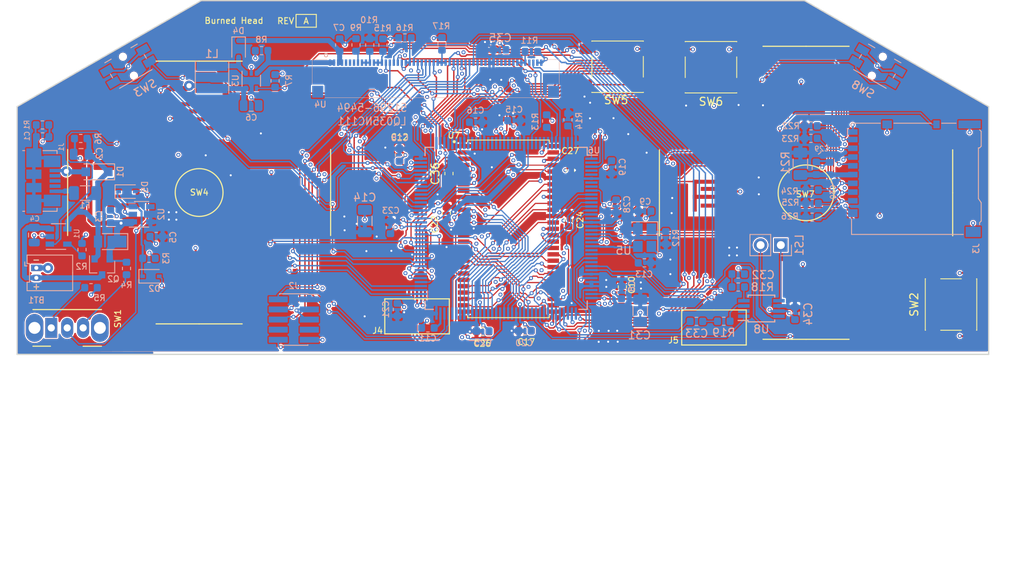
<source format=kicad_pcb>
(kicad_pcb (version 20210722) (generator pcbnew)
  (layers (0 "F.Cu" mixed) (1 "In1.Cu" power) (2 "In2.Cu" power) (31 "B.Cu" mixed) (34 "B.Paste" user) (35 "F.Paste" user) (36 "B.SilkS" user "B.Silkscreen") (37 "F.SilkS" user "F.Silkscreen") (38 "B.Mask" user) (39 "F.Mask" user) (44 "Edge.Cuts" user))
  (net 0 "")
  (net 1 "Net-(C1-Pad2)")
  (net 2 "GNDD")
  (net 3 "/LCD/LCD_VLED")
  (net 4 "/VDD")
  (net 5 "/LCD/LED_V+")
  (net 6 "Net-(C11-Pad1)")
  (net 7 "Net-(C12-Pad1)")
  (net 8 "/MCU/nSRST")
  (net 9 "/MCU/POWER_EN")
  (net 10 "Net-(D4-Pad2)")
  (net 11 "Net-(J1-Pad2)")
  (net 12 "Net-(J1-Pad3)")
  (net 13 "Net-(J1-Pad4)")
  (net 14 "/MCU/SDMMC_D1")
  (net 15 "/MCU/SDMMC_D2")
  (net 16 "/MCU/SDMMC_D3")
  (net 17 "/MCU/SDMMC_CMD")
  (net 18 "/MCU/SDMMC_CK")
  (net 19 "/MCU/SDMMC_D0")
  (net 20 "/MCU/SDMMC_DETECT")
  (net 21 "/MCU/LEFT_STICK_Y")
  (net 22 "/Buttons/BUT_LSTICK")
  (net 23 "/MCU/LEFT_STICK_X")
  (net 24 "/MCU/RIGHT_STICK_X")
  (net 25 "/Buttons/BUT_RSTICK")
  (net 26 "/MCU/RIGHT_STICK_Y")
  (net 27 "/MCU/ON_SWITCH_5V")
  (net 28 "Net-(R2-Pad1)")
  (net 29 "Net-(R4-Pad2)")
  (net 30 "Net-(R5-Pad1)")
  (net 31 "/LCD/LCD_DIM")
  (net 32 "/LCD/LED_V-")
  (net 33 "/LCD/LCD_NRESET")
  (net 34 "Net-(R10-Pad1)")
  (net 35 "Net-(R11-Pad1)")
  (net 36 "Net-(R13-Pad2)")
  (net 37 "Net-(R14-Pad1)")
  (net 38 "/LCD/LCD_B0")
  (net 39 "/LCD/LCD_G0")
  (net 40 "/LCD/LCD_R0")
  (net 41 "/MCU/BATT_STAT")
  (net 42 "Net-(U2-Pad4)")
  (net 43 "Net-(U4-Pad5)")
  (net 44 "Net-(U4-Pad6)")
  (net 45 "Net-(U4-Pad7)")
  (net 46 "/LCD/LCD_B3")
  (net 47 "/LCD/LCD_B4")
  (net 48 "/LCD/LCD_B5")
  (net 49 "/LCD/LCD_B6")
  (net 50 "/LCD/LCD_B7")
  (net 51 "/LCD/LCD_G2")
  (net 52 "/LCD/LCD_G3")
  (net 53 "/LCD/LCD_G4")
  (net 54 "/LCD/LCD_G5")
  (net 55 "/LCD/LCD_G6")
  (net 56 "/LCD/LCD_G7")
  (net 57 "/LCD/LCD_R3")
  (net 58 "/LCD/LCD_R4")
  (net 59 "/LCD/LCD_R5")
  (net 60 "/LCD/LCD_R6")
  (net 61 "/LCD/LCD_R7")
  (net 62 "/LCD/LCD_HSYNC")
  (net 63 "/LCD/LCD_VSYNC")
  (net 64 "/MCU/LCD_CLK")
  (net 65 "Net-(U4-Pad39)")
  (net 66 "Net-(U4-Pad40)")
  (net 67 "Net-(U4-Pad43)")
  (net 68 "Net-(U4-Pad44)")
  (net 69 "Net-(U4-Pad45)")
  (net 70 "Net-(U4-Pad46)")
  (net 71 "Net-(U4-Pad47)")
  (net 72 "Net-(U4-Pad51)")
  (net 73 "/LCD/LCD_DE")
  (net 74 "Net-(U6-Pad4)")
  (net 75 "Net-(U6-Pad5)")
  (net 76 "Net-(U6-Pad7)")
  (net 77 "Net-(U6-Pad8)")
  (net 78 "/MCU/A0")
  (net 79 "/MCU/A1")
  (net 80 "/MCU/A2")
  (net 81 "/MCU/A3")
  (net 82 "/MCU/A4")
  (net 83 "/MCU/A5")
  (net 84 "Net-(U6-Pad24)")
  (net 85 "/MCU/SDNWE")
  (net 86 "/MCU/SDNCS")
  (net 87 "/MCU/SDCKE")
  (net 88 "Net-(U6-Pad48)")
  (net 89 "/MCU/SDNRAS")
  (net 90 "/MCU/A6")
  (net 91 "/MCU/A7")
  (net 92 "/MCU/A8")
  (net 93 "/MCU/A9")
  (net 94 "/MCU/A10")
  (net 95 "/MCU/A11")
  (net 96 "/MCU/D4")
  (net 97 "/MCU/D5")
  (net 98 "/MCU/D6")
  (net 99 "/MCU/D7")
  (net 100 "/MCU/D8")
  (net 101 "/MCU/D9")
  (net 102 "/MCU/D10")
  (net 103 "/MCU/D11")
  (net 104 "/MCU/D12")
  (net 105 "/MCU/D13")
  (net 106 "/MCU/D14")
  (net 107 "/MCU/D15")
  (net 108 "Net-(U6-Pad80)")
  (net 109 "/MCU/D0")
  (net 110 "/MCU/D1")
  (net 111 "/MCU/A12")
  (net 112 "/MCU/BA0")
  (net 113 "/MCU/BA1")
  (net 114 "/MCU/SDCLK")
  (net 115 "/MCU/D2")
  (net 116 "/MCU/D3")
  (net 117 "Net-(U6-Pad118)")
  (net 118 "Net-(U6-Pad119)")
  (net 119 "Net-(U6-Pad122)")
  (net 120 "Net-(U6-Pad123)")
  (net 121 "Net-(U6-Pad124)")
  (net 122 "Net-(U6-Pad127)")
  (net 123 "Net-(U6-Pad128)")
  (net 124 "Net-(U6-Pad129)")
  (net 125 "/MCU/SDNCAS")
  (net 126 "Net-(U6-Pad135)")
  (net 127 "Net-(U6-Pad136)")
  (net 128 "Net-(U6-Pad137)")
  (net 129 "/MCU/DQM0")
  (net 130 "/MCU/DQM1")
  (net 131 "Net-(J2-Pad8)")
  (net 132 "Net-(J2-Pad7)")
  (net 133 "/MCU/SWO")
  (net 134 "/MCU/SWCLK")
  (net 135 "/MCU/SWDIO")
  (net 136 "Net-(U6-Pad134)")
  (net 137 "/Buttons/BUT_LTRIG")
  (net 138 "/Buttons/BUT_U")
  (net 139 "/Buttons/BUT_D")
  (net 140 "/Buttons/BUT_L")
  (net 141 "/Buttons/BUT_R")
  (net 142 "/Buttons/BUT_SEL")
  (net 143 "/Buttons/BUT_START")
  (net 144 "/Buttons/BUT_Y")
  (net 145 "/Buttons/BUT_A")
  (net 146 "/Buttons/BUT_X")
  (net 147 "/Buttons/BUT_B")
  (net 148 "/Buttons/BUT_RTRIG")
  (net 149 "/MCU/XO_OUT")
  (net 150 "/MCU/XO_EN")
  (net 151 "/PowerAndUSB/VBAT")
  (net 152 "/PowerAndUSB/LDO_EN")
  (net 153 "/PowerAndUSB/VBUS")
  (net 154 "/PowerAndUSB/VBUS2")
  (net 155 "/MicroSDCard/SD_VDD")
  (net 156 "Net-(C32-Pad1)")
  (net 157 "/MCU/AUDIO")
  (net 158 "Net-(C33-Pad1)")
  (net 159 "Net-(LS1-Pad2)")
  (net 160 "Net-(LS1-Pad1)")
  (net 161 "Net-(R18-Pad1)")
  (net 162 "Net-(R19-Pad2)")
  (net 163 "/MCU/nSPKR_OFF")
  (net 164 "Net-(U8-Pad2)")
  (footprint "Capacitor_SMD:C_0603_1608Metric" (layer "F.Cu") (at 230.2637 173.78172 -90)
    (fp_text reference "C10")
    (fp_text value "C100nF")
  )
  (footprint "Capacitor_SMD:C_0603_1608Metric" (layer "F.Cu") (at 202.295425 157.180084 90)
    (fp_text reference "C12")
    (fp_text value "C2.2uF")
  )
  (footprint "Capacitor_SMD:C_0603_1608Metric" (layer "F.Cu") (at 218.03868 179.28844)
    (fp_text reference "C17")
    (fp_text value "C100nF")
  )
  (footprint "Capacitor_SMD:C_0603_1608Metric" (layer "F.Cu") (at 223.510521 165.40217 -90)
    (fp_text reference "C24")
    (fp_text value "C100nF")
  )
  (footprint "parts-lib-SnapEDA:MT48LC16M16A2TG-6A_IT" (layer "F.Cu") (at 215.965 166.479)
    (fp_text reference "U7")
    (fp_text value "MT48LC16M16A2")
  )
  (footprint "parts-lib:XKB-Enterprise_X05B20U05T_1x05_P0.50mm_Horizontal" (layer "F.Cu") (at 204.49794 175.27016)
    (fp_text reference "J4")
    (fp_text value "FPC_1x5_TopContact_P=0.5mm")
  )
  (footprint "parts-lib:PS4-DualShock-CarbonPad-DPad" (layer "F.Cu") (at 177.14904 161.91512)
    (fp_text reference "SW4")
    (fp_text value "DualShock-DPad")
  )
  (footprint "Button_Switch_SMD:SW_SPST_PTS645" (layer "F.Cu") (at 229.66 146.12)
    (fp_text reference "SW5")
    (fp_text value "SW_Push")
  )
  (footprint "Button_Switch_SMD:SW_SPST_PTS645" (layer "F.Cu") (at 241.38 146.18)
    (fp_text reference "SW6")
    (fp_text value "SW_Push")
  )
  (footprint "parts-lib:PS4-DualShock-CarbonPad-4Buttons" (layer "F.Cu") (at 253.30912 161.9504)
    (fp_text reference "SW7")
    (fp_text value "DualShock-4Buttons")
  )
  (footprint "Button_Switch_THT:SW_CuK_OS102011MA1QN1_SPDT_Angled" (layer "F.Cu") (at 158.59506 178.9176)
    (fp_text reference "SW1")
    (fp_text value "SW_SPDT")
  )
  (footprint "Button_Switch_SMD:SW_SPST_PTS645" (layer "F.Cu") (at 271.50314 175.9839 -90)
    (fp_text reference "SW2")
    (fp_text value "SW_Push")
  )
  (footprint "Capacitor_SMD:C_0603_1608Metric" (layer "F.Cu") (at 212.738034 179.376642)
    (fp_text reference "C26")
    (fp_text value "C100nF")
  )
  (footprint "Capacitor_SMD:C_0603_1608Metric" (layer "F.Cu") (at 208.178829 164.512031 -90)
    (fp_text reference "C22")
    (fp_text value "C100nF")
  )
  (footprint "parts-lib:XKB-Enterprise_X05B20U05T_1x05_P0.50mm_Horizontal" (layer "F.Cu") (at 241.75466 176.66462)
    (fp_text reference "J5")
    (fp_text value "FPC_1x5_TopContact_P=0.5mm")
  )
  (footprint "Capacitor_SMD:C_0603_1608Metric" (layer "F.Cu") (at 223.749871 159.124455 90)
    (fp_text reference "C27")
    (fp_text value "C100nF")
  )
  (footprint "Capacitor_SMD:C_0603_1608Metric" (layer "F.Cu") (at 208.50098 159.53232 -90)
    (fp_text reference "C36")
    (fp_text value "C100nF")
  )
  (footprint "Capacitor_SMD:C_0805_2012Metric" (layer "B.Cu") (at 183.682139 150.992542)
    (fp_text reference "C6")
    (fp_text value "C4.7uF")
  )
  (footprint "Capacitor_SMD:C_0603_1608Metric" (layer "B.Cu") (at 194.78498 143.38808 90)
    (fp_text reference "C7")
    (fp_text value "C1uF")
  )
  (footprint "Capacitor_SMD:C_0603_1608Metric" (layer "B.Cu") (at 230.13924 174.4599 -90)
    (fp_text reference "C8")
    (fp_text value "C1uF")
  )
  (footprint "Capacitor_SMD:C_0603_1608Metric" (layer "B.Cu") (at 233.057541 164.261057)
    (fp_text reference "C9")
    (fp_text value "C100nF")
  )
  (footprint "Capacitor_SMD:C_0603_1608Metric" (layer "B.Cu") (at 205.85938 178.92268 180)
    (fp_text reference "C11")
    (fp_text value "C2.2uF")
  )
  (footprint "Capacitor_SMD:C_0603_1608Metric" (layer "B.Cu") (at 233.040713 170.747097 180)
    (fp_text reference "C13")
    (fp_text value "C100nF")
  )
  (footprint "Capacitor_SMD:C_1206_3216Metric" (layer "B.Cu") (at 197.9368 165.49834 90)
    (fp_text reference "C14")
    (fp_text value "C10uF")
  )
  (footprint "Capacitor_SMD:C_0603_1608Metric" (layer "B.Cu") (at 216.65692 152.88006 180)
    (fp_text reference "C15")
    (fp_text value "C100nF")
  )
  (footprint "Capacitor_SMD:C_0603_1608Metric" (layer "B.Cu") (at 211.85886 153.077506 180)
    (fp_text reference "C16")
    (fp_text value "C100nF")
  )
  (footprint "Capacitor_SMD:C_0603_1608Metric" (layer "B.Cu") (at 202.279347 157.203308 -90)
    (fp_text reference "C18")
    (fp_text value "C100nF")
  )
  (footprint "Capacitor_SMD:C_0603_1608Metric" (layer "B.Cu") (at 228.9048 158.712346 90)
    (fp_text reference "C19")
    (fp_text value "C100nF")
  )
  (footprint "Capacitor_SMD:C_0603_1608Metric" (layer "B.Cu") (at 218.0336 179.28336)
    (fp_text reference "C20")
    (fp_text value "C100nF")
  )
  (footprint "Capacitor_SMD:C_0603_1608Metric" (layer "B.Cu") (at 202.025593 176.619068 90)
    (fp_text reference "C21")
    (fp_text value "C100nF")
  )
  (footprint "Capacitor_SMD:C_0603_1608Metric" (layer "B.Cu") (at 212.746073 179.315706)
    (fp_text reference "C25")
    (fp_text value "C100nF")
  )
  (footprint "Capacitor_SMD:C_0603_1608Metric" (layer "B.Cu") (at 229.478426 163.63051 90)
    (fp_text reference "C28")
    (fp_text value "C100nF")
  )
  (footprint "Capacitor_SMD:C_0603_1608Metric" (layer "B.Cu") (at 254.588783 158.863629 90)
    (fp_text reference "C29")
    (fp_text value "C1uF")
  )
  (footprint "Capacitor_SMD:C_0603_1608Metric" (layer "B.Cu") (at 256.286552 158.902215 90)
    (fp_text reference "C30")
    (fp_text value "C100nF")
  )
  (footprint "Diode_SMD:D_SOD-323" (layer "B.Cu") (at 182.105 143.875 -90)
    (fp_text reference "D4")
    (fp_text value "NSR0240")
  )
  (footprint "Connector_Card:microSD_HC_Hirose_DM3AT-SF-PEJM5" (layer "B.Cu") (at 266.905 160.185 -90)
    (fp_text reference "J3")
    (fp_text value "DM3AT-SF-PEJMS")
  )
  (footprint "Inductor_SMD:L_Taiyo-Yuden_NR-40xx" (layer "B.Cu") (at 178.76774 147.46224 90)
    (fp_text reference "L1")
    (fp_text value "SNR4018K-6R8M")
  )
  (footprint "Resistor_SMD:R_0603_1608Metric" (layer "B.Cu") (at 186.68229 147.892388 -90)
    (fp_text reference "R7")
    (fp_text value "100K")
  )
  (footprint "Resistor_SMD:R_0603_1608Metric" (layer "B.Cu") (at 184.99021 144.096162 180)
    (fp_text reference "R8")
    (fp_text value "10.2 1%")
  )
  (footprint "Resistor_SMD:R_0603_1608Metric" (layer "B.Cu") (at 198.55688 143.39052 90)
    (fp_text reference "R10")
    (fp_text value "10K")
  )
  (footprint "Resistor_SMD:R_0603_1608Metric" (layer "B.Cu") (at 220.75902 152.93848 -90)
    (fp_text reference "R13")
    (fp_text value "10K")
  )
  (footprint "Resistor_SMD:R_0603_1608Metric" (layer "B.Cu") (at 223.4311 152.7683 90)
    (fp_text reference "R14")
    (fp_text value "10K")
  )
  (footprint "Resistor_SMD:R_0603_1608Metric" (layer "B.Cu") (at 200.21296 143.40078 -90)
    (fp_text reference "R15")
    (fp_text value "10K")
  )
  (footprint "Resistor_SMD:R_0603_1608Metric" (layer "B.Cu") (at 202.9714 142.49654)
    (fp_text reference "R16")
    (fp_text value "10K")
  )
  (footprint "Resistor_SMD:R_0603_1608Metric" (layer "B.Cu") (at 207.62468 143.2433 -90)
    (fp_text reference "R17")
    (fp_text value "10K")
  )
  (footprint "Resistor_SMD:R_1206_3216Metric" (layer "B.Cu") (at 252.59792 158.30804 90)
    (fp_text reference "R21")
    (fp_text value "2R2")
  )
  (footprint "Resistor_SMD:R_0603_1608Metric" (layer "B.Cu") (at 253.921483 153.542051)
    (fp_text reference "R22")
    (fp_text value "47K")
  )
  (footprint "Resistor_SMD:R_0603_1608Metric" (layer "B.Cu") (at 253.91364 155.11272)
    (fp_text reference "R23")
    (fp_text value "47K")
  )
  (footprint "Resistor_SMD:R_0603_1608Metric" (layer "B.Cu") (at 254.0635 161.60242)
    (fp_text reference "R24")
    (fp_text value "47K")
  )
  (footprint "Resistor_SMD:R_0603_1608Metric" (layer "B.Cu") (at 254.064124 163.28644)
    (fp_text reference "R25")
    (fp_text value "47K")
  )
  (footprint "Resistor_SMD:R_0603_1608Metric" (layer "B.Cu") (at 254.06096 165.01364)
    (fp_text reference "R26")
    (fp_text value "47K")
  )
  (footprint "Package_TO_SOT_SMD:SOT-353_SC-70-5" (layer "B.Cu") (at 183.695 147.875 -90)
    (fp_text reference "U3")
    (fp_text value "TPS61169")
  )
  (footprint "parts-lib-SnapEDA:51296" (layer "B.Cu") (at 206.835 147.905 180)
    (fp_text reference "U4")
    (fp_text value "51296-5494")
  )
  (footprint "Package_QFP:LQFP-144_20x20mm_P0.5mm" (layer "B.Cu") (at 215.675 166.415 180)
    (fp_text reference "U6")
    (fp_text value "STM32F767ZGTx")
  )
  (footprint "Connector_PinHeader_1.27mm:PinHeader_2x05_P1.27mm_Vertical_SMD" (layer "B.Cu") (at 189.0268 177.87112 180)
    (fp_text reference "J2")
    (fp_text value "Conn_ARM_JTAG_SWD_10")
  )
  (footprint "Button_Switch_SMD:Panasonic_EVQPUL_EVQPUC" (layer "B.Cu") (at 168.275 146.05 -150)
    (fp_text reference "SW3")
    (fp_text value "SW_Push")
  )
  (footprint "Resistor_SMD:R_0603_1608Metric" (layer "B.Cu") (at 218.84132 144.20596)
    (fp_text reference "R11")
    (fp_text value "10K")
  )
  (footprint "Resistor_SMD:R_0603_1608Metric" (layer "B.Cu") (at 163.584714 173.866325)
    (fp_text reference "R5")
    (fp_text value "10K")
  )
  (footprint "Button_Switch_SMD:Panasonic_EVQPUL_EVQPUC" (layer "B.Cu") (at 262.255 146.05 150)
    (fp_text reference "SW8")
    (fp_text value "SW_Push")
  )
  (footprint "Diode_SMD:D_PowerDI-123" (layer "B.Cu") (at 165.992 168.08 180)
    (fp_text reference "D3" hide)
    (fp_text value "DFLS130L-7")
  )
  (footprint "Capacitor_SMD:C_0805_2012Metric" (layer "B.Cu") (at 156.449245 167.257259 -90)
    (fp_text reference "C4")
    (fp_text value "C4.7uF")
  )
  (footprint "Package_TO_SOT_SMD:SOT-23" (layer "B.Cu") (at 164.976 171.255 -90)
    (fp_text reference "Q2")
    (fp_text value "IRLML6401TRPBF")
  )
  (footprint "Diode_SMD:D_SOD-323" (layer "B.Cu") (at 168.09974 161.80054)
    (fp_text reference "D5")
    (fp_text value "1N4148WS")
  )
  (footprint "Resistor_SMD:R_0603_1608Metric" (layer "B.Cu") (at 168.035778 171.455029 -90)
    (fp_text reference "R4")
    (fp_text value "10K")
  )
  (footprint "Fuse:Fuse_1206_3216Metric" (layer "B.Cu") (at 162.841382 161.985489 180)
    (fp_text reference "F1")
    (fp_text value "1206L150TH")
  )
  (footprint "Capacitor_SMD:C_0603_1608Metric" (layer "B.Cu") (at 171.77766 167.43934 180)
    (fp_text reference "C5")
    (fp_text value "C1uF")
  )
  (footprint "Resistor_SMD:R_0603_1608Metric" (layer "B.Cu") (at 162.45332 169.0878 90)
    (fp_text reference "R2")
    (fp_text value "2K")
  )
  (footprint "Resistor_SMD:R_0603_1608Metric" (layer "B.Cu") (at 157.490589 153.428671 180)
    (fp_text reference "R1")
    (fp_text value "1M")
  )
  (footprint "Connector_Molex:Molex_PicoBlade_53048-0410_1x02_P1.25mm_Horizontal" (layer "B.Cu") (at 156.721 171.382 -90)
    (fp_text reference "BT1")
    (fp_text value "LiPo_P1.25_THRU")
  )
  (footprint "Diode_SMD:D_SOD-323" (layer "B.Cu") (at 171.0944 172.43552)
    (fp_text reference "D2")
    (fp_text value "1N4148WS")
  )
  (footprint "Connector_USB:USB_Micro-B_Molex_47346-0001" (layer "B.Cu") (at 157.61 160.46 90)
    (fp_text reference "J1")
    (fp_text value "USB_B_Micro")
  )
  (footprint "Package_TO_SOT_SMD:SOT-23-5" (layer "B.Cu") (at 159.515 167.445)
    (fp_text reference "U1")
    (fp_text value "MCP73832-2-OT")
  )
  (footprint "Resistor_SMD:R_0603_1608Metric" (layer "B.Cu") (at 162.291988 155.128199 180)
    (fp_text reference "R6")
    (fp_text value "100K")
  )
  (footprint "Capacitor_SMD:C_0603_1608Metric" (layer "B.Cu") (at 166.024889 164.923613 90)
    (fp_text reference "C3")
    (fp_text value "C1uF")
  )
  (footprint "Diode_SMD:D_SOD-123F" (layer "B.Cu") (at 164.341 159.317 180)
    (fp_text reference "D1")
    (fp_text value "SMF12CA")
  )
  (footprint "Capacitor_SMD:C_0603_1608Metric" (layer "B.Cu") (at 157.509882 154.928426 180)
    (fp_text reference "C1")
    (fp_text value "C22nF")
  )
  (footprint "Capacitor_SMD:C_0805_2012Metric" (layer "B.Cu") (at 162.334023 157.10619 180)
    (fp_text reference "C2")
    (fp_text value "C4.7uF")
  )
  (footprint "Resistor_SMD:R_0603_1608Metric" (layer "B.Cu") (at 170.8531 170.17746)
    (fp_text reference "R3")
    (fp_text value "100K")
  )
  (footprint "Package_TO_SOT_SMD:SOT-23-5" (layer "B.Cu") (at 169.929 164.651)
    (fp_text reference "U2")
    (fp_text value "RT9013-33GB")
  )
  (footprint "Crystal:Crystal_SMD_3225-4Pin_3.2x2.5mm" (layer "B.Cu") (at 233.05516 167.5892 -90)
    (fp_text reference "U5")
    (fp_text value "XO_8MHz_SMD")
  )
  (footprint "Resistor_SMD:R_0603_1608Metric" (layer "B.Cu") (at 235.714726 167.594143 -90)
    (fp_text reference "R12")
    (fp_text value "1K")
  )
  (footprint "Resistor_SMD:R_0603_1608Metric" (layer "B.Cu") (at 196.83222 143.38046 90)
    (fp_text reference "R9")
    (fp_text value "100K")
  )
  (footprint "Capacitor_SMD:C_1206_3216Metric" (layer "B.Cu") (at 232.50398 176.76622 -90)
    (fp_text reference "C31")
    (fp_text value "C10uF")
  )
  (footprint "Capacitor_SMD:C_0603_1608Metric" (layer "B.Cu") (at 244.79504 172.15612)
    (fp_text reference "C32")
    (fp_text value "C100nF")
  )
  (footprint "Capacitor_SMD:C_0603_1608Metric" (layer "B.Cu") (at 239.55502 178.1048 180)
    (fp_text reference "C33")
    (fp_text value "C100nF")
  )
  (footprint "Connector_PinHeader_2.54mm:PinHeader_1x02_P2.54mm_Vertical" (layer "B.Cu") (at 250.14428 168.5163 90)
    (fp_text reference "LS1")
    (fp_text value "Speaker")
  )
  (footprint "Resistor_SMD:R_0603_1608Metric" (layer "B.Cu") (at 242.98656 178.08702)
    (fp_text reference "R19")
    (fp_text value "2K")
  )
  (footprint "Resistor_SMD:R_0603_1608Metric" (layer "B.Cu") (at 244.80012 173.78426 180)
    (fp_text reference "R18")
    (fp_text value "2K")
  )
  (footprint "Package_SO:MSOP-8_3x3mm_P0.65mm" (layer "B.Cu") (at 247.70588 176.48174)
    (fp_text reference "U8")
    (fp_text value "PAM8302AAS")
  )
  (footprint "Capacitor_SMD:C_0603_1608Metric" (layer "B.Cu") (at 201.15276 166.29644 -90)
    (fp_text reference "C23")
    (fp_text value "C100nF")
  )
  (footprint "Capacitor_SMD:C_0603_1608Metric" (layer "B.Cu") (at 214.86876 143.99006)
    (fp_text reference "C35")
    (fp_text value "C100nF")
  )
  (footprint "Capacitor_SMD:C_0603_1608Metric" (layer "B.Cu") (at 251.9172 177.09134 -90)
    (fp_text reference "C34")
    (fp_text value "C1uF")
  )
  (gr_circle (center 193.07302 144.67332) (end 193.282058 144.67332) (layer "B.SilkS") (width 0.127) (fill none))
  (gr_line (start 256.69748 160.91662) (end 256.4511 160.59404) (layer "B.SilkS") (width 0.127))
  (gr_line (start 255.17602 156.86278) (end 254.85598 157.09646) (layer "B.SilkS") (width 0.127))
  (gr_line (start 191.85382 139.54506) (end 191.85382 141.15288) (layer "F.SilkS") (width 0.127))
  (gr_line (start 189.31128 141.15034) (end 189.31128 139.5603) (layer "F.SilkS") (width 0.127))
  (gr_line (start 189.3316 139.54506) (end 191.85382 139.54506) (layer "F.SilkS") (width 0.127))
  (gr_line (start 191.85382 141.15288) (end 189.30874 141.15288) (layer "F.SilkS") (width 0.127))
  (gr_line (start 154.305 182.245) (end 154.305 151.13) (layer "Edge.Cuts") (width 0.15))
  (gr_line (start 276.225 151.13) (end 253.12 137.81) (layer "Edge.Cuts") (width 0.15))
  (gr_line (start 177.41 137.81) (end 253.12 137.81) (layer "Edge.Cuts") (width 0.15))
  (gr_line (start 276.225 182.245) (end 276.225 151.13) (layer "Edge.Cuts") (width 0.15))
  (gr_line (start 276.225 182.245) (end 154.305 182.245) (layer "Edge.Cuts") (width 0.15))
  (gr_line (start 154.305 151.13) (end 177.41 137.81) (layer "Edge.Cuts") (width 0.15))
  (gr_text "+" (at 156.72562 173.69282) (layer "B.SilkS") (effects (font (size 0.762 0.762) (thickness 0.127)) (justify mirror)))
  (gr_text "-" (at 156.7053 170.3324) (layer "B.SilkS") (effects (font (size 0.762 0.762) (thickness 0.127)) (justify mirror)))
  (gr_text "Burned Head" (at 181.52364 140.32992) (layer "F.SilkS") (effects (font (size 0.762 0.762) (thickness 0.127))))
  (gr_text "+" (at 156.72562 173.71314) (layer "F.SilkS") (effects (font (size 0.762 0.762) (thickness 0.127))))
  (gr_text "A" (at 190.57874 140.3731) (layer "F.SilkS") (effects (font (size 0.762 0.762) (thickness 0.127))))
  (gr_text "-" (at 156.7053 170.35272) (layer "F.SilkS") (effects (font (size 0.762 0.762) (thickness 0.127))))
  (gr_text "REV" (at 188.01334 140.37056) (layer "F.SilkS") (effects (font (size 0.762 0.762) (thickness 0.127))))
  (segment (start 156.41 163.37) (end 156.41 159.985) (width 0.4318) (layer "B.Cu") (net 1))
  (segment (start 158.2625 157.55) (end 158.71 157.9975) (width 0.4318) (layer "B.Cu") (net 1))
  (segment (start 156.41 157.55) (end 158.2625 157.55) (width 0.4318) (layer "B.Cu") (net 1))
  (segment (start 156.41 159.985) (end 156.41 157.55) (width 0.4318) (layer "B.Cu") (net 1))
  (segment (start 156.62 157.34) (end 156.41 157.55) (width 0.635) (layer "B.Cu") (net 1))
  (segment (start 158.71 162.9225) (end 156.8575 162.9225) (width 0.4318) (layer "B.Cu") (net 1))
  (segment (start 156.62 154.905) (end 156.62 157.34) (width 0.635) (layer "B.Cu") (net 1))
  (segment (start 156.8575 162.9225) (end 156.41 163.37) (width 0.4318) (layer "B.Cu") (net 1))
  (segment (start 156.625 154.9) (end 156.62 154.905) (width 0.254) (layer "B.Cu") (net 1))
  (segment (start 156.625 153.34) (end 156.625 154.9) (width 0.254) (layer "B.Cu") (net 1))
  (segment (start 174.735 152.585) (end 174.735 150.835) (width 0.254) (layer "F.Cu") (net 2))
  (segment (start 242.155 161.435) (end 243.605 161.435) (width 0.254) (layer "F.Cu") (net 2))
  (segment (start 176.715 169.985) (end 174.965 169.985) (width 0.254) (layer "F.Cu") (net 2))
  (segment (start 273.75314 179.9639) (end 272.6485 179.9639) (width 0.254) (layer "F.Cu") (net 2))
  (segment (start 211.34855 160.079) (end 211.61755 159.81) (width 0.254) (layer "F.Cu") (net 2))
  (segment (start 220.55865 157.824496) (end 220.425252 157.957894) (width 0.254) (layer "F.Cu") (net 2))
  (segment (start 202.295425 156.491605) (end 203.01966 157.21584) (width 0.254) (layer "F.Cu") (net 2))
  (segment (start 230.15 174.465) (end 229.195 174.465) (width 0.254) (layer "F.Cu") (net 2))
  (segment (start 229.195 174.465) (end 229.19 174.46) (width 0.254) (layer "F.Cu") (net 2))
  (segment (start 252.915 173.885) (end 251.315 173.885) (width 0.254) (layer "F.Cu") (net 2))
  (segment (start 220.37824 166.479) (end 220.36532 166.49192) (width 0.254) (layer "F.Cu") (net 2))
  (segment (start 202.295425 156.392584) (end 202.295425 156.491605) (width 0.254) (layer "F.Cu") (net 2))
  (segment (start 220.132039 156.892379) (end 220.386038 156.63838) (width 0.254) (layer "F.Cu") (net 2))
  (segment (start 213.525534 179.299034) (end 212.81898 178.59248) (width 0.254) (layer "F.Cu") (net 2))
  (segment (start 242.155 163.535) (end 243.905 163.535) (width 0.254) (layer "F.Cu") (net 2))
  (segment (start 175.115 171.885) (end 174.965 171.735) (width 0.254) (layer "F.Cu") (net 2))
  (segment (start 242.25466 174.94212) (end 241.84864 174.5361) (width 0.254) (layer "F.Cu") (net 2))
  (segment (start 243.955 163.485) (end 243.955 161.785) (width 0.254) (layer "F.Cu") (net 2))
  (segment (start 213.655 179.32) (end 213.612263 179.32) (width 0.254) (layer "F.Cu") (net 2))
  (segment (start 220.41132 162.479) (end 220.38818 162.45586) (width 0.254) (layer "F.Cu") (net 2))
  (segment (start 213.525534 179.376642) (end 213.525534 179.299034) (width 0.254) (layer "F.Cu") (net 2))
  (segment (start 252.685 148.835) (end 252.685 148.0127) (width 0.254) (layer "F.Cu") (net 2))
  (segment (start 239.1 143.93) (end 239.11 143.94) (width 0.254) (layer "F.Cu") (net 2))
  (segment (start 251.165 173.735) (end 251.165 171.985) (width 0.254) (layer "F.Cu") (net 2))
  (segment (start 176.485 152.735) (end 174.885 152.735) (width 0.254) (layer "F.Cu") (net 2))
  (segment (start 176.715 171.885) (end 175.115 171.885) (width 0.254) (layer "F.Cu") (net 2))
  (segment (start 208.7418 160.079) (end 208.50098 160.31982) (width 0.508) (layer "F.Cu") (net 2))
  (segment (start 252.915 170.915) (end 252.91 170.91) (width 0.254) (layer "F.Cu") (net 2))
  (segment (start 243.955 161.785) (end 245.045 161.785) (width 0.254) (layer "F.Cu") (net 2))
  (segment (start 252.685 148.0127) (end 252.71222 147.98548) (width 0.254) (layer "F.Cu") (net 2))
  (segment (start 208.180109 165.235) (end 208.812189 165.86708) (width 0.254) (layer "F.Cu") (net 2))
  (segment (start 262.565 164.81575) (end 262.55 164.83075) (width 0.254) (layer "F.Cu") (net 2))
  (segment (start 221.585 157.679) (end 221.439504 157.824496) (width 0.254) (layer "F.Cu") (net 2))
  (segment (start 243.905 163.535) (end 243.955 163.485) (width 0.254) (layer "F.Cu") (net 2))
  (segment (start 221.585 162.479) (end 220.41132 162.479) (width 0.254) (layer "F.Cu") (net 2))
  (segment (start 167.83304 164.33038) (end 167.83304 163.71304) (width 0.254) (layer "F.Cu") (net 2))
  (segment (start 220.386038 156.303962) (end 220.611 156.079) (width 0.254) (layer "F.Cu") (net 2))
  (segment (start 225.68 143.87) (end 226.42254 143.87) (width 0.254) (layer "F.Cu") (net 2))
  (segment (start 223.51 166.0679) (end 222.88246 165.44036) (width 0.254) (layer "F.Cu") (net 2))
  (segment (start 272.6485 179.9639) (end 272.6055 179.9209) (width 0.254) (layer "F.Cu") (net 2))
  (segment (start 252.838219 148.835) (end 252.861 148.812219) (width 0.254) (layer "F.Cu") (net 2))
  (segment (start 272.63072 172.0039) (end 272.60042 172.0342) (width 0.254) (layer "F.Cu") (net 2))
  (segment (start 223.749871 158.336955) (end 223.749871 158.479489) (width 0.254) (layer "F.Cu") (net 2))
  (segment (start 184.48 160.366) (end 184.48 162.62) (width 0.254) (layer "F.Cu") (net 2))
  (segment (start 221.585 166.479) (end 220.37824 166.479) (width 0.254) (layer "F.Cu") (net 2))
  (segment (start 173.555 152.585) (end 173.5 152.64) (width 0.254) (layer "F.Cu") (net 2))
  (segment (start 252.685 148.835) (end 252.838219 148.835) (width 0.254) (layer "F.Cu") (net 2))
  (segment (start 252.915 171.985) (end 252.915 170.915) (width 0.254) (layer "F.Cu") (net 2))
  (segment (start 220.386038 156.63838) (end 220.386038 156.303962) (width 0.254) (layer "F.Cu") (net 2))
  (segment (start 211.53408 164.879) (end 211.625531 164.970451) (width 0.254) (layer "F.Cu") (net 2))
  (segment (start 233.64 143.87) (end 232.13 143.87) (width 0.254) (layer "F.Cu") (net 2))
  (segment (start 250.91 150.72) (end 252.51 150.72) (width 0.254) (layer "F.Cu") (net 2))
  (segment (start 218.925 179.28) (end 218.684231 179.28) (width 0.254) (layer "F.Cu") (net 2))
  (segment (start 221.585 178.24159) (end 221.42969 178.3969) (width 0.254) (layer "F.Cu") (net 2))
  (segment (start 243.605 161.435) (end 243.955 161.785) (width 0.254) (layer "F.Cu") (net 2))
  (segment (start 223.749871 158.479489) (end 223.1136 159.11576) (width 0.254) (layer "F.Cu") (net 2))
  (segment (start 243.68 143.93) (end 243.67 143.94) (width 0.254) (layer "F.Cu") (net 2))
  (segment (start 273.75314 172.0039) (end 272.63072 172.0039) (width 0.254) (layer "F.Cu") (net 2))
  (segment (start 220.611 156.079) (end 221.585 156.079) (width 0.254) (layer "F.Cu") (net 2))
  (segment (start 223.74158 158.13122) (end 223.74158 158.27622) (width 0.254) (layer "F.Cu") (net 2))
  (segment (start 262.565 162.175) (end 262.565 164.81575) (width 0.254) (layer "F.Cu") (net 2))
  (segment (start 204.99794 174.92016) (end 204.99794 175.8616) (width 0.254) (layer "F.Cu") (net 2))
  (segment (start 167.83304 163.71304) (end 167.655 163.535) (width 0.254) (layer "F.Cu") (net 2))
  (segment (start 218.125 178.48) (end 218.925 179.28) (width 0.254) (layer "F.Cu") (net 2))
  (segment (start 210.345 160.079) (end 208.7418 160.079) (width 0.508) (layer "F.Cu") (net 2))
  (segment (start 210.345 164.879) (end 211.53408 164.879) (width 0.254) (layer "F.Cu") (net 2))
  (segment (start 242.25466 176.31462) (end 242.25466 174.94212) (width 0.254) (layer "F.Cu") (net 2))
  (segment (start 237.4 143.93) (end 239.1 143.93) (width 0.254) (layer "F.Cu") (net 2))
  (segment (start 223.51 166.275) (end 223.306 166.479) (width 0.254) (layer "F.Cu") (net 2))
  (segment (start 186.215 160.425) (end 186.215 159.355) (width 0.254) (layer "F.Cu") (net 2))
  (segment (start 223.51 166.275) (end 223.51 166.0679) (width 0.254) (layer "F.Cu") (net 2))
  (segment (start 262.565 162.175) (end 262.565 160.425) (width 0.254) (layer "F.Cu") (net 2))
  (segment (start 176.715 168.915) (end 176.69 168.89) (width 0.254) (layer "F.Cu") (net 2))
  (segment (start 226.42254 143.87) (end 227.03536 144.48282) (width 0.254) (layer "F.Cu") (net 2))
  (segment (start 245.36 143.93) (end 243.68 143.93) (width 0.254) (layer "F.Cu") (net 2))
  (segment (start 221.585 176.879) (end 221.585 178.24159) (width 0.254) (layer "F.Cu") (net 2))
  (segment (start 221.439504 157.824496) (end 220.55865 157.824496) (width 0.254) (layer "F.Cu") (net 2))
  (segment (start 169.46 161.236) (end 169.46 163.49) (width 0.254) (layer "F.Cu") (net 2))
  (segment (start 174.885 152.735) (end 174.735 152.585) (width 0.254) (layer "F.Cu") (net 2))
  (segment (start 252.685 148.835) (end 250.935 148.835) (width 0.254) (layer "F.Cu") (net 2))
  (segment (start 174.735 152.585) (end 173.555 152.585) (width 0.254) (layer "F.Cu") (net 2))
  (segment (start 210.345 160.079) (end 211.34855 160.079) (width 0.254) (layer "F.Cu") (net 2))
  (segment (start 218.05 178.48) (end 218.125 178.48) (width 0.254) (layer "F.Cu") (net 2))
  (segment (start 176.715 169.985) (end 176.715 168.915) (width 0.254) (layer "F.Cu") (net 2))
  (segment (start 245.045 161.785) (end 245.05 161.79) (width 0.254) (layer "F.Cu") (net 2))
  (segment (start 251.315 173.885) (end 251.165 173.735) (width 0.254) (layer "F.Cu") (net 2))
  (segment (start 204.99794 175.8616) (end 205.22946 176.09312) (width 0.254) (layer "F.Cu") (net 2))
  (via (at 238.61776 172.6438) (size 0.508) (drill 0.254) (layers "F.Cu" "B.Cu") (net 2))
  (via (at 219.75826 175.21428) (size 0.508) (drill 0.254) (layers "F.Cu" "B.Cu") (net 2))
  (via (at 258.0005 157.78988) (size 0.508) (drill 0.254) (layers "F.Cu" "B.Cu") (net 2))
  (via (at 239.11 143.94) (size 0.508) (drill 0.254) (layers "F.Cu" "B.Cu") (net 2))
  (via (at 191.12992 158.4071) (size 0.508) (drill 0.254) (layers "F.Cu" "B.Cu") (net 2))
  (via (at 184.2008 145.03908) (size 0.508) (drill 0.254) (layers "F.Cu" "B.Cu") (net 2))
  (via (at 228.07168 175.8823) (size 0.508) (drill 0.254) (layers "F.Cu" "B.Cu") (net 2))
  (via (at 212.62594 167.43934) (size 0.508) (drill 0.254) (layers "F.Cu" "B.Cu") (net 2))
  (via (at 215.04656 153.89098) (size 0.508) (drill 0.254) (layers "F.Cu" "B.Cu") (net 2))
  (via (at 192.87744 159.6136) (size 0.508) (drill 0.254) (layers "F.Cu" "B.Cu") (net 2))
  (via (at 206.35468 171.7421) (size 0.508) (drill 0.254) (layers "F.Cu" "B.Cu") (net 2))
  (via (at 227.03536 144.48282) (size 0.508) (drill 0.254) (layers "F.Cu" "B.Cu") (net 2))
  (via (at 212.175392 154.546193) (size 0.508) (drill 0.254) (layers "F.Cu" "B.Cu") (net 2))
  (via (at 190.64478 157.27172) (size 0.508) (drill 0.254) (layers "F.Cu" "B.Cu") (net 2))
  (via (at 214.9602 174.73422) (size 0.508) (drill 0.254) (layers "F.Cu" "B.Cu") (net 2))
  (via (at 167.83304 164.33038) (size 0.508) (drill 0.254) (layers "F.Cu" "B.Cu") (net 2))
  (via (at 162.94354 167.20566) (size 0.508) (drill 0.254) (layers "F.Cu" "B.Cu") (net 2))
  (via (at 221.47276 152.90038) (size 0.508) (drill 0.254) (layers "F.Cu" "B.Cu") (net 2))
  (via (at 258.16814 161.33064) (size 0.508) (drill 0.254) (layers "F.Cu" "B.Cu") (net 2))
  (via (at 213.05266 164.0713) (size 0.508) (drill 0.254) (layers "F.Cu" "B.Cu") (net 2))
  (via (at 192.64122 173.94428) (size 0.508) (drill 0.254) (layers "F.Cu" "B.Cu") (net 2))
  (via (at 220.132039 156.892379) (size 0.508) (drill 0.254) (layers "F.Cu" "B.Cu") (net 2))
  (via (at 218.694 147.20824) (size 0.508) (drill 0.254) (layers "F.Cu" "B.Cu") (net 2))
  (via (at 211.625531 164.970451) (size 0.508) (drill 0.254) (layers "F.Cu" "B.Cu") (net 2))
  (via (at 173.5 152.64) (size 0.508) (drill 0.254) (layers "F.Cu" "B.Cu") (net 2))
  (via (at 195.00088 154.55138) (size 0.508) (drill 0.254) (layers "F.Cu" "B.Cu") (net 2))
  (via (at 214.358748 173.148604) (size 0.508) (drill 0.254) (layers "F.Cu" "B.Cu") (net 2))
  (via (at 202.98156 144.68348) (size 0.508) (drill 0.254) (layers "F.Cu" "B.Cu") (net 2))
  (via (at 156.44876 167.28694) (size 0.508) (drill 0.254) (layers "F.Cu" "B.Cu") (net 2))
  (via (at 233.18978 165.1508) (size 0.508) (drill 0.254) (layers "F.Cu" "B.Cu") (net 2))
  (via (at 218.48318 173.75886) (size 0.508) (drill 0.254) (layers "F.Cu" "B.Cu") (net 2))
  (via (at 234.8484 177.11674) (size 0.508) (drill 0.254) (layers "F.Cu" "B.Cu") (net 2))
  (via (at 259.16 153.41) (size 0.508) (drill 0.254) (layers "F.Cu" "B.Cu") (net 2))
  (via (at 228.29774 168.14292) (size 0.508) (drill 0.254) (layers "F.Cu" "B.Cu") (net 2))
  (via (at 217.088752 154.533831) (size 0.508) (drill 0.254) (layers "F.Cu" "B.Cu") (net 2))
  (via (at 212.3821 175.7172) (size 0.508) (drill 0.254) (layers "F.Cu" "B.Cu") (net 2))
  (via (at 220.38818 162.45586) (size 0.508) (drill 0.254) (layers "F.Cu" "B.Cu") (net 2))
  (via (at 241.75212 151.03094) (size 0.508) (drill 0.254) (layers "F.Cu" "B.Cu") (net 2))
  (via (at 163.59378 174.73676) (size 0.508) (drill 0.254) (layers "F.Cu" "B.Cu") (net 2))
  (via (at 220.6498 145.15846) (size 0.508) (drill 0.254) (layers "F.Cu" "B.Cu") (net 2))
  (via (at 241.84864 174.5361) (size 0.508) (drill 0.254) (layers "F.Cu" "B.Cu") (net 2))
  (via (at 183.68264 149.96922) (size 0.508) (drill 0.254) (layers "F.Cu" "B.Cu") (net 2))
  (via (at 232.13 143.87) (size 0.508) (drill 0.254) (layers "F.Cu" "B.Cu") (net 2))
  (via (at 203.02474 168.14038) (size 0.508) (drill 0.254) (layers "F.Cu" "B.Cu") (net 2))
  (via (at 248.73712 176.62906) (size 0.508) (drill 0.254) (layers "F.Cu" "B.Cu") (net 2))
  (via (at 198.79564 149.63648) (size 0.508) (drill 0.254) (layers "F.Cu" "B.Cu") (net 2))
  (via (at 234.95 169.79392) (size 0.508) (drill 0.254) (layers "F.Cu" "B.Cu") (net 2))
  (via (at 206.59852 142.52956) (size 0.508) (drill 0.254) (layers "F.Cu" "B.Cu") (net 2))
  (via (at 216.57818 157.87116) (size 0.508) (drill 0.254) (layers "F.Cu" "B.Cu") (net 2))
  (via (at 263.47928 154.37866) (size 0.508) (drill 0.254) (layers "F.Cu" "B.Cu") (net 2))
  (via (at 243.67 143.94) (size 0.508) (drill 0.254) (layers "F.Cu" "B.Cu") (net 2))
  (via (at 203.75372 158.15056) (size 0.508) (drill 0.254) (layers "F.Cu" "B.Cu") (net 2))
  (via (at 168.25 146.06) (size 0.508) (drill 0.254) (layers "F.Cu" "B.Cu") (net 2))
  (via (at 273.82978 154.36088) (size 0.508) (drill 0.254) (layers "F.Cu" "B.Cu") (net 2))
  (via (at 222.915946 169.539706) (size 0.508) (drill 0.254) (layers "F.Cu" "B.Cu") (net 2))
  (via (at 211.61755 159.81) (size 0.508) (drill 0.254) (layers "F.Cu" "B.Cu") (net 2))
  (via (at 272.6055 179.9209) (size 0.508) (drill 0.254) (layers "F.Cu" "B.Cu") (net 2))
  (via (at 220.36532 166.49192) (size 0.508) (drill 0.254) (layers "F.Cu" "B.Cu") (net 2))
  (via (at 208.812189 165.86708) (size 0.508) (drill 0.254) (layers "F.Cu" "B.Cu") (net 2))
  (via (at 183.70042 146.14144) (size 0.508) (drill 0.254) (layers "F.Cu" "B.Cu") (net 2))
  (via (at 258.25196 163.57346) (size 0.508) (drill 0.254) (layers "F.Cu" "B.Cu") (net 2))
  (via (at 189.37224 176.72558) (size 0.508) (drill 0.254) (layers "F.Cu" "B.Cu") (net 2))
  (via (at 201.13498 142.60068) (size 0.508) (drill 0.254) (layers "F.Cu" "B.Cu") (net 2))
  (via (at 174.54118 157.18028) (size 0.508) (drill 0.254) (layers "F.Cu" "B.Cu") (net 2))
  (via (at 240.90376 173.04766) (size 0.508) (drill 0.254) (layers "F.Cu" "B.Cu") (net 2))
  (via locked (at 217.416888 175.952876) (size 0.508) (drill 0.254) (layers "F.Cu" "B.Cu") (net 2))
  (via (at 255.33349 158.771564) (size 0.508) (drill 0.254) (layers "F.Cu" "B.Cu") (net 2))
  (via (at 236.62894 158.2801) (size 0.508) (drill 0.254) (layers "F.Cu" "B.Cu") (net 2))
  (via (at 274.27174 165.75786) (size 0.508) (drill 0.254) (layers "F.Cu" "B.Cu") (net 2))
  (via (at 162.20694 157.60299) (size 0.508) (drill 0.254) (layers "F.Cu" "B.Cu") (net 2))
  (via (at 220.425252 157.957894) (size 0.508) (drill 0.254) (layers "F.Cu" "B.Cu") (net 2))
  (via (at 218.05 178.48) (size 0.508) (drill 0.254) (layers "F.Cu" "B.Cu") (net 2))
  (via (at 208.60258 152.75052) (size 0.508) (drill 0.254) (layers "F.Cu" "B.Cu") (net 2))
  (via (at 227.590916 164.935941) (size 0.508) (drill 0.254) (layers "F.Cu" "B.Cu") (net 2))
  (via (at 225.089093 172.861728) (size 0.508) (drill 0.254) (layers "F.Cu" "B.Cu") (net 2))
  (via (at 221.42969 178.3969) (size 0.508) (drill 0.254) (layers "F.Cu" "B.Cu") (net 2))
  (via (at 272.60042 172.0342) (size 0.508) (drill 0.254) (layers "F.Cu" "B.Cu") (net 2))
  (via (at 160.49028 159.253992) (size 1.27) (drill 0.635) (layers "F.Cu" "B.Cu") (net 2))
  (via (at 229.19 174.46) (size 0.508) (drill 0.254) (layers "F.Cu" "B.Cu") (net 2))
  (via (at 193.447388 176.148012) (size 0.508) (drill 0.254) (layers "F.Cu" "B.Cu") (net 2))
  (via (at 258.17576 155.84678) (size 0.508) (drill 0.254) (layers "F.Cu" "B.Cu") (net 2))
  (via (at 171.73956 168.33596) (size 0.508) (drill 0.254) (layers "F.Cu" "B.Cu") (net 2))
  (via (at 195.99402 156.61894) (size 0.508) (drill 0.254) (layers "F.Cu" "B.Cu") (net 2))
  (via (at 251.206 177.07864) (size 0.508) (drill 0.254) (layers "F.Cu" "B.Cu") (net 2))
  (via (at 205.7527 178.01336) (size 0.508) (drill 0.254) (layers "F.Cu" "B.Cu") (net 2))
  (via (at 214.11438 168.96842) (size 0.508) (drill 0.254) (layers "F.Cu" "B.Cu") (net 2))
  (via (at 187.61202 146.9644) (size 0.508) (drill 0.254) (layers "F.Cu" "B.Cu") (net 2))
  (via (at 157.46476 167.28694) (size 0.508) (drill 0.254) (layers "F.Cu" "B.Cu") (net 2))
  (via (at 212.09 149.03704) (size 0.508) (drill 0.254) (layers "F.Cu" "B.Cu") (net 2))
  (via (at 199.90054 146.63674) (size 0.508) (drill 0.254) (layers "F.Cu" "B.Cu") (net 2))
  (via (at 203.01966 157.21584) (size 0.508) (drill 0.254) (layers "F.Cu" "B.Cu") (net 2))
  (via (at 228.66456 163.3518) (size 0.508) (drill 0.254) (layers "F.Cu" "B.Cu") (net 2))
  (via (at 210.14944 180.09616) (size 0.508) (drill 0.254) (layers "F.Cu" "B.Cu") (net 2))
  (via (at 224.010756 178.19877) (size 0.508) (drill 0.254) (layers "F.Cu" "B.Cu") (net 2))
  (via (at 195.45808 143.3449) (size 0.508) (drill 0.254) (layers "F.Cu" "B.Cu") (net 2))
  (via (at 205.55458 154.1526) (size 0.508) (drill 0.254) (layers "F.Cu" "B.Cu") (net 2))
  (via (at 197.31736 155.49118) (size 0.508) (drill 0.254) (layers "F.Cu" "B.Cu") (net 2))
  (via (at 206.35 169.91) (size 0.508) (drill 0.254) (layers "F.Cu" "B.Cu") (net 2))
  (via (at 212.81898 178.59248) (size 0.508) (drill 0.254) (layers "F.Cu" "B.Cu") (net 2))
  (via (at 203.03998 172.0469) (size 0.508) (drill 0.254) (layers "F.Cu" "B.Cu") (net 2))
  (via (at 205.22946 176.09312) (size 0.508) (drill 0.254) (layers "F.Cu" "B.Cu") (net 2))
  (via (at 206.91348 166.5732) (size 0.508) (drill 0.254) (layers "F.Cu" "B.Cu") (net 2))
  (via (at 166.81196 164.89934) (size 0.508) (drill 0.254) (layers "F.Cu" "B.Cu") (net 2))
  (via (at 192.6336 180.42382) (size 0.508) (drill 0.254) (layers "F.Cu" "B.Cu") (net 2))
  (via (at 204.32014 152.44826) (size 0.508) (drill 0.254) (layers "F.Cu" "B.Cu") (net 2))
  (via (at 252.71222 147.98548) (size 0.508) (drill 0.254) (layers "F.Cu" "B.Cu") (net 2))
  (via (at 205.76032 149.91334) (size 0.508) (drill 0.254) (layers "F.Cu" "B.Cu") (net 2))
  (via (at 215.90508 168.9735) (size 0.508) (drill 0.254) (layers "F.Cu" "B.Cu") (net 2))
  (via (at 220.12148 171.67098) (size 0.508) (drill 0.254) (layers "F.Cu" "B.Cu") (net 2))
  (via (at 211.83346 153.89606) (size 0.508) (drill 0.254) (layers "F.Cu" "B.Cu") (net 2))
  (via (at 222.8215 174.2694) (size 0.508) (drill 0.254) (layers "F.Cu" "B.Cu") (net 2))
  (via (at 244.82298 171.42206) (size 0.508) (drill 0.254) (layers "F.Cu" "B.Cu") (net 2))
  (via (at 203.80899 164.778051) (size 0.508) (drill 0.254) (layers "F.Cu" "B.Cu") (net 2))
  (via (at 245.05 161.79) (size 0.508) (drill 0.254) (layers "F.Cu" "B.Cu") (net 2))
  (via (at 262.24 145.99) (size 0.508) (drill 0.254) (layers "F.Cu" "B.Cu") (net 2))
  (via (at 170.91152 169.46626) (size 0.508) (drill 0.254) (layers "F.Cu" "B.Cu") (net 2))
  (via (at 224.10928 144.23136) (size 0.508) (drill 0.254) (layers "F.Cu" "B.Cu") (net 2))
  (via (at 210.14182 146.98726) (size 0.508) (drill 0.254) (layers "F.Cu" "B.Cu") (net 2))
  (via (at 211.9376 168.34104) (size 0.508) (drill 0.254) (layers "F.Cu" "B.Cu") (net 2))
  (via (at 225.55454 179.27574) (size 0.508) (drill 0.254) (layers "F.Cu" "B.Cu") (net 2))
  (via (at 216.56548 159.7025) (size 0.508) (drill 0.254) (layers "F.Cu" "B.Cu") (net 2))
  (via (at 203.73848 146.58594) (size 0.508) (drill 0.254) (layers "F.Cu" "B.Cu") (net 2))
  (via (at 232.52176 177.00498) (size 0.508) (drill 0.254) (layers "F.Cu" "B.Cu") (net 2))
  (via (at 214.26678 148.6027) (size 0.508) (drill 0.254) (layers "F.Cu" "B.Cu") (net 2))
  (via (at 207.29194 164.41674) (size 0.508) (drill 0.254) (layers "F.Cu" "B.Cu") (net 2))
  (via (at 186.215 159.355) (size 0.508) (drill 0.254) (layers "F.Cu" "B.Cu") (net 2))
  (via (at 216.63152 148.48078) (size 0.508) (drill 0.254) (layers "F.Cu" "B.Cu") (net 2))
  (via (at 176.69 168.89) (size 0.508) (drill 0.254) (layers "F.Cu" "B.Cu") (net 2))
  (via (at 222.88246 165.44036) (size 0.508) (drill 0.254) (layers "F.Cu" "B.Cu") (net 2))
  (via (at 199.40524 160.16478) (size 0.508) (drill 0.254) (layers "F.Cu" "B.Cu") (net 2))
  (via (at 207.34782 146.69262) (size 0.508) (drill 0.254) (layers "F.Cu" "B.Cu") (net 2))
  (via (at 158.18612 171.39666) (size 1.27) (drill 0.635) (layers "F.Cu" "B.Cu") (net 2))
  (via (at 207.398731 156.908231) (size 0.508) (drill 0.254) (layers "F.Cu" "B.Cu") (net 2))
  (via (at 223.1136 159.11576) (size 0.508) (drill 0.254) (layers "F.Cu" "B.Cu") (net 2))
  (via (at 202.878721 176.30139) (size 0.508) (drill 0.254) (layers "F.Cu" "B.Cu") (net 2))
  (via (at 262.55 164.83075) (size 0.508) (drill 0.254) (layers "F.Cu" "B.Cu") (net 2))
  (via (at 252.91 170.91) (size 0.508) (drill 0.254) (layers "F.Cu" "B.Cu") (net 2))
  (via (at 157.51556 155.50134) (size 0.508) (drill 0.254) (layers "F.Cu" "B.Cu") (net 2))
  (via (at 216.60104 153.61666) (size 0.508) (drill 0.254) (layers "F.Cu" "B.Cu") (net 2))
  (via (at 197.93712 165.30067) (size 0.508) (drill 0.254) (layers "F.Cu" "B.Cu") (net 2))
  (via (at 201.803 166.26332) (size 0.508) (drill 0.254) (layers "F.Cu" "B.Cu") (net 2))
  (via (at 210.32724 144.29994) (size 0.508) (drill 0.254) (layers "F.Cu" "B.Cu") (net 2))
  (via (at 214.86368 143.15186) (size 0.508) (drill 0.254) (layers "F.Cu" "B.Cu") (net 2))
  (via (at 228.1682 158.6992) (size 0.508) (drill 0.254) (layers "F.Cu" "B.Cu") (net 2))
  (segment (start 161.561 157.008) (end 161.538 157.031) (width 0.254) (layer "B.Cu") (net 2))
  (segment (start 162.384 168.395) (end 162.436 168.447) (width 0.254) (layer "B.Cu") (net 2))
  (segment (start 161.561 155.253) (end 161.561 157.008) (width 0.254) (layer "B.Cu") (net 2))
  (segment (start 212.425 154.795801) (end 212.175392 154.546193) (width 0.254) (layer "B.Cu") (net 2))
  (segment (start 223.925 177.115) (end 223.925 178.144) (width 0.254) (layer "B.Cu") (net 2))
  (segment (start 233.90516 168.74908) (end 234.95 169.79392) (width 0.254) (layer "B.Cu") (net 2))
  (segment (start 217.425 177.115) (end 217.425 175.960988) (width 0.254) (layer "B.Cu") (net 2))
  (segment (start 251.88926 177.7619) (end 251.206 177.07864) (width 0.254) (layer "B.Cu") (net 2))
  (segment (start 273.83 154.36066) (end 273.82978 154.36088) (width 0.254) (layer "B.Cu") (net 2))
  (segment (start 212.425 177.115) (end 212.425 178.1985) (width 0.254) (layer "B.Cu") (net 2))
  (segment (start 249.90588 176.80674) (end 250.9341 176.80674) (width 0.254) (layer "B.Cu") (net 2))
  (segment (start 194.78498 142.60058) (end 194.78498 142.6718) (width 0.508) (layer "B.Cu") (net 2))
  (segment (start 197.9368 165.30035) (end 197.93712 165.30067) (width 0.254) (layer "B.Cu") (net 2))
  (segment (start 248.9148 176.80674) (end 248.73712 176.62906) (width 0.254) (layer "B.Cu") (net 2))
  (segment (start 251.88926 177.87998) (end 251.88926 177.7619) (width 0.254) (layer "B.Cu") (net 2))
  (segment (start 170.99016 167.58656) (end 171.73956 168.33596) (width 0.254) (layer "B.Cu") (net 2))
  (segment (start 183.695 146.14686) (end 183.70042 146.14144) (width 0.254) (layer "B.Cu") (net 2))
  (segment (start 207.62468 142.4558) (end 206.67228 142.4558) (width 0.254) (layer "B.Cu") (net 2))
  (segment (start 245.62562 172.2247) (end 244.82298 171.42206) (width 0.254) (layer "B.Cu") (net 2))
  (segment (start 158.375 154.9) (end 158.37 154.905) (width 0.254) (layer "B.Cu") (net 2))
  (segment (start 168.25 145.874695) (end 168.25 146.06) (width 0.254) (layer "B.Cu") (net 2))
  (segment (start 170.123317 144.001378) (end 168.25 145.874695) (width 0.254) (layer "B.Cu") (net 2))
  (segment (start 164.372214 173.866325) (end 164.372214 173.958326) (width 0.254) (layer "B.Cu") (net 2))
  (segment (start 158.415 167.445) (end 157.62282 167.445) (width 0.254) (layer "B.Cu") (net 2))
  (segment (start 197.9368 164.09834) (end 197.9368 165.30035) (width 0.254) (layer "B.Cu") (net 2))
  (segment (start 220.20326 145.605) (end 220.6498 145.15846) (width 0.254) (layer "B.Cu") (net 2))
  (segment (start 205.07188 178.92268) (end 205.07188 178.69418) (width 0.254) (layer "B.Cu") (net 2))
  (segment (start 262.876378 146.626378) (end 262.24 145.99) (width 0.254) (layer "B.Cu") (net 2))
  (segment (start 183.695 146.925) (end 183.695 146.14686) (width 0.254) (layer "B.Cu") (net 2))
  (segment (start 258.33038 157.46) (end 258.0005 157.78988) (width 0.254) (layer "B.Cu") (net 2))
  (segment (start 212.425 175.7601) (end 212.3821 175.7172) (width 0.254) (layer "B.Cu") (net 2))
  (segment (start 259.18 164.5015) (end 258.25196 163.57346) (width 0.254) (layer "B.Cu") (net 2))
  (segment (start 167.683622 146.626378) (end 168.25 146.06) (width 0.254) (layer "B.Cu") (net 2))
  (segment (start 223.925 178.144) (end 223.97977 178.19877) (width 0.254) (layer "B.Cu") (net 2))
  (segment (start 229.985 175.205) (end 229.935 175.205) (width 0.254) (layer "B.Cu") (net 2))
  (segment (start 226.375 165.165) (end 227.361857 165.165) (width 0.254) (layer "B.Cu") (net 2))
  (segment (start 215.86942 152.88006) (end 215.86942 153.06812) (width 0.254) (layer "B.Cu") (net 2))
  (segment (start 202.624722 176.047391) (end 202.878721 176.30139) (width 0.254) (layer "B.Cu") (net 2))
  (segment (start 156.449245 168.194759) (end 156.449245 167.287425) (width 0.254) (layer "B.Cu") (net 2))
  (segment (start 164.372214 173.958326) (end 163.59378 174.73676) (width 0.254) (layer "B.Cu") (net 2))
  (segment (start 260.406683 144.001378) (end 262.24 145.834695) (width 0.254) (layer "B.Cu") (net 2))
  (segment (start 215.65626 143.94444) (end 214.86368 143.15186) (width 0.254) (layer "B.Cu") (net 2))
  (segment (start 273.83 153.36) (end 273.83 154.36066) (width 0.254) (layer "B.Cu") (net 2))
  (segment (start 217.425 175.960988) (end 217.416888 175.952876) (width 0.254) (layer "B.Cu") (net 2))
  (segment (start 225.285821 172.665) (end 225.089093 172.861728) (width 0.254) (layer "B.Cu") (net 2))
  (segment (start 204.975 164.665) (end 203.922041 164.665) (width 0.254) (layer "B.Cu") (net 2))
  (segment (start 226.375 172.665) (end 225.285821 172.665) (width 0.254) (layer "B.Cu") (net 2))
  (segment (start 201.12238 142.61328) (end 201.13498 142.60068) (width 0.254) (layer "B.Cu") (net 2))
  (segment (start 161.95276 157.662427) (end 162.147503 157.662427) (width 0.254) (layer "B.Cu") (net 2))
  (segment (start 211.07136 153.077506) (end 211.07136 153.13396) (width 0.254) (layer "B.Cu") (net 2))
  (segment (start 219.6973 144.20596) (end 220.6498 145.15846) (width 0.254) (layer "B.Cu") (net 2))
  (segment (start 161.396523 157.10619) (end 161.95276 157.662427) (width 0.254) (layer "B.Cu") (net 2))
  (segment (start 184.619639 150.992542) (end 184.619639 150.906219) (width 0.254) (layer "B.Cu") (net 2))
  (segment (start 212.425 177.115) (end 212.425 175.7601) (width 0.254) (layer "B.Cu") (net 2))
  (segment (start 192.6209 180.41112) (end 192.6336 180.42382) (width 0.254) (layer "B.Cu") (net 2))
  (segment (start 218.925 179.29) (end 218.694231 179.29) (width 0.254) (layer "B.Cu") (net 2))
  (segment (start 186.595 146.99) (end 187.58642 146.99) (width 0.254) (layer "B.Cu") (net 2))
  (segment (start 232.50398 178.16622) (end 232.50398 177.02276) (width 0.254) (layer "B.Cu") (net 2))
  (segment (start 194.78498 142.6718) (end 195.45808 143.3449) (width 0.508) (layer "B.Cu") (net 2))
  (segment (start 213.533573 179.307073) (end 212.81898 178.59248) (width 0.254) (layer "B.Cu") (net 2))
  (segment (start 197.085 142.77) (end 197.05 142.735) (width 0.1778) (layer "B.Cu") (net 2))
  (segment (start 229.40456 162.6118) (end 228.66456 163.3518) (width 0.254) (layer "B.Cu") (net 2))
  (segment (start 158.375 153.34) (end 158.375 154.9) (width 0.254) (layer "B.Cu") (net 2))
  (segment (start 259.18 153.43) (end 259.16 153.41) (width 0.254) (layer "B.Cu") (net 2))
  (segment (start 263.48 154.37794) (end 263.47928 154.37866) (width 0.254) (layer "B.Cu") (net 2))
  (segment (start 220.75902 152.15098) (end 220.75902 152.18664) (width 0.254) (layer "B.Cu") (net 2))
  (segment (start 168.829 164.651) (end 168.15366 164.651) (width 0.254) (layer "B.Cu") (net 2))
  (segment (start 212.425 155.715) (end 212.425 154.795801) (width 0.254) (layer "B.Cu") (net 2))
  (segment (start 171.6406 170.17746) (end 171.62272 170.17746) (width 0.254) (layer "B.Cu") (net 2))
  (segment (start 162.941 159.317) (end 160.553288 159.317) (width 0.635) (layer "B.Cu") (net 2))
  (segment (start 200.21296 142.61328) (end 201.12238 142.61328) (width 0.254) (layer "B.Cu") (net 2))
  (segment (start 202.279347 157.956153) (end 203.01966 157.21584) (width 0.254) (layer "B.Cu") (net 2))
  (segment (start 203.922041 164.665) (end 203.80899 164.778051) (width 0.254) (layer "B.Cu") (net 2))
  (segment (start 162.147503 157.662427) (end 162.20694 157.60299) (width 0.254) (layer "B.Cu") (net 2))
  (segment (start 255.353436 158.771564) (end 255.33349 158.771564) (width 0.254) (layer "B.Cu") (net 2))
  (segment (start 217.507001 178.226001) (end 217.796001 178.226001) (width 0.254) (layer "B.Cu") (net 2))
  (segment (start 201.26706 166.79926) (end 201.803 166.26332) (width 0.254) (layer "B.Cu") (net 2))
  (segment (start 217.425 178.144) (end 217.507001 178.226001) (width 0.254) (layer "B.Cu") (net 2))
  (segment (start 219.62882 144.20596) (end 219.6973 144.20596) (width 0.254) (layer "B.Cu") (net 2))
  (segment (start 190.9768 177.87112) (end 190.51778 177.87112) (width 0.254) (layer "B.Cu") (net 2))
  (segment (start 158.17146 171.382) (end 158.18612 171.39666) (width 0.635) (layer "B.Cu") (net 2))
  (segment (start 202.1839 142.49654) (end 201.23912 142.49654) (width 0.254) (layer "B.Cu") (net 2))
  (segment (start 204.975 170.165) (end 206.095 170.165) (width 0.254) (layer "B.Cu") (net 2))
  (segment (start 157.62282 167.445) (end 157.46476 167.28694) (width 0.254) (layer "B.Cu") (net 2))
  (segment (start 259.18 164.51) (end 259.18 164.5015) (width 0.254) (layer "B.Cu") (net 2))
  (segment (start 218.86 179.29) (end 218.05 178.48) (width 0.254) (layer "B.Cu") (net 2))
  (segment (start 206.35 171.73742) (end 206.35468 171.7421) (width 0.254) (layer "B.Cu") (net 2))
  (segment (start 274.28 165.76612) (end 274.27174 165.75786) (width 0.254) (layer "B.Cu") (net 2))
  (segment (start 217.796001 178.226001) (end 218.05 178.48) (width 0.254) (layer "B.Cu") (net 2))
  (segment (start 159.07 159.16) (end 160.396288 159.16) (width 0.4318) (layer "B.Cu") (net 2))
  (segment (start 206.67228 142.4558) (end 206.59852 142.52956) (width 0.254) (layer "B.Cu") (net 2))
  (segment (start 245.63448 172.2247) (end 245.62562 172.2247) (width 0.254) (layer "B.Cu") (net 2))
  (segment (start 202.279347 157.990808) (end 202.279347 157.956153) (width 0.254) (layer "B.Cu") (net 2))
  (segment (start 220.75902 152.18664) (end 221.47276 152.90038) (width 0.254) (layer "B.Cu") (net 2))
  (segment (start 262.24 145.834695) (end 262.24 145.99) (width 0.254) (layer "B.Cu") (net 2))
  (segment (start 190.9768 176.60112) (end 189.4967 176.60112) (width 0.254) (layer "B.Cu") (net 2))
  (segment (start 228.9048 157.9626) (end 228.1682 158.6992) (width 0.254) (layer "B.Cu") (net 2))
  (segment (start 162.45332 167.69588) (end 162.94354 167.20566) (width 0.254) (layer "B.Cu") (net 2))
  (segment (start 184.20271 145.03717) (end 184.2008 145.03908) (width 0.254) (layer "B.Cu") (net 2))
  (segment (start 160.396288 159.16) (end 160.49028 159.253992) (width 0.4318) (layer "B.Cu") (net 2))
  (segment (start 156.449245 167.287425) (end 156.44876 167.28694) (width 0.254) (layer "B.Cu") (net 2))
  (segment (start 166.048733 164.136113) (end 166.81196 164.89934) (width 0.254) (layer "B.Cu") (net 2))
  (segment (start 228.9048 157.924846) (end 228.9048 157.9626) (width 0.254) (layer "B.Cu") (net 2))
  (segment (start 264.953317 146.626378) (end 262.876378 146.626378) (width 0.254) (layer "B.Cu") (net 2))
  (segment (start 233.99112 164.35324) (end 233.98734 164.35324) (width 0.254) (layer "B.Cu") (net 2))
  (segment (start 196.21002 142.59296) (end 195.45808 143.3449) (width 0.254) (layer "B.Cu") (net 2))
  (segment (start 249.90588 176.80674) (end 248.9148 176.80674) (width 0.254) (layer "B.Cu") (net 2))
  (segment (start 263.48 153.36) (end 263.48 154.37794) (width 0.254) (layer "B.Cu") (net 2))
  (segment (start 259.18 157.46) (end 258.33038 157.46) (width 0.254) (layer "B.Cu") (net 2))
  (segment (start 256.165 157.96) (end 255.353436 158.771564) (width 0.254) (layer "B.Cu") (net 2))
  (segment (start 201.26706 167.05082) (end 201.26706 166.79926) (width 0.254) (layer "B.Cu") (net 2))
  (segment (start 254.565 157.96) (end 255.33349 158.72849) (width 0.254) (layer "B.Cu") (net 2))
  (segment (start 211.07136 153.13396) (end 211.83346 153.89606) (width 0.254) (layer "B.Cu") (net 2))
  (segment (start 217.425 177.115) (end 217.425 178.144) (width 0.254) (layer "B.Cu") (net 2))
  (segment (start 204.975 158.165) (end 203.76816 158.165) (width 0.254) (layer "B.Cu") (net 2))
  (segment (start 190.9768 176.60112) (end 191.8068 176.60112) (width 0.254) (layer "B.Cu") (net 2))
  (segment (start 206.095 170.165) (end 206.35 169.91) (width 0.254) (layer "B.Cu") (net 2))
  (segment (start 184.619639 150.906219) (end 183.68264 149.96922) (width 0.254) (layer "B.Cu") (net 2))
  (segment (start 229.935 175.205) (end 229.19 174.46) (width 0.254) (layer "B.Cu") (net 2))
  (segment (start 187.58642 146.99) (end 187.61202 146.9644) (width 0.254) (layer "B.Cu") (net 2))
  (segment (start 158.297382 154.928426) (end 158.088474 154.928426) (width 0.254) (layer "B.Cu") (net 2))
  (segment (start 201.23912 142.49654) (end 201.13498 142.60068) (width 0.254) (layer "B.Cu") (net 2))
  (segment (start 215.86942 152.88504) (end 216.60104 153.61666) (width 0.254) (layer "B.Cu") (net 2))
  (segment (start 158.088474 154.928426) (end 157.51556 155.50134) (width 0.254) (layer "B.Cu") (net 2))
  (segment (start 201.97 175.715) (end 202.292331 175.715) (width 0.254) (layer "B.Cu") (net 2))
  (segment (start 160.553288 159.317) (end 160.49028 159.253992) (width 0.635) (layer "B.Cu") (net 2))
  (segment (start 250.9341 176.80674) (end 251.206 177.07864) (width 0.254) (layer "B.Cu") (net 2))
  (segment (start 233.98734 164.35324) (end 233.18978 165.1508) (width 0.254) (layer "B.Cu") (net 2))
  (segment (start 190.51778 177.87112) (end 189.37224 176.72558) (width 0.254) (layer "B.Cu") (net 2))
  (segment (start 217.425 154.870079) (end 217.088752 154.533831) (width 0.254) (layer "B.Cu") (net 2))
  (segment (start 168.15366 164.651) (end 167.83304 164.33038) (width 0.254) (layer "B.Cu") (net 2))
  (segment (start 274.28 166.86) (end 274.28 165.76612) (width 0.254) (layer "B.Cu") (net 2))
  (segment (start 189.4967 176.60112) (end 189.37224 176.72558) (width 0.254) (layer "B.Cu") (net 2))
  (segment (start 254.565 157.96) (end 256.165 157.96) (width 0.254) (layer "B.Cu") (net 2))
  (segment (start 259.18 154.31) (end 259.18 153.43) (width 0.254) (layer "B.Cu") (net 2))
  (segment (start 233.90516 168.6892) (end 233.90516 168.74908) (width 0.254) (layer "B.Cu") (net 2))
  (segment (start 255.33349 158.72849) (end 255.33349 158.771564) (width 0.254) (layer "B.Cu") (net 2))
  (segment (start 212.425 178.1985) (end 212.81898 178.59248) (width 0.254) (layer "B.Cu") (net 2))
  (segment (start 165.576683 146.626378) (end 167.683622 146.626378) (width 0.254) (layer "B.Cu") (net 2))
  (segment (start 232.50398 177.02276) (end 232.52176 177.00498) (width 0.254) (layer "B.Cu") (net 2))
  (segment (start 213.645 179.31) (end 213.602263 179.31) (width 0.254) (layer "B.Cu") (net 2))
  (segment (start 184.20271 144.096162) (end 184.20271 145.03717) (width 0.254) (layer "B.Cu") (net 2))
  (segment (start 170.99016 167.43934) (end 170.99016 167.58656) (width 0.254) (layer "B.Cu") (net 2))
  (segment (start 223.97977 178.19877) (end 224.010756 178.19877) (width 0.254) (layer "B.Cu") (net 2))
  (segment (start 202.292331 175.715) (end 202.624722 176.047391) (width 0.254) (layer "B.Cu") (net 2))
  (segment (start 229.40456 162.5268) (end 229.40456 162.6118) (width 0.254) (layer "B.Cu") (net 2))
  (segment (start 156.721 171.382) (end 158.17146 171.382) (width 0.635) (layer "B.Cu") (net 2))
  (segment (start 215.65626 143.99006) (end 215.65626 143.94444) (width 0.254) (layer "B.Cu") (net 2))
  (segment (start 166.024889 164.136113) (end 166.048733 164.136113) (width 0.254) (layer "B.Cu") (net 2))
  (segment (start 227.361857 165.165) (end 227.590916 164.935941) (width 0.254) (layer "B.Cu") (net 2))
  (segment (start 203.76816 158.165) (end 203.75372 158.15056) (width 0.254) (layer "B.Cu") (net 2))
  (segment (start 218.925 179.29) (end 218.86 179.29) (width 0.254) (layer "B.Cu") (net 2))
  (segment (start 213.533573 179.315706) (end 213.533573 179.307073) (width 0.254) (layer "B.Cu") (net 2))
  (segment (start 162.45332 168.3003) (end 162.45332 167.69588) (width 0.254) (layer "B.Cu") (net 2))
  (segment (start 196.83222 142.59296) (end 196.21002 142.59296) (width 0.254) (layer "B.Cu") (net 2))
  (segment (start 190.9768 180.41112) (end 192.6209 180.41112) (width 0.254) (layer "B.Cu") (net 2))
  (segment (start 205.07188 178.69418) (end 205.7527 178.01336) (width 0.254) (layer "B.Cu") (net 2))
  (segment (start 220.085 145.605) (end 220.20326 145.605) (width 0.254) (layer "B.Cu") (net 2))
  (segment (start 171.62272 170.17746) (end 170.91152 169.46626) (width 0.254) (layer "B.Cu") (net 2))
  (segment (start 220.085 145.605) (end 219.585 145.605) (width 0.254) (layer "B.Cu") (net 2))
  (segment (start 215.86942 152.88006) (end 215.86942 152.88504) (width 0.254) (layer "B.Cu") (net 2))
  (segment (start 217.425 155.715) (end 217.425 154.870079) (width 0.254) (layer "B.Cu") (net 2))
  (segment (start 173.2 149.1) (end 173.26 149.1) (width 0.635) (layer "F.Cu") (net 3))
  (segment (start 163.4363 158.0937) (end 164.185099 157.344901) (width 0.635) (layer "F.Cu") (net 3))
  (segment (start 173.2 151.28) (end 173.2 149.1) (width 0.635) (layer "F.Cu") (net 3))
  (segment (start 175.52086 148.86) (end 175.88484 148.49602) (width 0.635) (layer "F.Cu") (net 3))
  (segment (start 167.354 165.766) (end 163.8483 165.766) (width 0.635) (layer "F.Cu") (net 3))
  (segment (start 163.4363 165.354) (end 163.4363 158.0937) (width 0.635) (layer "F.Cu") (net 3))
  (segment (start 163.8483 165.766) (end 163.4363 165.354) (width 0.635) (layer "F.Cu") (net 3))
  (segment (start 167.135099 157.344901) (end 173.2 151.28) (width 0.635) (layer "F.Cu") (net 3))
  (segment (start 164.185099 157.344901) (end 167.135099 157.344901) (width 0.635) (layer "F.Cu") (net 3))
  (segment (start 173.26 149.1) (end 173.5 148.86) (width 0.635) (layer "F.Cu") (net 3))
  (segment (start 173.5 148.86) (end 175.52086 148.86) (width 0.635) (layer "F.Cu") (net 3))
  (via (at 167.354 165.766) (size 0.762) (drill 0.381) (layers "F.Cu" "B.Cu") (net 3))
  (via (at 175.88484 148.49602) (size 1.27) (drill 0.635) (layers "F.Cu" "B.Cu") (net 3))
  (segment (start 167.79379 165.61621) (end 168.829 165.61621) (width 0.762) (layer "B.Cu") (net 3))
  (segment (start 166.178 170.507) (end 165.926 170.255) (width 0.254) (layer "B.Cu") (net 3))
  (segment (start 168.67921 165.766) (end 168.829 165.61621) (width 0.762) (layer "B.Cu") (net 3))
  (segment (start 167.354 165.766) (end 168.67921 165.766) (width 0.762) (layer "B.Cu") (net 3))
  (segment (start 166.842 168.08) (end 166.842 166.568) (width 0.762) (layer "B.Cu") (net 3))
  (segment (start 165.926 168.996) (end 166.842 168.08) (width 0.762) (layer "B.Cu") (net 3))
  (segment (start 166.842 166.568) (end 167.79379 165.61621) (width 0.762) (layer "B.Cu") (net 3))
  (segment (start 165.926 170.255) (end 165.926 168.996) (width 0.762) (layer "B.Cu") (net 3))
  (segment (start 165.992 165.766) (end 167.354 165.766) (width 0.762) (layer "B.Cu") (net 3))
  (segment (start 167.897 170.507) (end 166.178 170.507) (width 0.254) (layer "B.Cu") (net 3))
  (segment (start 183.00776 148.86224) (end 183.045 148.825) (width 0.635) (layer "B.Cu") (net 3))
  (segment (start 178.76774 148.86224) (end 183.00776 148.86224) (width 0.635) (layer "B.Cu") (net 3))
  (segment (start 175.88484 148.49602) (end 178.40152 148.49602) (width 0.635) (layer "B.Cu") (net 3))
  (segment (start 178.40152 148.49602) (end 178.76774 148.86224) (width 0.635) (layer "B.Cu") (net 3))
  (segment (start 182.744639 149.125361) (end 183.045 148.825) (width 0.635) (layer "B.Cu") (net 3))
  (segment (start 182.744639 150.992542) (end 182.744639 149.125361) (width 0.635) (layer "B.Cu") (net 3))
  (segment (start 223.749871 159.685989) (end 224.3201 159.11576) (width 0.254) (layer "F.Cu") (net 4))
  (segment (start 223.749871 159.911955) (end 223.749871 159.685989) (width 0.254) (layer "F.Cu") (net 4))
  (segment (start 225.50882 149.86508) (end 225.50882 149.93366) (width 0.254) (layer "F.Cu") (net 4))
  (segment (start 211.121562 179.376642) (end 211.1121 179.36718) (width 0.254) (layer "F.Cu") (net 4))
  (segment (start 216.37244 179.28844) (end 216.36736 179.28336) (width 0.254) (layer "F.Cu") (net 4))
  (segment (start 210.345 166.479) (end 211.562002 166.479) (width 0.254) (layer "F.Cu") (net 4))
  (segment (start 211.562002 166.479) (end 211.604531 166.436471) (width 0.254) (layer "F.Cu") (net 4))
  (segment (start 211.950534 179.376642) (end 211.121562 179.376642) (width 0.254) (layer "F.Cu") (net 4))
  (via (at 227.3 179.29) (size 0.508) (drill 0.254) (layers "F.Cu" "B.Cu") (net 4))
  (via (at 213.88 158.74) (size 0.508) (drill 0.254) (layers "F.Cu" "B.Cu") (net 4))
  (via (at 201.2696 169.2402) (size 0.508) (drill 0.254) (layers "F.Cu" "B.Cu") (net 4))
  (via (at 177.97526 157.24378) (size 0.508) (drill 0.254) (layers "F.Cu" "B.Cu") (net 4))
  (via (at 228.23424 172.90288) (size 0.508) (drill 0.254) (layers "F.Cu" "B.Cu") (net 4))
  (via (at 228.24186 173.76648) (size 0.508) (drill 0.254) (layers "F.Cu" "B.Cu") (net 4))
  (via (at 211.604531 166.436471) (size 0.508) (drill 0.254) (layers "F.Cu" "B.Cu") (net 4))
  (via (at 216.36736 179.28336) (size 0.508) (drill 0.254) (layers "F.Cu" "B.Cu") (net 4))
  (via (at 209.05978 164.33292) (size 0.508) (drill 0.254) (layers "F.Cu" "B.Cu") (net 4))
  (via (at 197.92188 177.46726) (size 0.508) (drill 0.254) (layers "F.Cu" "B.Cu") (net 4))
  (via (at 214.83574 152.21712) (size 0.508) (drill 0.254) (layers "F.Cu" "B.Cu") (net 4))
  (via (at 232.59796 173.97476) (size 0.508) (drill 0.254) (layers "F.Cu" "B.Cu") (net 4))
  (via (at 229.14864 152.57526) (size 0.508) (drill 0.254) (layers "F.Cu" "B.Cu") (net 4))
  (via (at 244.64518 168.83126) (size 0.508) (drill 0.254) (layers "F.Cu" "B.Cu") (net 4))
  (via (at 226.1997 152.59812) (size 0.508) (drill 0.254) (layers "F.Cu" "B.Cu") (net 4))
  (via (at 195.40474 166.65702) (size 0.508) (drill 0.254) (layers "F.Cu" "B.Cu") (net 4))
  (via (at 232.57256 173.21022) (size 0.508) (drill 0.254) (layers "F.Cu" "B.Cu") (net 4))
  (via (at 200.51522 156.27096) (size 0.508) (drill 0.254) (layers "F.Cu" "B.Cu") (net 4))
  (via (at 231.0003 154.57932) (size 0.508) (drill 0.254) (layers "F.Cu" "B.Cu") (net 4))
  (via (at 224.3201 159.11576) (size 0.508) (drill 0.254) (layers "F.Cu" "B.Cu") (net 4))
  (via (at 244.84584 150.92172) (size 0.508) (drill 0.254) (layers "F.Cu" "B.Cu") (net 4))
  (via (at 247.38584 162.13836) (size 0.508) (drill 0.254) (layers "F.Cu" "B.Cu") (net 4))
  (via (at 203.88339 169.719587) (size 0.508) (drill 0.254) (layers "F.Cu" "B.Cu") (net 4))
  (via (at 225.50882 149.86508) (size 0.508) (drill 0.254) (layers "F.Cu" "B.Cu") (net 4))
  (via (at 211.1121 179.36718) (size 0.508) (drill 0.254) (layers "F.Cu" "B.Cu") (net 4))
  (via (at 229.61346 179.28082) (size 0.508) (drill 0.254) (layers "F.Cu" "B.Cu") (net 4))
  (via (at 227.28936 180.66766) (size 0.508) (drill 0.254) (layers "F.Cu" "B.Cu") (net 4))
  (via (at 223.89592 175.80356) (size 0.508) (drill 0.254) (layers "F.Cu" "B.Cu") (net 4))
  (via (at 226.2124 150.63724) (size 0.508) (drill 0.254) (layers "F.Cu" "B.Cu") (net 4))
  (via (at 174.29226 165.3286) (size 0.508) (drill 0.254) (layers "F.Cu" "B.Cu") (net 4))
  (via (at 202.4761 153.75636) (size 0.508) (drill 0.254) (layers "F.Cu" "B.Cu") (net 4))
  (via (at 213.787771 143.014647) (size 0.508) (drill 0.254) (layers "F.Cu" "B.Cu") (net 4))
  (via (at 244.63502 169.81424) (size 0.508) (drill 0.254) (layers "F.Cu" "B.Cu") (net 4))
  (via (at 238.25708 150.99538) (size 0.508) (drill 0.254) (layers "F.Cu" "B.Cu") (net 4))
  (via (at 196.92366 165.8493) (size 0.508) (drill 0.254) (layers "F.Cu" "B.Cu") (net 4))
  (via (at 199.43064 167.44696) (size 0.508) (drill 0.254) (layers "F.Cu" "B.Cu") (net 4))
  (via (at 195.37426 164.92728) (size 0.508) (drill 0.254) (layers "F.Cu" "B.Cu") (net 4))
  (via (at 174.29226 164.39134) (size 0.508) (drill 0.254) (layers "F.Cu" "B.Cu") (net 4))
  (via (at 203.520791 164.183841) (size 0.508) (drill 0.254) (layers "F.Cu" "B.Cu") (net 4))
  (via (at 247.904 150.95728) (size 0.508) (drill 0.254) (layers "F.Cu" "B.Cu") (net 4))
  (via (at 216.55024 151.9809) (size 0.508) (drill 0.254) (layers "F.Cu" "B.Cu") (net 4))
  (via (at 181.1147 159.75076) (size 0.508) (drill 0.254) (layers "F.Cu" "B.Cu") (net 4))
  (via (at 236.51718 162.60572) (size 0.508) (drill 0.254) (layers "F.Cu" "B.Cu") (net 4))
  (via (at 198.14032 169.27576) (size 0.508) (drill 0.254) (layers "F.Cu" "B.Cu") (net 4))
  (via (at 213.68004 147.74164) (size 0.508) (drill 0.254) (layers "F.Cu" "B.Cu") (net 4))
  (via (at 215.0618 147.7645) (size 0.508) (drill 0.254) (layers "F.Cu" "B.Cu") (net 4))
  (via (at 236.44352 164.50056) (size 0.508) (drill 0.254) (layers "F.Cu" "B.Cu") (net 4))
  (via (at 228.53396 179.2859) (size 0.508) (drill 0.254) (layers "F.Cu" "B.Cu") (net 4))
  (via (at 236.28604 170.33494) (size 0.508) (drill 0.254) (layers "F.Cu" "B.Cu") (net 4))
  (via (at 211.72678 157.03042) (size 0.508) (drill 0.254) (layers "F.Cu" "B.Cu") (net 4))
  (via (at 247.37314 160.02254) (size 0.508) (drill 0.254) (layers "F.Cu" "B.Cu") (net 4))
  (via (at 207.0735 162.15106) (size 0.508) (drill 0.254) (layers "F.Cu" "B.Cu") (net 4))
  (via (at 228.47554 180.65496) (size 0.508) (drill 0.254) (layers "F.Cu" "B.Cu") (net 4))
  (via (at 243.67236 168.84396) (size 0.508) (drill 0.254) (layers "F.Cu" "B.Cu") (net 4))
  (via (at 212.65642 153.97988) (size 0.508) (drill 0.254) (layers "F.Cu" "B.Cu") (net 4))
  (via (at 243.66982 169.81424) (size 0.508) (drill 0.254) (layers "F.Cu" "B.Cu") (net 4))
  (via (at 173.355 165.31844) (size 0.508) (drill 0.254) (layers "F.Cu" "B.Cu") (net 4))
  (via (at 236.28604 172.16628) (size 0.508) (drill 0.254) (layers "F.Cu" "B.Cu") (net 4))
  (via (at 202.87742 176.9618) (size 0.508) (drill 0.254) (layers "F.Cu" "B.Cu") (net 4))
  (via (at 184.89676 154.49296) (size 0.508) (drill 0.254) (layers "F.Cu" "B.Cu") (net 4))
  (via (at 233.30408 156.91358) (size 0.508) (drill 0.254) (layers "F.Cu" "B.Cu") (net 4))
  (via (at 208.77022 166.57828) (size 0.508) (drill 0.254) (layers "F.Cu" "B.Cu") (net 4))
  (via (at 213.01964 143.014647) (size 0.508) (drill 0.254) (layers "F.Cu" "B.Cu") (net 4))
  (via (at 173.34484 164.39134) (size 0.508) (drill 0.254) (layers "F.Cu" "B.Cu") (net 4))
  (via (at 208.19618 168.76268) (size 0.508) (drill 0.254) (layers "F.Cu" "B.Cu") (net 4))
  (via (at 229.67696 180.65496) (size 0.508) (drill 0.254) (layers "F.Cu" "B.Cu") (net 4))
  (segment (start 172.596 167.431) (end 172.582 167.445) (width 0.254) (layer "B.Cu") (net 4))
  (segment (start 206.029401 163.195159) (end 207.0735 162.15106) (width 0.254) (layer "B.Cu") (net 4))
  (segment (start 225.50882 149.90308) (end 225.50882 149.86508) (width 0.254) (layer "B.Cu") (net 4))
  (segment (start 198.88202 166.89834) (end 199.43064 167.44696) (width 0.254) (layer "B.Cu") (net 4))
  (segment (start 214.04177 143.268646) (end 213.787771 143.014647) (width 0.254) (layer "B.Cu") (net 4))
  (segment (start 214.08126 143.99006) (end 214.08126 143.308136) (width 0.254) (layer "B.Cu") (net 4))
  (segment (start 205.902922 164.165) (end 206.029401 164.038521) (width 0.254) (layer "B.Cu") (net 4))
  (segment (start 197.9368 166.89834) (end 198.88202 166.89834) (width 0.254) (layer "B.Cu") (net 4))
  (segment (start 203.937977 169.665) (end 203.88339 169.719587) (width 0.254) (layer "B.Cu") (net 4))
  (segment (start 212.64636 153.077506) (end 212.64636 153.96982) (width 0.254) (layer "B.Cu") (net 4))
  (segment (start 197.9368 166.86244) (end 196.92366 165.8493) (width 0.254) (layer "B.Cu") (net 4))
  (segment (start 223.425 177.115) (end 223.425 176.27448) (width 0.254) (layer "B.Cu") (net 4))
  (segment (start 223.425 176.27448) (end 223.89592 175.80356) (width 0.254) (layer "B.Cu") (net 4))
  (segment (start 217.44442 152.88006) (end 217.44442 152.87508) (width 0.254) (layer "B.Cu") (net 4))
  (segment (start 204.975 169.665) (end 203.937977 169.665) (width 0.254) (layer "B.Cu") (net 4))
  (segment (start 202.025593 177.406568) (end 202.432652 177.406568) (width 0.254) (layer "B.Cu") (net 4))
  (segment (start 197.9368 166.89834) (end 197.9368 166.86244) (width 0.254) (layer "B.Cu") (net 4))
  (segment (start 212.70084 153.02738) (end 212.70084 152.92702) (width 0.254) (layer "B.Cu") (net 4))
  (segment (start 206.029401 164.038521) (end 206.029401 163.195159) (width 0.254) (layer "B.Cu") (net 4))
  (segment (start 214.08126 143.308136) (end 214.04177 143.268646) (width 0.254) (layer "B.Cu") (net 4))
  (segment (start 213.105847 143.014647) (end 213.01964 143.014647) (width 0.254) (layer "B.Cu") (net 4))
  (segment (start 203.539632 164.165) (end 203.520791 164.183841) (width 0.254) (layer "B.Cu") (net 4))
  (segment (start 212.64636 153.96982) (end 212.65642 153.97988) (width 0.254) (layer "B.Cu") (net 4))
  (segment (start 204.975 164.165) (end 205.902922 164.165) (width 0.254) (layer "B.Cu") (net 4))
  (segment (start 204.975 164.165) (end 203.539632 164.165) (width 0.254) (layer "B.Cu") (net 4))
  (segment (start 226.2124 152.58542) (end 226.1997 152.59812) (width 0.254) (layer "B.Cu") (net 4))
  (segment (start 214.08126 143.99006) (end 213.105847 143.014647) (width 0.254) (layer "B.Cu") (net 4))
  (segment (start 202.432652 177.406568) (end 202.87742 176.9618) (width 0.254) (layer "B.Cu") (net 4))
  (segment (start 195.085 145.605) (end 194.835 145.605) (width 0.254) (layer "B.Cu") (net 5))
  (segment (start 194.78498 145.55498) (end 194.835 145.605) (width 0.635) (layer "B.Cu") (net 5))
  (segment (start 194.78498 144.17558) (end 193.4344 142.825) (width 0.635) (layer "B.Cu") (net 5))
  (segment (start 193.4344 142.825) (end 182.105 142.825) (width 0.635) (layer "B.Cu") (net 5))
  (segment (start 194.835 145.605) (end 194.585 145.605) (width 0.254) (layer "B.Cu") (net 5))
  (segment (start 194.78498 144.17558) (end 194.78498 145.55498) (width 0.635) (layer "B.Cu") (net 5))
  (segment (start 206.835 178.96) (end 207.425 178.37) (width 0.254) (layer "B.Cu") (net 6))
  (segment (start 207.425 178.37) (end 207.425 177.115) (width 0.254) (layer "B.Cu") (net 6))
  (segment (start 202.295425 157.967584) (end 203.130388 158.802547) (width 0.1778) (layer "F.Cu") (net 7))
  (segment (start 203.130388 158.802547) (end 203.289358 158.802547) (width 0.1778) (layer "F.Cu") (net 7))
  (segment (start 203.289358 158.802547) (end 203.648568 158.802547) (width 0.1778) (layer "F.Cu") (net 7))
  (via (at 203.648568 158.802547) (size 0.508) (drill 0.254) (layers "F.Cu" "B.Cu") (net 7))
  (segment (start 203.786115 158.665) (end 203.648568 158.802547) (width 0.1778) (layer "B.Cu") (net 7))
  (segment (start 204.975 158.665) (end 203.786115 158.665) (width 0.1778) (layer "B.Cu") (net 7))
  (segment (start 249.96902 181.32298) (end 251.3281 179.9639) (width 0.1778) (layer "F.Cu") (net 8))
  (segment (start 187.39612 181.32298) (end 249.96902 181.32298) (width 0.1778) (layer "F.Cu") (net 8))
  (segment (start 251.3281 179.9639) (end 269.25314 179.9639) (width 0.1778) (layer "F.Cu") (net 8))
  (segment (start 269.25314 179.9639) (end 269.25314 172.0039) (width 0.1778) (layer "F.Cu") (net 8))
  (via (at 251.3281 179.9639) (size 0.508) (drill 0.254) (layers "F.Cu" "B.Cu") (net 8))
  (via (at 187.39612 181.32298) (size 0.508) (drill 0.254) (layers "F.Cu" "B.Cu") (net 8))
  (segment (start 187.0768 180.41112) (end 187.0768 181.18654) (width 0.1778) (layer "B.Cu") (net 8))
  (segment (start 243.11817 171.788868) (end 244.000598 170.90644) (width 0.1778) (layer "B.Cu") (net 8))
  (segment (start 241.90452 173.58868) (end 243.11817 172.37503) (width 0.1778) (layer "B.Cu") (net 8))
  (segment (start 240.31194 174.0535) (end 240.77676 173.58868) (width 0.1778) (layer "B.Cu") (net 8))
  (segment (start 226.375 169.665) (end 231.258244 169.665) (width 0.1778) (layer "B.Cu") (net 8))
  (segment (start 235.646744 174.0535) (end 240.31194 174.0535) (width 0.1778) (layer "B.Cu") (net 8))
  (segment (start 243.11817 172.37503) (end 243.11817 171.788868) (width 0.1778) (layer "B.Cu") (net 8))
  (segment (start 231.258244 169.665) (end 235.646744 174.0535) (width 0.1778) (layer "B.Cu") (net 8))
  (segment (start 249.24748 179.9639) (end 251.3281 179.9639) (width 0.1778) (layer "B.Cu") (net 8))
  (segment (start 244.000598 170.90644) (end 246.28348 170.90644) (width 0.1778) (layer "B.Cu") (net 8))
  (segment (start 240.77676 173.58868) (end 241.90452 173.58868) (width 0.1778) (layer "B.Cu") (net 8))
  (segment (start 187.0768 181.18654) (end 187.37072 181.48046) (width 0.1778) (layer "B.Cu") (net 8))
  (segment (start 246.72036 171.34332) (end 246.72036 177.43678) (width 0.1778) (layer "B.Cu") (net 8))
  (segment (start 246.28348 170.90644) (end 246.72036 171.34332) (width 0.1778) (layer "B.Cu") (net 8))
  (segment (start 246.72036 177.43678) (end 249.24748 179.9639) (width 0.1778) (layer "B.Cu") (net 8))
  (segment (start 180.5432 174.6377) (end 180.7337 174.4472) (width 0.1778) (layer "F.Cu") (net 9))
  (segment (start 180.7337 171.72432) (end 180.73878 171.71924) (width 0.1778) (layer "F.Cu") (net 9))
  (segment (start 180.73878 171.71924) (end 188.4807 171.71924) (width 0.1778) (layer "F.Cu") (net 9))
  (segment (start 173.5201 174.6377) (end 180.5432 174.6377) (width 0.1778) (layer "F.Cu") (net 9))
  (segment (start 172.4787 173.5963) (end 173.5201 174.6377) (width 0.1778) (layer "F.Cu") (net 9))
  (segment (start 180.7337 174.4472) (end 180.7337 171.72432) (width 0.1778) (layer "F.Cu") (net 9))
  (via (at 172.4787 173.5963) (size 0.508) (drill 0.254) (layers "F.Cu" "B.Cu") (net 9))
  (via (at 188.4807 171.71924) (size 0.508) (drill 0.254) (layers "F.Cu" "B.Cu") (net 9))
  (segment (start 204.975 174.665) (end 198.7442 174.665) (width 0.1778) (layer "B.Cu") (net 9))
  (segment (start 189.49416 171.67098) (end 189.23508 171.93006) (width 0.1778) (layer "B.Cu") (net 9))
  (segment (start 172.4787 172.76982) (end 172.1444 172.43552) (width 0.1778) (layer "B.Cu") (net 9))
  (segment (start 198.7442 174.665) (end 195.75018 171.67098) (width 0.1778) (layer "B.Cu") (net 9))
  (segment (start 172.4787 173.5963) (end 172.4787 172.76982) (width 0.1778) (layer "B.Cu") (net 9))
  (segment (start 188.69152 171.93006) (end 188.4807 171.71924) (width 0.1778) (layer "B.Cu") (net 9))
  (segment (start 172.449 173.5666) (end 172.4787 173.5963) (width 0.1778) (layer "B.Cu") (net 9))
  (segment (start 195.75018 171.67098) (end 189.49416 171.67098) (width 0.1778) (layer "B.Cu") (net 9))
  (segment (start 189.23508 171.93006) (end 188.69152 171.93006) (width 0.1778) (layer "B.Cu") (net 9))
  (segment (start 182.04339 146.01) (end 182.105 145.94839) (width 0.635) (layer "B.Cu") (net 10))
  (segment (start 178.945 146.01) (end 182.04339 146.01) (width 0.635) (layer "B.Cu") (net 10))
  (segment (start 182.105 145.94839) (end 182.105 144.925) (width 0.635) (layer "B.Cu") (net 10))
  (segment (start 182.04339 146.01) (end 182.95839 146.925) (width 0.635) (layer "B.Cu") (net 10))
  (segment (start 210.819987 149.066861) (end 210.819987 149.251799) (width 0.1778) (layer "F.Cu") (net 14))
  (segment (start 256.840347 145.333667) (end 224.428693 145.333667) (width 0.1778) (layer "F.Cu") (net 14))
  (segment (start 218.103831 148.264599) (end 216.676228 146.836996) (width 0.1778) (layer "F.Cu") (net 14))
  (segment (start 258.409493 154.814758) (end 258.409493 146.902813) (width 0.1778) (layer "F.Cu") (net 14))
  (segment (start 210.819987 149.251799) (end 206.893034 153.178752) (width 0.1778) (layer "F.Cu") (net 14))
  (segment (start 206.893034 157.264799) (end 207.147033 157.518798) (width 0.1778) (layer "F.Cu") (net 14))
  (segment (start 221.497761 148.264599) (end 218.103831 148.264599) (width 0.1778) (layer "F.Cu") (net 14))
  (segment (start 216.676228 146.836996) (end 213.049852 146.836996) (width 0.1778) (layer "F.Cu") (net 14))
  (segment (start 213.049852 146.836996) (end 210.819987 149.066861) (width 0.1778) (layer "F.Cu") (net 14))
  (segment (start 258.409493 146.902813) (end 256.840347 145.333667) (width 0.1778) (layer "F.Cu") (net 14))
  (segment (start 258.019011 155.20524) (end 258.409493 154.814758) (width 0.1778) (layer "F.Cu") (net 14))
  (segment (start 224.428693 145.333667) (end 221.497761 148.264599) (width 0.1778) (layer "F.Cu") (net 14))
  (segment (start 206.893034 153.178752) (end 206.893034 157.264799) (width 0.1778) (layer "F.Cu") (net 14))
  (via (at 258.019011 155.20524) (size 0.508) (drill 0.254) (layers "F.Cu" "B.Cu") (net 14))
  (via (at 207.147033 157.518798) (size 0.508) (drill 0.254) (layers "F.Cu" "B.Cu") (net 14))
  (segment (start 254.82928 153.65984) (end 256.473611 153.65984) (width 0.1778) (layer "B.Cu") (net 14))
  (segment (start 207.147033 157.878008) (end 207.147033 157.518798) (width 0.1778) (layer "B.Cu") (net 14))
  (segment (start 256.473611 153.65984) (end 257.765012 154.951241) (width 0.1778) (layer "B.Cu") (net 14))
  (segment (start 207.031704 157.993337) (end 207.147033 157.878008) (width 0.1778) (layer "B.Cu") (net 14))
  (segment (start 205.82023 162.165) (end 207.031704 160.953526) (width 0.1778) (layer "B.Cu") (net 14))
  (segment (start 258.073771 155.26) (end 258.019011 155.20524) (width 0.1778) (layer "B.Cu") (net 14))
  (segment (start 259.18 155.26) (end 258.073771 155.26) (width 0.1778) (layer "B.Cu") (net 14))
  (segment (start 257.765012 154.951241) (end 258.019011 155.20524) (width 0.1778) (layer "B.Cu") (net 14))
  (segment (start 204.975 162.165) (end 205.82023 162.165) (width 0.1778) (layer "B.Cu") (net 14))
  (segment (start 207.031704 160.953526) (end 207.031704 157.993337) (width 0.1778) (layer "B.Cu") (net 14))
  (segment (start 256.070202 146.99234) (end 225.15068 146.99234) (width 0.1778) (layer "F.Cu") (net 15))
  (segment (start 256.08534 161.30534) (end 257.536001 162.756001) (width 0.1778) (layer "F.Cu") (net 15))
  (segment (start 256.5908 147.512938) (end 256.5908 152.80386) (width 0.1778) (layer "F.Cu") (net 15))
  (segment (start 256.5908 152.80386) (end 256.08534 153.30932) (width 0.1778) (layer "F.Cu") (net 15))
  (segment (start 257.536001 162.756001) (end 257.79 163.01) (width 0.1778) (layer "F.Cu") (net 15))
  (segment (start 256.556561 147.478699) (end 256.5908 147.512938) (width 0.1778) (layer "F.Cu") (net 15))
  (segment (start 214.829364 149.915654) (end 214.566274 149.915654) (width 0.1778) (layer "F.Cu") (net 15))
  (segment (start 222.227366 149.915654) (end 214.829364 149.915654) (width 0.1778) (layer "F.Cu") (net 15))
  (segment (start 256.08534 153.30932) (end 256.08534 161.30534) (width 0.1778) (layer "F.Cu") (net 15))
  (segment (start 214.566274 149.915654) (end 213.92896 149.27834) (width 0.1778) (layer "F.Cu") (net 15))
  (segment (start 256.5908 147.512938) (end 256.070202 146.99234) (width 0.1778) (layer "F.Cu") (net 15))
  (segment (start 225.15068 146.99234) (end 222.227366 149.915654) (width 0.1778) (layer "F.Cu") (net 15))
  (via (at 257.79 163.01) (size 0.508) (drill 0.254) (layers "F.Cu" "B.Cu") (net 15))
  (via (at 213.92896 149.27834) (size 0.508) (drill 0.254) (layers "F.Cu" "B.Cu") (net 15))
  (segment (start 212.451697 149.532339) (end 211.941155 150.042881) (width 0.1778) (layer "B.Cu") (net 15))
  (segment (start 213.92896 149.27834) (end 213.674961 149.532339) (width 0.1778) (layer "B.Cu") (net 15))
  (segment (start 211.941155 150.042881) (end 210.561931 150.042881) (width 0.1778) (layer "B.Cu") (net 15))
  (segment (start 257.79 163.01) (end 259.13 163.01) (width 0.1778) (layer "B.Cu") (net 15))
  (segment (start 254.945 165.11) (end 255.69 165.11) (width 0.1778) (layer "B.Cu") (net 15))
  (segment (start 255.69 165.11) (end 257.79 163.01) (width 0.1778) (layer "B.Cu") (net 15))
  (segment (start 259.13 163.01) (end 259.18 162.96) (width 0.1778) (layer "B.Cu") (net 15))
  (segment (start 209.255329 153.431871) (end 207.925 154.7622) (width 0.1778) (layer "B.Cu") (net 15))
  (segment (start 213.674961 149.532339) (end 212.451697 149.532339) (width 0.1778) (layer "B.Cu") (net 15))
  (segment (start 209.255329 151.349483) (end 209.255329 153.431871) (width 0.1778) (layer "B.Cu") (net 15))
  (segment (start 207.925 154.7622) (end 207.925 155.715) (width 0.1778) (layer "B.Cu") (net 15))
  (segment (start 210.561931 150.042881) (end 209.255329 151.349483) (width 0.1778) (layer "B.Cu") (net 15))
  (segment (start 224.975801 146.654511) (end 222.044869 149.585443) (width 0.1778) (layer "F.Cu") (net 16))
  (segment (start 215.617823 149.585443) (end 216.720657 149.585443) (width 0.1778) (layer "F.Cu") (net 16))
  (segment (start 256.293239 146.654511) (end 224.975801 146.654511) (width 0.1778) (layer "F.Cu") (net 16))
  (segment (start 222.044869 149.585443) (end 216.720657 149.585443) (width 0.1778) (layer "F.Cu") (net 16))
  (segment (start 256.415551 153.446097) (end 257.088649 152.772999) (width 0.1778) (layer "F.Cu") (net 16))
  (segment (start 257.088649 152.772999) (end 257.088649 147.449921) (width 0.1778) (layer "F.Cu") (net 16))
  (segment (start 257.088649 147.449921) (end 256.293239 146.654511) (width 0.1778) (layer "F.Cu") (net 16))
  (segment (start 257.84 161.91) (end 256.415551 160.485551) (width 0.1778) (layer "F.Cu") (net 16))
  (segment (start 256.415551 160.485551) (end 256.415551 153.446097) (width 0.1778) (layer "F.Cu") (net 16))
  (segment (start 214.95766 148.92528) (end 215.617823 149.585443) (width 0.1778) (layer "F.Cu") (net 16))
  (via (at 214.95766 148.92528) (size 0.508) (drill 0.254) (layers "F.Cu" "B.Cu") (net 16))
  (via (at 257.84 161.91) (size 0.508) (drill 0.254) (layers "F.Cu" "B.Cu") (net 16))
  (segment (start 259.13 161.91) (end 259.18 161.86) (width 0.1778) (layer "B.Cu") (net 16))
  (segment (start 211.716174 150.373092) (end 209.58554 152.503726) (width 0.1778) (layer "B.Cu") (net 16))
  (segment (start 209.58554 152.503726) (end 209.58554 153.60166) (width 0.1778) (layer "B.Cu") (net 16))
  (segment (start 208.425 154.7622) (end 208.425 155.715) (width 0.1778) (layer "B.Cu") (net 16))
  (segment (start 214.79764 149.11578) (end 214.04836 149.86506) (width 0.1778) (layer "B.Cu") (net 16))
  (segment (start 256.43 163.32) (end 257.84 161.91) (width 0.1778) (layer "B.Cu") (net 16))
  (segment (start 254.98 163.32) (end 256.43 163.32) (width 0.1778) (layer "B.Cu") (net 16))
  (segment (start 212.585964 149.86506) (end 212.077932 150.373092) (width 0.1778) (layer "B.Cu") (net 16))
  (segment (start 257.84 161.91) (end 259.13 161.91) (width 0.1778) (layer "B.Cu") (net 16))
  (segment (start 212.077932 150.373092) (end 211.716174 150.373092) (width 0.1778) (layer "B.Cu") (net 16))
  (segment (start 214.79764 149.11578) (end 214.79764 149.0853) (width 0.1778) (layer "B.Cu") (net 16))
  (segment (start 214.79764 149.0853) (end 214.95766 148.92528) (width 0.1778) (layer "B.Cu") (net 16))
  (segment (start 209.58554 153.60166) (end 208.425 154.7622) (width 0.1778) (layer "B.Cu") (net 16))
  (segment (start 214.04836 149.86506) (end 212.585964 149.86506) (width 0.1778) (layer "B.Cu") (net 16))
  (segment (start 257.576001 160.486001) (end 257.83 160.74) (width 0.1778) (layer "F.Cu") (net 17))
  (segment (start 257.41886 147.313144) (end 257.41886 153.183416) (width 0.1778) (layer "F.Cu") (net 17))
  (segment (start 256.430016 146.3243) (end 257.41886 147.313144) (width 0.1778) (layer "F.Cu") (net 17))
  (segment (start 257.41886 153.183416) (end 256.745762 153.856514) (width 0.1778) (layer "F.Cu") (net 17))
  (segment (start 217.309452 149.255232) (end 221.908092 149.255232) (width 0.1778) (layer "F.Cu") (net 17))
  (segment (start 217.06586 149.01164) (end 217.309452 149.255232) (width 0.1778) (layer "F.Cu") (net 17))
  (segment (start 256.745762 153.856514) (end 256.745762 159.655762) (width 0.1778) (layer "F.Cu") (net 17))
  (segment (start 224.839024 146.3243) (end 256.430016 146.3243) (width 0.1778) (layer "F.Cu") (net 17))
  (segment (start 256.745762 159.655762) (end 257.576001 160.486001) (width 0.1778) (layer "F.Cu") (net 17))
  (segment (start 221.908092 149.255232) (end 224.839024 146.3243) (width 0.1778) (layer "F.Cu") (net 17))
  (via (at 257.83 160.74) (size 0.508) (drill 0.254) (layers "F.Cu" "B.Cu") (net 17))
  (via (at 217.06586 149.01164) (size 0.508) (drill 0.254) (layers "F.Cu" "B.Cu") (net 17))
  (segment (start 257.83 160.74) (end 259.16 160.74) (width 0.1778) (layer "B.Cu") (net 17))
  (segment (start 259.02 160.92) (end 259.18 160.76) (width 0.1778) (layer "B.Cu") (net 17))
  (segment (start 216.5477 149.01164) (end 215.03386 150.52548) (width 0.1778) (layer "B.Cu") (net 17))
  (segment (start 217.06586 149.01164) (end 216.5477 149.01164) (width 0.1778) (layer "B.Cu") (net 17))
  (segment (start 256.98 161.59) (end 257.83 160.74) (width 0.1778) (layer "B.Cu") (net 17))
  (segment (start 214.1474 150.52548) (end 213.2965 151.37638) (width 0.1778) (layer "B.Cu") (net 17))
  (segment (start 254.955 161.59) (end 256.98 161.59) (width 0.1778) (layer "B.Cu") (net 17))
  (segment (start 211.64686 151.37638) (end 210.24596 152.77728) (width 0.1778) (layer "B.Cu") (net 17))
  (segment (start 210.425 154.7622) (end 210.425 155.715) (width 0.1778) (layer "B.Cu") (net 17))
  (segment (start 210.24596 154.58316) (end 210.425 154.7622) (width 0.1778) (layer "B.Cu") (net 17))
  (segment (start 215.03386 150.52548) (end 214.1474 150.52548) (width 0.1778) (layer "B.Cu") (net 17))
  (segment (start 210.24596 152.77728) (end 210.24596 154.58316) (width 0.1778) (layer "B.Cu") (net 17))
  (segment (start 213.2965 151.37638) (end 211.64686 151.37638) (width 0.1778) (layer "B.Cu") (net 17))
  (segment (start 259.16 160.74) (end 259.18 160.76) (width 0.1778) (layer "B.Cu") (net 17))
  (segment (start 257.075973 157.995973) (end 257.186001 158.106001) (width 0.1778) (layer "F.Cu") (net 18))
  (segment (start 221.771315 148.925021) (end 224.702247 145.994089) (width 0.1778) (layer "F.Cu") (net 18))
  (segment (start 217.776801 148.925021) (end 216.6874 147.83562) (width 0.1778) (layer "F.Cu") (net 18))
  (segment (start 216.6874 147.83562) (end 216.408 147.83562) (width 0.1778) (layer "F.Cu") (net 18))
  (segment (start 217.830277 148.925021) (end 221.771315 148.925021) (width 0.1778) (layer "F.Cu") (net 18))
  (segment (start 257.749071 147.176367) (end 257.749071 153.320193) (width 0.1778) (layer "F.Cu") (net 18))
  (segment (start 256.566793 145.994089) (end 257.749071 147.176367) (width 0.1778) (layer "F.Cu") (net 18))
  (segment (start 217.830277 148.925021) (end 217.776801 148.925021) (width 0.1778) (layer "F.Cu") (net 18))
  (segment (start 257.186001 158.106001) (end 257.44 158.36) (width 0.1778) (layer "F.Cu") (net 18))
  (segment (start 257.749071 153.320193) (end 257.075973 153.993291) (width 0.1778) (layer "F.Cu") (net 18))
  (segment (start 224.702247 145.994089) (end 256.566793 145.994089) (width 0.1778) (layer "F.Cu") (net 18))
  (segment (start 257.075973 153.993291) (end 257.075973 157.995973) (width 0.1778) (layer "F.Cu") (net 18))
  (via (at 257.44 158.36) (size 0.508) (drill 0.254) (layers "F.Cu" "B.Cu") (net 18))
  (via (at 216.408 147.83562) (size 0.508) (drill 0.254) (layers "F.Cu" "B.Cu") (net 18))
  (segment (start 216.136219 148.503781) (end 214.44473 150.19527) (width 0.1778) (layer "B.Cu") (net 18))
  (segment (start 216.136219 148.107401) (end 216.136219 148.503781) (width 0.1778) (layer "B.Cu") (net 18))
  (segment (start 258.98 158.36) (end 259.18 158.56) (width 0.1778) (layer "B.Cu") (net 18))
  (segment (start 214.44473 150.19527) (end 212.722742 150.19527) (width 0.1778) (layer "B.Cu") (net 18))
  (segment (start 257.44 158.36) (end 258.98 158.36) (width 0.1778) (layer "B.Cu") (net 18))
  (segment (start 216.408 147.83562) (end 216.136219 148.107401) (width 0.1778) (layer "B.Cu") (net 18))
  (segment (start 212.722742 150.19527) (end 212.214709 150.703303) (width 0.1778) (layer "B.Cu") (net 18))
  (segment (start 211.852951 150.703303) (end 209.915751 152.640503) (width 0.1778) (layer "B.Cu") (net 18))
  (segment (start 212.214709 150.703303) (end 211.852951 150.703303) (width 0.1778) (layer "B.Cu") (net 18))
  (segment (start 209.915751 153.771449) (end 208.925 154.7622) (width 0.1778) (layer "B.Cu") (net 18))
  (segment (start 208.925 154.7622) (end 208.925 155.715) (width 0.1778) (layer "B.Cu") (net 18))
  (segment (start 209.915751 152.640503) (end 209.915751 153.771449) (width 0.1778) (layer "B.Cu") (net 18))
  (segment (start 216.539451 147.167207) (end 213.186629 147.167207) (width 0.1778) (layer "F.Cu") (net 19))
  (segment (start 257.698283 156.48) (end 257.444284 156.226001) (width 0.1778) (layer "F.Cu") (net 19))
  (segment (start 221.634538 148.59481) (end 217.967054 148.59481) (width 0.1778) (layer "F.Cu") (net 19))
  (segment (start 256.70357 145.663878) (end 224.56547 145.663878) (width 0.1778) (layer "F.Cu") (net 19))
  (segment (start 207.29956 153.239214) (end 207.29956 153.36774) (width 0.1778) (layer "F.Cu") (net 19))
  (segment (start 224.56547 145.663878) (end 221.634538 148.59481) (width 0.1778) (layer "F.Cu") (net 19))
  (segment (start 257.444284 156.226001) (end 257.444284 154.091968) (width 0.1778) (layer "F.Cu") (net 19))
  (segment (start 208.06664 156.63565) (end 207.29956 155.86857) (width 0.1778) (layer "F.Cu") (net 19))
  (segment (start 211.150198 149.203638) (end 211.150198 149.388576) (width 0.1778) (layer "F.Cu") (net 19))
  (segment (start 217.967054 148.59481) (end 216.539451 147.167207) (width 0.1778) (layer "F.Cu") (net 19))
  (segment (start 208.06664 156.99486) (end 208.06664 156.63565) (width 0.1778) (layer "F.Cu") (net 19))
  (segment (start 258.079282 153.45697) (end 258.079282 147.03959) (width 0.1778) (layer "F.Cu") (net 19))
  (segment (start 258.079282 147.03959) (end 256.70357 145.663878) (width 0.1778) (layer "F.Cu") (net 19))
  (segment (start 257.444284 154.091968) (end 258.079282 153.45697) (width 0.1778) (layer "F.Cu") (net 19))
  (segment (start 213.186629 147.167207) (end 211.150198 149.203638) (width 0.1778) (layer "F.Cu") (net 19))
  (segment (start 207.29956 155.86857) (end 207.29956 153.36774) (width 0.1778) (layer "F.Cu") (net 19))
  (segment (start 211.150198 149.388576) (end 207.29956 153.239214) (width 0.1778) (layer "F.Cu") (net 19))
  (via (at 257.698283 156.48) (size 0.508) (drill 0.254) (layers "F.Cu" "B.Cu") (net 19))
  (via (at 208.06664 156.99486) (size 0.508) (drill 0.254) (layers "F.Cu" "B.Cu") (net 19))
  (segment (start 257.159468 156.48) (end 257.698283 156.48) (width 0.1778) (layer "B.Cu") (net 19))
  (segment (start 205.787218 162.665) (end 207.361915 161.090303) (width 0.1778) (layer "B.Cu") (net 19))
  (segment (start 207.361915 161.090303) (end 207.361915 159.313477) (width 0.1778) (layer "B.Cu") (net 19))
  (segment (start 208.06664 158.608752) (end 208.06664 157.35407) (width 0.1778) (layer "B.Cu") (net 19))
  (segment (start 259.18 156.36) (end 257.818283 156.36) (width 0.1778) (layer "B.Cu") (net 19))
  (segment (start 208.06664 157.35407) (end 208.06664 156.99486) (width 0.1778) (layer "B.Cu") (net 19))
  (segment (start 207.361915 159.313477) (end 208.06664 158.608752) (width 0.1778) (layer "B.Cu") (net 19))
  (segment (start 256.1737 156.48) (end 257.159468 156.48) (width 0.1778) (layer "B.Cu") (net 19))
  (segment (start 254.83944 155.14574) (end 256.1737 156.48) (width 0.1778) (layer "B.Cu") (net 19))
  (segment (start 259.35 156.53) (end 259.18 156.36) (width 0.1778) (layer "B.Cu") (net 19))
  (segment (start 204.975 162.665) (end 205.787218 162.665) (width 0.1778) (layer "B.Cu") (net 19))
  (segment (start 257.818283 156.36) (end 257.698283 156.48) (width 0.1778) (layer "B.Cu") (net 19))
  (segment (start 229.362001 163.890959) (end 236.489241 156.763719) (width 0.1778) (layer "F.Cu") (net 20))
  (segment (start 250.02998 155.2702) (end 250.02998 153.87574) (width 0.1778) (layer "F.Cu") (net 20))
  (segment (start 227.9777 163.50996) (end 228.358699 163.890959) (width 0.1778) (layer "F.Cu") (net 20))
  (segment (start 247.50522 157.79496) (end 250.02998 155.2702) (width 0.1778) (layer "F.Cu") (net 20))
  (segment (start 236.489241 156.763719) (end 241.622579 156.763719) (width 0.1778) (layer "F.Cu") (net 20))
  (segment (start 241.622579 156.763719) (end 242.65382 157.79496) (width 0.1778) (layer "F.Cu") (net 20))
  (segment (start 242.65382 157.79496) (end 247.50522 157.79496) (width 0.1778) (layer "F.Cu") (net 20))
  (segment (start 228.358699 163.890959) (end 229.362001 163.890959) (width 0.1778) (layer "F.Cu") (net 20))
  (via (at 227.9777 163.50996) (size 0.508) (drill 0.254) (layers "F.Cu" "B.Cu") (net 20))
  (via (at 250.02998 153.87574) (size 0.508) (drill 0.254) (layers "F.Cu" "B.Cu") (net 20))
  (segment (start 226.375 161.665) (end 227.3278 161.665) (width 0.1778) (layer "B.Cu") (net 20))
  (segment (start 267.6723 151.9301) (end 251.97562 151.9301) (width 0.1778) (layer "B.Cu") (net 20))
  (segment (start 269.68 153.36) (end 269.1022 153.36) (width 0.1778) (layer "B.Cu") (net 20))
  (segment (start 227.3278 161.665) (end 227.54336 161.88056) (width 0.1778) (layer "B.Cu") (net 20))
  (segment (start 227.54336 163.07562) (end 227.9777 163.50996) (width 0.1778) (layer "B.Cu") (net 20))
  (segment (start 251.97562 151.9301) (end 250.02998 153.87574) (width 0.1778) (layer "B.Cu") (net 20))
  (segment (start 227.54336 161.88056) (end 227.54336 163.07562) (width 0.1778) (layer "B.Cu") (net 20))
  (segment (start 269.1022 153.36) (end 267.6723 151.9301) (width 0.1778) (layer "B.Cu") (net 20))
  (segment (start 226.23272 179.64003) (end 226.23272 179.28082) (width 0.1778) (layer "F.Cu") (net 21))
  (segment (start 204.02296 179.96154) (end 205.03896 180.97754) (width 0.1778) (layer "F.Cu") (net 21))
  (segment (start 205.03896 180.97754) (end 224.89521 180.97754) (width 0.1778) (layer "F.Cu") (net 21))
  (segment (start 203.99794 176.15682) (end 204.02296 176.18184) (width 0.1778) (layer "F.Cu") (net 21))
  (segment (start 203.99794 174.92016) (end 203.99794 176.15682) (width 0.1778) (layer "F.Cu") (net 21))
  (segment (start 204.02296 176.18184) (end 204.02296 179.96154) (width 0.1778) (layer "F.Cu") (net 21))
  (segment (start 224.89521 180.97754) (end 226.23272 179.64003) (width 0.1778) (layer "F.Cu") (net 21))
  (via (at 226.23272 179.28082) (size 0.508) (drill 0.254) (layers "F.Cu" "B.Cu") (net 21))
  (segment (start 226.10064 176.7205) (end 226.10064 179.14874) (width 0.1778) (layer "B.Cu") (net 21))
  (segment (start 226.10064 179.14874) (end 226.23272 179.28082) (width 0.1778) (layer "B.Cu") (net 21))
  (segment (start 225.4222 170.665) (end 224.54616 171.54104) (width 0.1778) (layer "B.Cu") (net 21))
  (segment (start 224.54616 175.16602) (end 226.10064 176.7205) (width 0.1778) (layer "B.Cu") (net 21))
  (segment (start 226.375 170.665) (end 225.4222 170.665) (width 0.1778) (layer "B.Cu") (net 21))
  (segment (start 224.54616 171.54104) (end 224.54616 175.16602) (width 0.1778) (layer "B.Cu") (net 21))
  (segment (start 204.49794 174.92016) (end 204.49794 176.088978) (width 0.1778) (layer "F.Cu") (net 22))
  (segment (start 204.49794 176.088978) (end 204.511954 176.102992) (width 0.1778) (layer "F.Cu") (net 22))
  (via (at 204.511954 176.102992) (size 0.508) (drill 0.254) (layers "F.Cu" "B.Cu") (net 22))
  (segment (start 204.975 175.639946) (end 204.765953 175.848993) (width 0.1778) (layer "B.Cu") (net 22))
  (segment (start 204.765953 175.848993) (end 204.511954 176.102992) (width 0.1778) (layer "B.Cu") (net 22))
  (segment (start 204.975 175.165) (end 204.975 175.639946) (width 0.1778) (layer "B.Cu") (net 22))
  (segment (start 224.88398 180.32222) (end 224.614739 180.591461) (width 0.1778) (layer "F.Cu") (net 23))
  (segment (start 204.47508 177.58918) (end 205.82574 176.23852) (width 0.1778) (layer "F.Cu") (net 23))
  (segment (start 205.82574 176.23852) (end 205.82574 175.74796) (width 0.1778) (layer "F.Cu") (net 23))
  (segment (start 205.49794 175.42016) (end 205.49794 174.92016) (width 0.1778) (layer "F.Cu") (net 23))
  (segment (start 204.47508 179.81168) (end 204.47508 177.58918) (width 0.1778) (layer "F.Cu") (net 23))
  (segment (start 224.614739 180.591461) (end 205.254861 180.591461) (width 0.1778) (layer "F.Cu") (net 23))
  (segment (start 224.88398 179.23002) (end 224.88398 180.32222) (width 0.1778) (layer "F.Cu") (net 23))
  (segment (start 205.254861 180.591461) (end 204.47508 179.81168) (width 0.1778) (layer "F.Cu") (net 23))
  (segment (start 205.82574 175.74796) (end 205.49794 175.42016) (width 0.1778) (layer "F.Cu") (net 23))
  (via (at 224.88398 179.23002) (size 0.508) (drill 0.254) (layers "F.Cu" "B.Cu") (net 23))
  (segment (start 225.7044 176.82718) (end 225.7044 178.4096) (width 0.1778) (layer "B.Cu") (net 23))
  (segment (start 226.375 170.165) (end 225.4222 170.165) (width 0.1778) (layer "B.Cu") (net 23))
  (segment (start 224.20326 171.38394) (end 224.20326 175.32604) (width 0.1778) (layer "B.Cu") (net 23))
  (segment (start 224.20326 175.32604) (end 225.7044 176.82718) (width 0.1778) (layer "B.Cu") (net 23))
  (segment (start 225.4222 170.165) (end 224.20326 171.38394) (width 0.1778) (layer "B.Cu") (net 23))
  (segment (start 225.7044 178.4096) (end 224.88398 179.23002) (width 0.1778) (layer "B.Cu") (net 23))
  (segment (start 242.829079 175.976041) (end 242.70386 176.10126) (width 0.1778) (layer "F.Cu") (net 24))
  (segment (start 242.57508 174.2567) (end 242.829079 174.510699) (width 0.1778) (layer "F.Cu") (net 24))
  (segment (start 242.829079 174.510699) (end 242.829079 175.976041) (width 0.1778) (layer "F.Cu") (net 24))
  (via (at 242.57508 174.2567) (size 0.508) (drill 0.254) (layers "F.Cu" "B.Cu") (net 24))
  (segment (start 227.351213 171.188413) (end 228.334701 171.188413) (width 0.1778) (layer "B.Cu") (net 24))
  (segment (start 228.334701 171.188413) (end 228.974735 171.828447) (width 0.1778) (layer "B.Cu") (net 24))
  (segment (start 242.321081 174.002701) (end 242.57508 174.2567) (width 0.1778) (layer "B.Cu") (net 24))
  (segment (start 232.954703 171.828447) (end 235.509967 174.383711) (width 0.1778) (layer "B.Cu") (net 24))
  (segment (start 240.958565 174.002701) (end 242.321081 174.002701) (width 0.1778) (layer "B.Cu") (net 24))
  (segment (start 226.375 171.165) (end 227.3278 171.165) (width 0.1778) (layer "B.Cu") (net 24))
  (segment (start 228.974735 171.828447) (end 232.954703 171.828447) (width 0.1778) (layer "B.Cu") (net 24))
  (segment (start 227.3278 171.165) (end 227.351213 171.188413) (width 0.1778) (layer "B.Cu") (net 24))
  (segment (start 240.577555 174.383711) (end 240.958565 174.002701) (width 0.1778) (layer "B.Cu") (net 24))
  (segment (start 235.509967 174.383711) (end 240.577555 174.383711) (width 0.1778) (layer "B.Cu") (net 24))
  (segment (start 241.75466 175.38192) (end 241.44732 175.07458) (width 0.1778) (layer "F.Cu") (net 25))
  (segment (start 227.820219 176.377601) (end 227.820219 176.363885) (width 0.1778) (layer "F.Cu") (net 25))
  (segment (start 227.35032 175.893986) (end 227.35032 175.8315) (width 0.1778) (layer "F.Cu") (net 25))
  (segment (start 227.820219 176.363885) (end 227.35032 175.893986) (width 0.1778) (layer "F.Cu") (net 25))
  (segment (start 234.814311 176.377601) (end 227.820219 176.377601) (width 0.1778) (layer "F.Cu") (net 25))
  (segment (start 241.75466 176.31462) (end 241.75466 175.38192) (width 0.1778) (layer "F.Cu") (net 25))
  (segment (start 235.37672 176.5808) (end 235.01751 176.5808) (width 0.1778) (layer "F.Cu") (net 25))
  (segment (start 235.01751 176.5808) (end 234.814311 176.377601) (width 0.1778) (layer "F.Cu") (net 25))
  (via (at 235.37672 176.5808) (size 0.508) (drill 0.254) (layers "F.Cu" "B.Cu") (net 25))
  (via (at 227.35032 175.8315) (size 0.508) (drill 0.254) (layers "F.Cu" "B.Cu") (net 25))
  (via (at 241.44732 175.07458) (size 0.508) (drill 0.254) (layers "F.Cu" "B.Cu") (net 25))
  (segment (start 241.44732 175.07458) (end 240.9444 175.07458) (width 0.1778) (layer "B.Cu") (net 25))
  (segment (start 225.358699 174.228501) (end 225.4222 174.165) (width 0.1778) (layer "B.Cu") (net 25))
  (segment (start 240.9444 175.07458) (end 239.43818 176.5808) (width 0.1778) (layer "B.Cu") (net 25))
  (segment (start 227.35032 175.8315) (end 225.682158 175.8315) (width 0.1778) (layer "B.Cu") (net 25))
  (segment (start 225.4222 174.165) (end 226.375 174.165) (width 0.1778) (layer "B.Cu") (net 25))
  (segment (start 225.358699 175.508041) (end 225.358699 174.228501) (width 0.1778) (layer "B.Cu") (net 25))
  (segment (start 225.682158 175.8315) (end 225.358699 175.508041) (width 0.1778) (layer "B.Cu") (net 25))
  (segment (start 239.43818 176.5808) (end 235.37672 176.5808) (width 0.1778) (layer "B.Cu") (net 25))
  (segment (start 241.25466 176.31462) (end 241.25466 175.582936) (width 0.1778) (layer "F.Cu") (net 26))
  (segment (start 241.25466 175.582936) (end 240.560137 174.888413) (width 0.1778) (layer "F.Cu") (net 26))
  (segment (start 240.560137 174.888413) (end 240.200927 174.888413) (width 0.1778) (layer "F.Cu") (net 26))
  (via (at 240.200927 174.888413) (size 0.508) (drill 0.254) (layers "F.Cu" "B.Cu") (net 26))
  (segment (start 229.013153 172.333918) (end 228.344235 171.665) (width 0.1778) (layer "B.Cu") (net 26))
  (segment (start 232.993186 172.333918) (end 229.013153 172.333918) (width 0.1778) (layer "B.Cu") (net 26))
  (segment (start 235.547681 174.888413) (end 232.993186 172.333918) (width 0.1778) (layer "B.Cu") (net 26))
  (segment (start 228.344235 171.665) (end 226.375 171.665) (width 0.1778) (layer "B.Cu") (net 26))
  (segment (start 240.200927 174.888413) (end 235.547681 174.888413) (width 0.1778) (layer "B.Cu") (net 26))
  (segment (start 171.020739 161.815781) (end 170.63974 162.19678) (width 0.1778) (layer "F.Cu") (net 27))
  (segment (start 169.26052 166.7256) (end 170.63212 165.354) (width 0.1778) (layer "F.Cu") (net 27))
  (segment (start 186.08548 168.38676) (end 176.7205 159.02178) (width 0.1778) (layer "F.Cu") (net 27))
  (segment (start 171.2976 159.02178) (end 171.020739 159.298641) (width 0.1778) (layer "F.Cu") (net 27))
  (segment (start 176.7205 159.02178) (end 171.2976 159.02178) (width 0.1778) (layer "F.Cu") (net 27))
  (segment (start 170.63212 165.354) (end 170.63212 162.2044) (width 0.1778) (layer "F.Cu") (net 27))
  (segment (start 171.020739 159.298641) (end 171.020739 161.815781) (width 0.1778) (layer "F.Cu") (net 27))
  (segment (start 170.63212 162.2044) (end 170.63974 162.19678) (width 0.1778) (layer "F.Cu") (net 27))
  (via (at 170.63974 162.19678) (size 0.508) (drill 0.254) (layers "F.Cu" "B.Cu") (net 27))
  (via (at 186.08548 168.38676) (size 0.508) (drill 0.254) (layers "F.Cu" "B.Cu") (net 27))
  (via (at 169.26052 166.7256) (size 0.508) (drill 0.254) (layers "F.Cu" "B.Cu") (net 27))
  (segment (start 204.975 167.665) (end 204.0222 167.665) (width 0.1778) (layer "B.Cu") (net 27))
  (segment (start 169.207699 176.951859) (end 169.207699 166.778421) (width 0.1778) (layer "B.Cu") (net 27))
  (segment (start 169.207699 166.778421) (end 169.26052 166.7256) (width 0.1778) (layer "B.Cu") (net 27))
  (segment (start 170.17296 161.73) (end 170.63974 162.19678) (width 0.1778) (layer "B.Cu") (net 27))
  (segment (start 204.0222 167.665) (end 203.951479 167.594279) (width 0.1778) (layer "B.Cu") (net 27))
  (segment (start 202.720955 167.594279) (end 202.271376 168.043858) (width 0.1778) (layer "B.Cu") (net 27))
  (segment (start 186.339479 168.132761) (end 186.08548 168.38676) (width 0.1778) (layer "B.Cu") (net 27))
  (segment (start 160.59506 178.9176) (end 160.59506 179.4176) (width 0.1778) (layer "B.Cu") (net 27))
  (segment (start 203.951479 167.594279) (end 202.720955 167.594279) (width 0.1778) (layer "B.Cu") (net 27))
  (segment (start 202.271376 168.043858) (end 186.428382 168.043858) (width 0.1778) (layer "B.Cu") (net 27))
  (segment (start 186.428382 168.043858) (end 186.339479 168.132761) (width 0.1778) (layer "B.Cu") (net 27))
  (segment (start 160.59506 179.4176) (end 162.08637 180.90891) (width 0.1778) (layer "B.Cu") (net 27))
  (segment (start 162.08637 180.90891) (end 165.250648 180.90891) (width 0.1778) (layer "B.Cu") (net 27))
  (segment (start 165.250648 180.90891) (end 169.207699 176.951859) (width 0.1778) (layer "B.Cu") (net 27))
  (segment (start 169.401 161.73) (end 170.17296 161.73) (width 0.1778) (layer "B.Cu") (net 27))
  (segment (start 161.991708 169.413688) (end 162.45332 169.8753) (width 0.1778) (layer "B.Cu") (net 28))
  (segment (start 160.97302 168.395) (end 161.991708 169.413688) (width 0.1778) (layer "B.Cu") (net 28))
  (segment (start 160.615 168.395) (end 160.97302 168.395) (width 0.1778) (layer "B.Cu") (net 28))
  (segment (start 167.897 172.882) (end 167.897 172.257) (width 0.1778) (layer "B.Cu") (net 29))
  (segment (start 162.59506 178.4176) (end 167.897 173.11566) (width 0.1778) (layer "B.Cu") (net 29))
  (segment (start 162.59506 178.9176) (end 162.59506 178.4176) (width 0.1778) (layer "B.Cu") (net 29))
  (segment (start 167.897 173.11566) (end 167.897 172.882) (width 0.1778) (layer "B.Cu") (net 29))
  (segment (start 162.62356 173.90364) (end 158.59506 177.93214) (width 0.1778) (layer "B.Cu") (net 30))
  (segment (start 158.59506 177.93214) (end 158.59506 178.9176) (width 0.1778) (layer "B.Cu") (net 30))
  (segment (start 210.701762 143.474428) (end 211.080246 143.852912) (width 0.1778) (layer "F.Cu") (net 31))
  (segment (start 214.489158 143.977372) (end 220.337846 143.977372) (width 0.1778) (layer "F.Cu") (net 31))
  (segment (start 192.200001 144.479999) (end 201.097682 144.479999) (width 0.1778) (layer "F.Cu") (net 31))
  (segment (start 236.056525 175.28231) (end 228.42044 175.28231) (width 0.1778) (layer "F.Cu") (net 31))
  (segment (start 214.364698 143.852912) (end 214.489158 143.977372) (width 0.1778) (layer "F.Cu") (net 31))
  (segment (start 220.421692 143.893526) (end 220.675691 143.639527) (width 0.1778) (layer "F.Cu") (net 31))
  (segment (start 202.103253 143.474428) (end 210.701762 143.474428) (width 0.1778) (layer "F.Cu") (net 31))
  (segment (start 201.097682 144.479999) (end 202.103253 143.474428) (width 0.1778) (layer "F.Cu") (net 31))
  (segment (start 220.337846 143.977372) (end 220.421692 143.893526) (width 0.1778) (layer "F.Cu") (net 31))
  (segment (start 237.939636 173.399199) (end 236.056525 175.28231) (width 0.1778) (layer "F.Cu") (net 31))
  (segment (start 228.42044 175.28231) (end 228.363469 175.225339) (width 0.1778) (layer "F.Cu") (net 31))
  (segment (start 187.88 148.8) (end 192.200001 144.479999) (width 0.1778) (layer "F.Cu") (net 31))
  (segment (start 228.363469 175.225339) (end 228.004259 175.225339) (width 0.1778) (layer "F.Cu") (net 31))
  (segment (start 211.080246 143.852912) (end 214.364698 143.852912) (width 0.1778) (layer "F.Cu") (net 31))
  (via (at 237.939636 173.399199) (size 0.508) (drill 0.254) (layers "F.Cu" "B.Cu") (net 31))
  (via (at 220.675691 143.639527) (size 0.508) (drill 0.254) (layers "F.Cu" "B.Cu") (net 31))
  (via (at 228.004259 175.225339) (size 0.508) (drill 0.254) (layers "F.Cu" "B.Cu") (net 31))
  (via (at 187.88 148.8) (size 0.508) (drill 0.254) (layers "F.Cu" "B.Cu") (net 31))
  (segment (start 223.15463 145.57971) (end 222.615874 145.57971) (width 0.1778) (layer "B.Cu") (net 31))
  (segment (start 225.008009 145.746975) (end 237.46313 158.202096) (width 0.1778) (layer "B.Cu") (net 31))
  (segment (start 227.94392 175.165) (end 228.004259 175.225339) (width 0.1778) (layer "B.Cu") (net 31))
  (segment (start 184.345 148.825) (end 186.51 148.825) (width 0.1778) (layer "B.Cu") (net 31))
  (segment (start 237.46313 172.922693) (end 237.685637 173.1452) (width 0.1778) (layer "B.Cu") (net 31))
  (segment (start 220.92969 143.893526) (end 220.675691 143.639527) (width 0.1778) (layer "B.Cu") (net 31))
  (segment (start 187.88 148.8) (end 186.655 148.8) (width 0.1778) (layer "B.Cu") (net 31))
  (segment (start 226.375 175.165) (end 227.94392 175.165) (width 0.1778) (layer "B.Cu") (net 31))
  (segment (start 186.655 148.8) (end 186.595 148.74) (width 0.1778) (layer "B.Cu") (net 31))
  (segment (start 237.685637 173.1452) (end 237.939636 173.399199) (width 0.1778) (layer "B.Cu") (net 31))
  (segment (start 186.51 148.825) (end 186.595 148.74) (width 0.1778) (layer "B.Cu") (net 31))
  (segment (start 223.019852 145.57971) (end 223.15463 145.57971) (width 0.1778) (layer "B.Cu") (net 31))
  (segment (start 223.15463 145.57971) (end 223.321895 145.746975) (width 0.1778) (layer "B.Cu") (net 31))
  (segment (start 237.46313 158.202096) (end 237.46313 172.922693) (width 0.1778) (layer "B.Cu") (net 31))
  (segment (start 223.321895 145.746975) (end 225.008009 145.746975) (width 0.1778) (layer "B.Cu") (net 31))
  (segment (start 222.615874 145.57971) (end 220.92969 143.893526) (width 0.1778) (layer "B.Cu") (net 31))
  (segment (start 185.82 144.125) (end 185.82 145.53661) (width 0.635) (layer "B.Cu") (net 32))
  (segment (start 185.82 145.53661) (end 185.88839 145.605) (width 0.635) (layer "B.Cu") (net 32))
  (segment (start 185.82 145.53661) (end 184.43161 146.925) (width 0.635) (layer "B.Cu") (net 32))
  (segment (start 185.88839 145.605) (end 193.914299 145.605) (width 0.635) (layer "B.Cu") (net 32))
  (segment (start 221.488001 143.355061) (end 221.742 143.60906) (width 0.1778) (layer "F.Cu") (net 33))
  (segment (start 236.536454 175.843546) (end 229.090164 175.843546) (width 0.1778) (layer "F.Cu") (net 33))
  (segment (start 238.476678 173.903322) (end 236.536454 175.843546) (width 0.1778) (layer "F.Cu") (net 33))
  (segment (start 238.476678 173.235764) (end 238.08182 172.840906) (width 0.1778) (layer "F.Cu") (net 33))
  (segment locked (start 211.217023 143.522701) (end 214.501475 143.522701) (width 0.1778) (layer "F.Cu") (net 33))
  (segment (start 238.476678 173.235766) (end 238.476678 173.235764) (width 0.1778) (layer "F.Cu") (net 33))
  (segment (start 238.476678 173.235766) (end 238.476678 173.903322) (width 0.1778) (layer "F.Cu") (net 33))
  (segment (start 215.683109 143.144217) (end 221.277157 143.144217) (width 0.1778) (layer "F.Cu") (net 33))
  (segment (start 210.833483 143.139161) (end 211.217023 143.522701) (width 0.1778) (layer "F.Cu") (net 33))
  (segment (start 238.08182 172.840906) (end 238.08182 172.21454) (width 0.1778) (layer "F.Cu") (net 33))
  (segment (start 201.25436 143.39316) (end 201.508359 143.139161) (width 0.1778) (layer "F.Cu") (net 33))
  (segment (start 221.277157 143.144217) (end 221.488001 143.355061) (width 0.1778) (layer "F.Cu") (net 33))
  (segment (start 201.508359 143.139161) (end 210.833483 143.139161) (width 0.1778) (layer "F.Cu") (net 33))
  (segment (start 214.501475 143.522701) (end 214.625935 143.647161) (width 0.1778) (layer "F.Cu") (net 33))
  (segment (start 229.090164 175.843546) (end 228.730954 175.843546) (width 0.1778) (layer "F.Cu") (net 33))
  (segment (start 214.625935 143.647161) (end 215.180165 143.647161) (width 0.1778) (layer "F.Cu") (net 33))
  (segment (start 215.180165 143.647161) (end 215.683109 143.144217) (width 0.1778) (layer "F.Cu") (net 33))
  (via (at 238.08182 172.21454) (size 0.508) (drill 0.254) (layers "F.Cu" "B.Cu") (net 33))
  (via (at 221.742 143.60906) (size 0.508) (drill 0.254) (layers "F.Cu" "B.Cu") (net 33))
  (via (at 201.25436 143.39316) (size 0.508) (drill 0.254) (layers "F.Cu" "B.Cu") (net 33))
  (via (at 228.730954 175.843546) (size 0.508) (drill 0.254) (layers "F.Cu" "B.Cu") (net 33))
  (segment (start 197.085 144.42074) (end 197.085 145.605) (width 0.1778) (layer "B.Cu") (net 33))
  (segment (start 196.83222 144.16796) (end 197.085 144.42074) (width 0.1778) (layer "B.Cu") (net 33))
  (segment (start 238.08182 158.353798) (end 225.144786 145.416764) (width 0.1778) (layer "B.Cu") (net 33))
  (segment (start 201.15583 143.49169) (end 201.25436 143.39316) (width 0.1778) (layer "B.Cu") (net 33))
  (segment (start 228.730954 175.484336) (end 228.730954 175.843546) (width 0.1778) (layer "B.Cu") (net 33))
  (segment (start 197.50849 143.49169) (end 201.15583 143.49169) (width 0.1778) (layer "B.Cu") (net 33))
  (segment (start 228.295 174.665) (end 228.730954 175.100954) (width 0.1778) (layer "B.Cu") (net 33))
  (segment (start 228.730954 175.100954) (end 228.730954 175.484336) (width 0.1778) (layer "B.Cu") (net 33))
  (segment (start 238.08182 172.21454) (end 238.08182 158.353798) (width 0.1778) (layer "B.Cu") (net 33))
  (segment (start 226.375 174.665) (end 228.295 174.665) (width 0.1778) (layer "B.Cu") (net 33))
  (segment (start 196.83222 144.16796) (end 197.50849 143.49169) (width 0.1778) (layer "B.Cu") (net 33))
  (segment (start 225.144786 145.416764) (end 223.549704 145.416764) (width 0.1778) (layer "B.Cu") (net 33))
  (segment (start 223.549704 145.416764) (end 221.742 143.60906) (width 0.1778) (layer "B.Cu") (net 33))
  (segment (start 198.585 145.605) (end 198.085 145.605) (width 0.254) (layer "B.Cu") (net 34))
  (segment (start 198.55688 144.17802) (end 198.55688 145.57688) (width 0.1778) (layer "B.Cu") (net 34))
  (segment (start 198.55688 145.57688) (end 198.585 145.605) (width 0.1778) (layer "B.Cu") (net 34))
  (segment (start 197.585 145.605) (end 198.085 145.605) (width 0.254) (layer "B.Cu") (net 34))
  (segment (start 217.085 145.605) (end 217.585 145.605) (width 0.254) (layer "B.Cu") (net 35))
  (segment (start 218.05382 145.57382) (end 218.085 145.605) (width 0.1778) (layer "B.Cu") (net 35))
  (segment (start 218.085 145.605) (end 217.585 145.605) (width 0.254) (layer "B.Cu") (net 35))
  (segment (start 218.05382 144.20596) (end 218.05382 145.57382) (width 0.1778) (layer "B.Cu") (net 35))
  (segment (start 221.425 154.39196) (end 220.75902 153.72598) (width 0.1778) (layer "B.Cu") (net 36))
  (segment (start 221.425 155.715) (end 221.425 154.39196) (width 0.1778) (layer "B.Cu") (net 36))
  (segment (start 223.4311 153.5558) (end 223.925 154.0497) (width 0.1778) (layer "B.Cu") (net 37))
  (segment (start 223.925 154.0497) (end 223.925 155.715) (width 0.1778) (layer "B.Cu") (net 37))
  (segment (start 200.21296 144.72578) (end 200.085 144.85374) (width 0.1778) (layer "B.Cu") (net 38))
  (segment (start 200.085 145.605) (end 199.585 145.605) (width 0.254) (layer "B.Cu") (net 38))
  (segment (start 200.21296 144.18828) (end 200.21296 144.72578) (width 0.1778) (layer "B.Cu") (net 38))
  (segment (start 200.085 144.85374) (end 200.085 145.605) (width 0.1778) (layer "B.Cu") (net 38))
  (segment (start 199.085 145.605) (end 199.585 145.605) (width 0.254) (layer "B.Cu") (net 38))
  (segment (start 203.4128 145.605) (end 203.51242 145.50538) (width 0.1778) (layer "B.Cu") (net 39))
  (segment (start 203.085 145.605) (end 203.4128 145.605) (width 0.1778) (layer "B.Cu") (net 39))
  (segment (start 203.585 145.605) (end 203.585 142.67044) (width 0.1778) (layer "B.Cu") (net 39))
  (segment (start 203.085 145.345) (end 203.345 145.605) (width 0.1778) (layer "B.Cu") (net 39))
  (segment (start 203.345 145.605) (end 203.585 145.605) (width 0.254) (layer "B.Cu") (net 39))
  (segment (start 203.585 142.67044) (end 203.7589 142.49654) (width 0.1778) (layer "B.Cu") (net 39))
  (segment (start 203.085 145.605) (end 203.345 145.605) (width 0.254) (layer "B.Cu") (net 39))
  (segment (start 207.62468 145.56532) (end 207.585 145.605) (width 0.1778) (layer "B.Cu") (net 40))
  (segment (start 208.085 145.605) (end 207.585 145.605) (width 0.254) (layer "B.Cu") (net 40))
  (segment (start 207.085 145.605) (end 207.585 145.605) (width 0.254) (layer "B.Cu") (net 40))
  (segment (start 207.62468 144.0308) (end 207.62468 145.56532) (width 0.1778) (layer "B.Cu") (net 40))
  (segment (start 166.79164 155.7909) (end 172.349287 150.233253) (width 0.1778) (layer "F.Cu") (net 41))
  (segment (start 198.936277 158.843332) (end 200.325086 158.843332) (width 0.1778) (layer "F.Cu") (net 41))
  (segment (start 201.269054 159.7873) (end 201.624865 159.7873) (width 0.1778) (layer "F.Cu") (net 41))
  (segment (start 172.349287 150.233253) (end 172.349287 149.082141) (width 0.1778) (layer "F.Cu") (net 41))
  (segment (start 200.325086 158.843332) (end 201.269054 159.7873) (width 0.1778) (layer "F.Cu") (net 41))
  (segment (start 201.624865 159.7873) (end 202.16368 159.7873) (width 0.1778) (layer "F.Cu") (net 41))
  (via (at 166.79164 155.7909) (size 0.508) (drill 0.254) (layers "F.Cu" "B.Cu") (net 41))
  (via (at 172.349287 149.082141) (size 0.508) (drill 0.254) (layers "F.Cu" "B.Cu") (net 41))
  (via (at 198.936277 158.843332) (size 0.508) (drill 0.254) (layers "F.Cu" "B.Cu") (net 41))
  (via (at 202.16368 159.7873) (size 0.508) (drill 0.254) (layers "F.Cu" "B.Cu") (net 41))
  (segment (start 194.518281 160.019999) (end 194.518281 163.658805) (width 0.1778) (layer "B.Cu") (net 41))
  (segment (start 203.593875 160.168299) (end 202.544679 160.168299) (width 0.1778) (layer "B.Cu") (net 41))
  (segment (start 160.667713 157.76336) (end 160.667713 154.839348) (width 0.1778) (layer "B.Cu") (net 41))
  (segment (start 188.733013 158.732699) (end 183.384413 158.732699) (width 0.1778) (layer "B.Cu") (net 41))
  (segment (start 172.730286 148.701142) (end 172.349287 149.082141) (width 0.1778) (layer "B.Cu") (net 41))
  (segment (start 195.694948 158.843332) (end 194.518281 160.019999) (width 0.1778) (layer "B.Cu") (net 41))
  (segment (start 161.002653 158.0983) (end 160.667713 157.76336) (width 0.1778) (layer "B.Cu") (net 41))
  (segment (start 198.936277 158.843332) (end 195.694948 158.843332) (width 0.1778) (layer "B.Cu") (net 41))
  (segment (start 163.256642 158.0983) (end 161.002653 158.0983) (width 0.1778) (layer "B.Cu") (net 41))
  (segment (start 190.08344 160.083126) (end 188.733013 158.732699) (width 0.1778) (layer "B.Cu") (net 41))
  (segment (start 161.145972 154.361089) (end 164.269629 154.361089) (width 0.1778) (layer "B.Cu") (net 41))
  (segment (start 163.324272 161.869261) (end 163.324272 160.46807) (width 0.1778) (layer "B.Cu") (net 41))
  (segment (start 204.975 159.665) (end 204.097174 159.665) (width 0.1778) (layer "B.Cu") (net 41))
  (segment (start 159.792899 167.724901) (end 159.792899 165.400634) (width 0.1778) (layer "B.Cu") (net 41))
  (segment (start 204.097174 159.665) (end 203.593875 160.168299) (width 0.1778) (layer "B.Cu") (net 41))
  (segment (start 190.08344 160.908626) (end 190.08344 160.083126) (width 0.1778) (layer "B.Cu") (net 41))
  (segment (start 193.157215 163.982401) (end 190.08344 160.908626) (width 0.1778) (layer "B.Cu") (net 41))
  (segment (start 160.667713 154.839348) (end 161.145972 154.361089) (width 0.1778) (layer "B.Cu") (net 41))
  (segment (start 163.732301 160.060041) (end 163.732301 158.573959) (width 0.1778) (layer "B.Cu") (net 41))
  (segment (start 163.732301 158.573959) (end 163.256642 158.0983) (width 0.1778) (layer "B.Cu") (net 41))
  (segment (start 164.269629 154.361089) (end 165.71468 155.80614) (width 0.1778) (layer "B.Cu") (net 41))
  (segment (start 198.898085 158.881524) (end 198.936277 158.843332) (width 0.1778) (layer "B.Cu") (net 41))
  (segment (start 183.384413 158.732699) (end 173.352856 148.701142) (width 0.1778) (layer "B.Cu") (net 41))
  (segment (start 159.792899 165.400634) (end 163.324272 161.869261) (width 0.1778) (layer "B.Cu") (net 41))
  (segment (start 194.518281 163.658805) (end 194.194684 163.982401) (width 0.1778) (layer "B.Cu") (net 41))
  (segment (start 165.71468 155.80614) (end 166.7764 155.80614) (width 0.1778) (layer "B.Cu") (net 41))
  (segment (start 202.544679 160.168299) (end 202.16368 159.7873) (width 0.1778) (layer "B.Cu") (net 41))
  (segment (start 166.7764 155.80614) (end 166.79164 155.7909) (width 0.1778) (layer "B.Cu") (net 41))
  (segment (start 159.1228 168.395) (end 159.792899 167.724901) (width 0.1778) (layer "B.Cu") (net 41))
  (segment (start 173.352856 148.701142) (end 172.730286 148.701142) (width 0.1778) (layer "B.Cu") (net 41))
  (segment (start 158.415 168.395) (end 159.1228 168.395) (width 0.1778) (layer "B.Cu") (net 41))
  (segment (start 194.194684 163.982401) (end 193.157215 163.982401) (width 0.1778) (layer "B.Cu") (net 41))
  (segment (start 163.324272 160.46807) (end 163.732301 160.060041) (width 0.1778) (layer "B.Cu") (net 41))
  (segment (start 213.083139 149.151339) (end 212.82914 148.89734) (width 0.1778) (layer "F.Cu") (net 46))
  (segment (start 200.58634 146.62404) (end 202.066697 146.62404) (width 0.1778) (layer "F.Cu") (net 46))
  (segment (start 215.76884 151.83704) (end 213.083139 149.151339) (width 0.1778) (layer "F.Cu") (net 46))
  (segment (start 215.514841 154.356659) (end 215.76884 154.10266) (width 0.1778) (layer "F.Cu") (net 46))
  (segment (start 204.769258 149.3266) (end 205.19136 149.3266) (width 0.1778) (layer "F.Cu") (net 46))
  (segment (start 202.066697 146.62404) (end 204.769258 149.3266) (width 0.1778) (layer "F.Cu") (net 46))
  (segment (start 215.76884 154.10266) (end 215.76884 151.83704) (width 0.1778) (layer "F.Cu") (net 46))
  (via (at 205.19136 149.3266) (size 0.508) (drill 0.254) (layers "F.Cu" "B.Cu") (net 46))
  (via (at 212.82914 148.89734) (size 0.508) (drill 0.254) (layers "F.Cu" "B.Cu") (net 46))
  (via (at 200.58634 146.62404) (size 0.508) (drill 0.254) (layers "F.Cu" "B.Cu") (net 46))
  (via (at 215.514841 154.356659) (size 0.508) (drill 0.254) (layers "F.Cu" "B.Cu") (net 46))
  (segment (start 211.38739 148.98781) (end 206.173036 148.98781) (width 0.1778) (layer "B.Cu") (net 46))
  (segment (start 206.173036 148.98781) (end 205.834246 149.3266) (width 0.1778) (layer "B.Cu") (net 46))
  (segment (start 205.834246 149.3266) (end 205.19136 149.3266) (width 0.1778) (layer "B.Cu") (net 46))
  (segment (start 211.833461 148.541739) (end 211.38739 148.98781) (width 0.1778) (layer "B.Cu") (net 46))
  (segment (start 200.58634 145.60634) (end 200.585 145.605) (width 0.1778) (layer "B.Cu") (net 46))
  (segment (start 200.58634 146.62404) (end 200.58634 145.60634) (width 0.1778) (layer "B.Cu") (net 46))
  (segment (start 212.473539 148.541739) (end 211.833461 148.541739) (width 0.1778) (layer "B.Cu") (net 46))
  (segment (start 212.82914 148.89734) (end 212.473539 148.541739) (width 0.1778) (layer "B.Cu") (net 46))
  (segment (start 215.425 155.715) (end 215.425 154.4465) (width 0.1778) (layer "B.Cu") (net 46))
  (segment (start 215.425 154.4465) (end 215.514841 154.356659) (width 0.1778) (layer "B.Cu") (net 46))
  (segment (start 196.03466 155.956) (end 196.03466 154.53466) (width 0.1778) (layer "F.Cu") (net 47))
  (segment (start 195.63651 154.13651) (end 195.382511 153.882511) (width 0.1778) (layer "F.Cu") (net 47))
  (segment (start 196.03466 154.53466) (end 195.63651 154.13651) (width 0.1778) (layer "F.Cu") (net 47))
  (via (at 196.03466 155.956) (size 0.508) (drill 0.254) (layers "F.Cu" "B.Cu") (net 47))
  (via (at 195.382511 153.882511) (size 0.508) (drill 0.254) (layers "F.Cu" "B.Cu") (net 47))
  (segment (start 198.151397 156.827209) (end 196.905869 156.827209) (width 0.1778) (layer "B.Cu") (net 47))
  (segment (start 204.975 160.665) (end 201.989188 160.665) (width 0.1778) (layer "B.Cu") (net 47))
  (segment (start 196.905869 156.827209) (end 196.288659 156.209999) (width 0.1778) (layer "B.Cu") (net 47))
  (segment (start 201.085 145.605) (end 201.085 148.765) (width 0.1778) (layer "B.Cu") (net 47))
  (segment (start 196.288659 156.209999) (end 196.03466 155.956) (width 0.1778) (layer "B.Cu") (net 47))
  (segment (start 201.085 148.765) (end 196.642323 153.207677) (width 0.1778) (layer "B.Cu") (net 47))
  (segment (start 196.057345 153.207677) (end 195.63651 153.628512) (width 0.1778) (layer "B.Cu") (net 47))
  (segment (start 195.63651 153.628512) (end 195.382511 153.882511) (width 0.1778) (layer "B.Cu") (net 47))
  (segment (start 196.642323 153.207677) (end 196.057345 153.207677) (width 0.1778) (layer "B.Cu") (net 47))
  (segment (start 201.989188 160.665) (end 198.151397 156.827209) (width 0.1778) (layer "B.Cu") (net 47))
  (segment (start 202.905361 143.804639) (end 202.791059 143.918941) (width 0.1778) (layer "F.Cu") (net 48))
  (segment (start 239.913149 173.435279) (end 235.393476 177.954952) (width 0.1778) (layer "F.Cu") (net 48))
  (segment (start 235.393476 177.954952) (end 225.503881 177.954952) (width 0.1778) (layer "F.Cu") (net 48))
  (segment (start 225.503881 177.954952) (end 225.338782 177.789853) (width 0.1778) (layer "F.Cu") (net 48))
  (segment (start 214.352381 144.307583) (end 214.304121 144.259323) (width 0.1778) (layer "F.Cu") (net 48))
  (segment (start 225.338782 177.789853) (end 224.979572 177.789853) (width 0.1778) (layer "F.Cu") (net 48))
  (segment (start 211.019669 144.259323) (end 210.564985 143.804639) (width 0.1778) (layer "F.Cu") (net 48))
  (segment (start 210.564985 143.804639) (end 202.905361 143.804639) (width 0.1778) (layer "F.Cu") (net 48))
  (segment (start 223.050077 144.307583) (end 214.352381 144.307583) (width 0.1778) (layer "F.Cu") (net 48))
  (segment (start 214.304121 144.259323) (end 211.019669 144.259323) (width 0.1778) (layer "F.Cu") (net 48))
  (segment (start 239.913149 173.076069) (end 239.913149 173.435279) (width 0.1778) (layer "F.Cu") (net 48))
  (segment (start 223.31934 144.03832) (end 223.050077 144.307583) (width 0.1778) (layer "F.Cu") (net 48))
  (segment (start 202.791059 143.918941) (end 202.53706 144.17294) (width 0.1778) (layer "F.Cu") (net 48))
  (via (at 202.53706 144.17294) (size 0.508) (drill 0.254) (layers "F.Cu" "B.Cu") (net 48))
  (via (at 224.979572 177.789853) (size 0.508) (drill 0.254) (layers "F.Cu" "B.Cu") (net 48))
  (via (at 239.913149 173.076069) (size 0.508) (drill 0.254) (layers "F.Cu" "B.Cu") (net 48))
  (via (at 223.31934 144.03832) (size 0.508) (drill 0.254) (layers "F.Cu" "B.Cu") (net 48))
  (segment (start 202.2348 144.17294) (end 202.53706 144.17294) (width 0.1778) (layer "B.Cu") (net 48))
  (segment (start 201.585 144.82274) (end 202.2348 144.17294) (width 0.1778) (layer "B.Cu") (net 48))
  (segment (start 223.621601 143.736059) (end 224.398057 143.736059) (width 0.1778) (layer "B.Cu") (net 48))
  (segment (start 224.425 177.115) (end 224.7528 177.115) (width 0.1778) (layer "B.Cu") (net 48))
  (segment (start 239.913149 172.716859) (end 239.913149 173.076069) (width 0.1778) (layer "B.Cu") (net 48))
  (segment (start 224.979572 177.430643) (end 224.979572 177.789853) (width 0.1778) (layer "B.Cu") (net 48))
  (segment (start 224.979572 177.341772) (end 224.979572 177.430643) (width 0.1778) (layer "B.Cu") (net 48))
  (segment (start 224.7528 177.115) (end 224.979572 177.341772) (width 0.1778) (layer "B.Cu") (net 48))
  (segment (start 224.398057 143.736059) (end 239.913149 159.251151) (width 0.1778) (layer "B.Cu") (net 48))
  (segment (start 201.585 145.605) (end 201.585 144.82274) (width 0.1778) (layer "B.Cu") (net 48))
  (segment (start 223.31934 144.03832) (end 223.621601 143.736059) (width 0.1778) (layer "B.Cu") (net 48))
  (segment (start 239.913149 159.251151) (end 239.913149 172.716859) (width 0.1778) (layer "B.Cu") (net 48))
  (segment (start 202.333634 144.811291) (end 202.701125 145.178782) (width 0.1778) (layer "F.Cu") (net 49))
  (segment (start 217.642793 145.125452) (end 219.354301 146.83696) (width 0.1778) (layer "F.Cu") (net 49))
  (segment (start 203.272636 145.125452) (end 217.642793 145.125452) (width 0.1778) (layer "F.Cu") (net 49))
  (segment (start 202.701125 145.178782) (end 203.219306 145.178782) (width 0.1778) (layer "F.Cu") (net 49))
  (segment (start 219.354301 146.83696) (end 219.354301 147.19617) (width 0.1778) (layer "F.Cu") (net 49))
  (segment (start 203.219306 145.178782) (end 203.272636 145.125452) (width 0.1778) (layer "F.Cu") (net 49))
  (via (at 219.354301 147.19617) (size 0.508) (drill 0.254) (layers "F.Cu" "B.Cu") (net 49))
  (via (at 202.333634 144.811291) (size 0.508) (drill 0.254) (layers "F.Cu" "B.Cu") (net 49))
  (segment (start 221.925 155.715) (end 221.925 154.895312) (width 0.1778) (layer "B.Cu") (net 49))
  (segment (start 221.925 154.895312) (end 222.07131 154.749002) (width 0.1778) (layer "B.Cu") (net 49))
  (segment (start 222.07131 152.04264) (end 219.354301 149.325631) (width 0.1778) (layer "B.Cu") (net 49))
  (segment (start 202.300909 144.811291) (end 202.333634 144.811291) (width 0.1778) (layer "B.Cu") (net 49))
  (segment (start 222.07131 154.749002) (end 222.07131 152.04264) (width 0.1778) (layer "B.Cu") (net 49))
  (segment (start 202.085 145.605) (end 202.085 145.0272) (width 0.1778) (layer "B.Cu") (net 49))
  (segment (start 219.354301 147.55538) (end 219.354301 147.19617) (width 0.1778) (layer "B.Cu") (net 49))
  (segment (start 219.354301 149.325631) (end 219.354301 147.55538) (width 0.1778) (layer "B.Cu") (net 49))
  (segment (start 202.085 145.0272) (end 202.300909 144.811291) (width 0.1778) (layer "B.Cu") (net 49))
  (segment (start 203.770079 145.455663) (end 216.895663 145.455663) (width 0.1778) (layer "F.Cu") (net 50))
  (segment (start 217.856001 146.416001) (end 218.11 146.67) (width 0.1778) (layer "F.Cu") (net 50))
  (segment (start 202.828533 146.397209) (end 203.770079 145.455663) (width 0.1778) (layer "F.Cu") (net 50))
  (segment (start 216.895663 145.455663) (end 217.856001 146.416001) (width 0.1778) (layer "F.Cu") (net 50))
  (via (at 218.11 146.67) (size 0.508) (drill 0.254) (layers "F.Cu" "B.Cu") (net 50))
  (via (at 202.828533 146.397209) (size 0.508) (drill 0.254) (layers "F.Cu" "B.Cu") (net 50))
  (segment (start 202.585 146.153676) (end 202.828533 146.397209) (width 0.1778) (layer "B.Cu") (net 50))
  (segment (start 222.425 155.715) (end 222.425 151.658012) (width 0.1778) (layer "B.Cu") (net 50))
  (segment (start 222.425 151.658012) (end 221.013289 150.246301) (width 0.1778) (layer "B.Cu") (net 50))
  (segment (start 218.46921 146.67) (end 218.11 146.67) (width 0.1778) (layer "B.Cu") (net 50))
  (segment (start 202.585 145.605) (end 202.585 146.153676) (width 0.1778) (layer "B.Cu") (net 50))
  (segment (start 220.042423 146.937256) (end 219.775167 146.67) (width 0.1778) (layer "B.Cu") (net 50))
  (segment (start 219.775167 146.67) (end 218.46921 146.67) (width 0.1778) (layer "B.Cu") (net 50))
  (segment (start 221.013289 150.246301) (end 220.741959 150.246301) (width 0.1778) (layer "B.Cu") (net 50))
  (segment (start 220.741959 150.246301) (end 220.042423 149.546765) (width 0.1778) (layer "B.Cu") (net 50))
  (segment (start 220.042423 149.546765) (end 220.042423 146.937256) (width 0.1778) (layer "B.Cu") (net 50))
  (segment (start 240.596969 174.393111) (end 239.963181 174.393111) (width 0.1778) (layer "F.Cu") (net 51))
  (segment (start 224.646235 178.734719) (end 224.271222 179.109732) (width 0.1778) (layer "F.Cu") (net 51))
  (segment (start 224.271222 179.109732) (end 222.692687 179.109732) (width 0.1778) (layer "F.Cu") (net 51))
  (segment (start 239.963181 174.393111) (end 235.621573 178.734719) (width 0.1778) (layer "F.Cu") (net 51))
  (segment (start 222.692687 179.109732) (end 222.333477 179.109732) (width 0.1778) (layer "F.Cu") (net 51))
  (segment (start 241.56389 173.06698) (end 241.56389 173.42619) (width 0.1778) (layer "F.Cu") (net 51))
  (segment (start 235.621573 178.734719) (end 224.646235 178.734719) (width 0.1778) (layer "F.Cu") (net 51))
  (segment (start 241.56389 173.42619) (end 240.596969 174.393111) (width 0.1778) (layer "F.Cu") (net 51))
  (via (at 222.333477 179.109732) (size 0.508) (drill 0.254) (layers "F.Cu" "B.Cu") (net 51))
  (via (at 241.56389 173.06698) (size 0.508) (drill 0.254) (layers "F.Cu" "B.Cu") (net 51))
  (segment (start 224.000134 142.189126) (end 241.56389 159.752882) (width 0.1778) (layer "B.Cu") (net 51))
  (segment (start 241.56389 159.752882) (end 241.56389 173.06698) (width 0.1778) (layer "B.Cu") (net 51))
  (segment (start 221.925 178.701255) (end 222.079478 178.855733) (width 0.1778) (layer "B.Cu") (net 51))
  (segment (start 205.76021 143.35199) (end 211.14565 143.35199) (width 0.1778) (layer "B.Cu") (net 51))
  (segment (start 221.925 177.115) (end 221.925 178.701255) (width 0.1778) (layer "B.Cu") (net 51))
  (segment (start 204.085 145.605) (end 204.085 145.0272) (width 0.1778) (layer "B.Cu") (net 51))
  (segment (start 212.308514 142.189126) (end 224.000134 142.189126) (width 0.1778) (layer "B.Cu") (net 51))
  (segment (start 204.085 145.0272) (end 205.76021 143.35199) (width 0.1778) (layer "B.Cu") (net 51))
  (segment (start 211.14565 143.35199) (end 212.308514 142.189126) (width 0.1778) (layer "B.Cu") (net 51))
  (segment (start 222.079478 178.855733) (end 222.333477 179.109732) (width 0.1778) (layer "B.Cu") (net 51))
  (segment (start 215.38692 152.8445) (end 215.38692 151.97328) (width 0.1778) (layer "F.Cu") (net 52))
  (segment (start 204.67066 147.74299) (end 206.410781 149.483111) (width 0.1778) (layer "F.Cu") (net 52))
  (segment (start 212.96122 149.54758) (end 211.64296 149.54758) (width 0.1778) (layer "F.Cu") (net 52))
  (segment (start 214.55634 153.67508) (end 215.38692 152.8445) (width 0.1778) (layer "F.Cu") (net 52))
  (segment (start 214.55634 153.75783) (end 214.55634 153.67508) (width 0.1778) (layer "F.Cu") (net 52))
  (segment (start 214.4268 153.88737) (end 214.55634 153.75783) (width 0.1778) (layer "F.Cu") (net 52))
  (segment (start 204.67066 146.66468) (end 204.67066 147.74299) (width 0.1778) (layer "F.Cu") (net 52))
  (segment (start 215.38692 151.97328) (end 212.96122 149.54758) (width 0.1778) (layer "F.Cu") (net 52))
  (segment (start 214.4268 154.24658) (end 214.4268 153.88737) (width 0.1778) (layer "F.Cu") (net 52))
  (via (at 214.4268 154.24658) (size 0.508) (drill 0.254) (layers "F.Cu" "B.Cu") (net 52))
  (via (at 204.67066 146.66468) (size 0.508) (drill 0.254) (layers "F.Cu" "B.Cu") (net 52))
  (via (at 211.64296 149.54758) (size 0.508) (drill 0.254) (layers "F.Cu" "B.Cu") (net 52))
  (via (at 206.410781 149.483111) (size 0.508) (drill 0.254) (layers "F.Cu" "B.Cu") (net 52))
  (segment (start 204.585 146.57902) (end 204.67066 146.66468) (width 0.1778) (layer "B.Cu") (net 52))
  (segment (start 214.925 155.715) (end 214.925 154.74478) (width 0.1778) (layer "B.Cu") (net 52))
  (segment (start 211.64296 149.54758) (end 211.578491 149.483111) (width 0.1778) (layer "B.Cu") (net 52))
  (segment (start 214.925 154.74478) (end 214.4268 154.24658) (width 0.1778) (layer "B.Cu") (net 52))
  (segment (start 211.578491 149.483111) (end 206.410781 149.483111) (width 0.1778) (layer "B.Cu") (net 52))
  (segment (start 204.585 145.605) (end 204.585 146.57902) (width 0.1778) (layer "B.Cu") (net 52))
  (segment (start 192.76 176.16) (end 192.76 176.1611) (width 0.1778) (layer "F.Cu") (net 53))
  (segment (start 191.172913 159.414051) (end 191.553912 159.033052) (width 0.1778) (layer "F.Cu") (net 53))
  (segment (start 192.76 176.1611) (end 193.48958 176.89068) (width 0.1778) (layer "F.Cu") (net 53))
  (segment (start 192.76 176.16) (end 190.925263 174.325263) (width 0.1778) (layer "F.Cu") (net 53))
  (segment (start 190.925263 174.325263) (end 190.925263 159.661701) (width 0.1778) (layer "F.Cu") (net 53))
  (segment (start 190.925263 159.661701) (end 191.172913 159.414051) (width 0.1778) (layer "F.Cu") (net 53))
  (via (at 191.553912 159.033052) (size 0.508) (drill 0.254) (layers "F.Cu" "B.Cu") (net 53))
  (via (at 193.48958 176.89068) (size 0.508) (drill 0.254) (layers "F.Cu" "B.Cu") (net 53))
  (segment (start 193.48958 176.89068) (end 194.49542 176.89068) (width 0.1778) (layer "B.Cu") (net 53))
  (segment (start 205.224382 147.134536) (end 205.196465 147.162453) (width 0.1778) (layer "B.Cu") (net 53))
  (segment (start 205.224382 146.485354) (end 205.224382 147.134536) (width 0.1778) (layer "B.Cu") (net 53))
  (segment (start 191.807911 158.51042) (end 191.807911 158.779053) (width 0.1778) (layer "B.Cu") (net 53))
  (segment (start 195.694277 154.271221) (end 195.694277 154.624054) (width 0.1778) (layer "B.Cu") (net 53))
  (segment (start 205.085 145.605) (end 205.085 146.345972) (width 0.1778) (layer "B.Cu") (net 53))
  (segment (start 194.49542 176.89068) (end 197.914949 180.310209) (width 0.1778) (layer "B.Cu") (net 53))
  (segment (start 208.255211 179.208919) (end 207.153921 180.310209) (width 0.1778) (layer "B.Cu") (net 53))
  (segment (start 191.807911 158.779053) (end 191.553912 159.033052) (width 0.1778) (layer "B.Cu") (net 53))
  (segment (start 203.155878 147.162453) (end 196.780443 153.537888) (width 0.1778) (layer "B.Cu") (net 53))
  (segment (start 208.255211 178.741931) (end 208.255211 179.208919) (width 0.1778) (layer "B.Cu") (net 53))
  (segment (start 196.42761 153.537888) (end 195.694277 154.271221) (width 0.1778) (layer "B.Cu") (net 53))
  (segment (start 195.694277 154.624054) (end 191.807911 158.51042) (width 0.1778) (layer "B.Cu") (net 53))
  (segment (start 208.425 178.572142) (end 208.255211 178.741931) (width 0.1778) (layer "B.Cu") (net 53))
  (segment (start 205.085 146.345972) (end 205.224382 146.485354) (width 0.1778) (layer "B.Cu") (net 53))
  (segment (start 208.425 177.115) (end 208.425 178.572142) (width 0.1778) (layer "B.Cu") (net 53))
  (segment (start 205.196465 147.162453) (end 203.155878 147.162453) (width 0.1778) (layer "B.Cu") (net 53))
  (segment (start 207.153921 180.310209) (end 197.914949 180.310209) (width 0.1778) (layer "B.Cu") (net 53))
  (segment (start 196.780443 153.537888) (end 196.42761 153.537888) (width 0.1778) (layer "B.Cu") (net 53))
  (segment (start 192.200499 159.679639) (end 191.343181 160.536957) (width 0.1778) (layer "F.Cu") (net 54))
  (segment (start 192.962902 175.628133) (end 193.797915 175.628133) (width 0.1778) (layer "F.Cu") (net 54))
  (segment (start 193.797915 175.628133) (end 194.051914 175.882132) (width 0.1778) (layer "F.Cu") (net 54))
  (segment (start 191.343181 174.008412) (end 192.962902 175.628133) (width 0.1778) (layer "F.Cu") (net 54))
  (segment (start 191.343181 160.536957) (end 191.343181 174.008412) (width 0.1778) (layer "F.Cu") (net 54))
  (via (at 194.051914 175.882132) (size 0.508) (drill 0.254) (layers "F.Cu" "B.Cu") (net 54))
  (via (at 192.200499 159.679639) (size 0.508) (drill 0.254) (layers "F.Cu" "B.Cu") (net 54))
  (segment (start 194.305913 176.136131) (end 194.051914 175.882132) (width 0.1778) (layer "B.Cu") (net 54))
  (segment (start 205.585 145.605) (end 205.585 147.240906) (width 0.1778) (layer "B.Cu") (net 54))
  (segment (start 196.564387 153.868099) (end 196.024488 154.407998) (width 0.1778) (layer "B.Cu") (net 54))
  (segment (start 192.200499 158.58482) (end 192.200499 159.320429) (width 0.1778) (layer "B.Cu") (net 54))
  (segment (start 196.024488 154.760831) (end 192.200499 158.58482) (width 0.1778) (layer "B.Cu") (net 54))
  (segment (start 196.024488 154.407998) (end 196.024488 154.760831) (width 0.1778) (layer "B.Cu") (net 54))
  (segment (start 205.585 147.240906) (end 205.333242 147.492664) (width 0.1778) (layer "B.Cu") (net 54))
  (segment (start 198.139782 179.97) (end 194.305913 176.136131) (width 0.1778) (layer "B.Cu") (net 54))
  (segment (start 192.200499 159.320429) (end 192.200499 159.679639) (width 0.1778) (layer "B.Cu") (net 54))
  (segment (start 205.333242 147.492664) (end 203.292655 147.492664) (width 0.1778) (layer "B.Cu") (net 54))
  (segment (start 207.925 177.115) (end 207.925 179.072142) (width 0.1778) (layer "B.Cu") (net 54))
  (segment (start 203.292655 147.492664) (end 196.91722 153.868099) (width 0.1778) (layer "B.Cu") (net 54))
  (segment (start 207.925 179.072142) (end 207.027142 179.97) (width 0.1778) (layer "B.Cu") (net 54))
  (segment (start 196.91722 153.868099) (end 196.564387 153.868099) (width 0.1778) (layer "B.Cu") (net 54))
  (segment (start 207.027142 179.97) (end 198.139782 179.97) (width 0.1778) (layer "B.Cu") (net 54))
  (segment (start 196.701164 154.19831) (end 196.354699 154.544775) (width 0.1778) (layer "B.Cu") (net 55))
  (segment (start 206.085 145.605) (end 206.085 147.207894) (width 0.1778) (layer "B.Cu") (net 55))
  (segment (start 196.354699 154.544775) (end 196.354699 154.897608) (width 0.1778) (layer "B.Cu") (net 55))
  (segment (start 204.0222 163.165) (end 204.975 163.165) (width 0.1778) (layer "B.Cu") (net 55))
  (segment (start 198.01462 157.15742) (end 204.0222 163.165) (width 0.1778) (layer "B.Cu") (net 55))
  (segment (start 195.300211 156.658177) (end 195.799454 157.15742) (width 0.1778) (layer "B.Cu") (net 55))
  (segment (start 205.470019 147.822875) (end 203.429432 147.822875) (width 0.1778) (layer "B.Cu") (net 55))
  (segment (start 206.085 147.207894) (end 205.470019 147.822875) (width 0.1778) (layer "B.Cu") (net 55))
  (segment (start 195.300211 155.952096) (end 195.300211 156.658177) (width 0.1778) (layer "B.Cu") (net 55))
  (segment (start 203.429432 147.822875) (end 197.053997 154.19831) (width 0.1778) (layer "B.Cu") (net 55))
  (segment (start 196.354699 154.897608) (end 195.300211 155.952096) (width 0.1778) (layer "B.Cu") (net 55))
  (segment (start 195.799454 157.15742) (end 198.01462 157.15742) (width 0.1778) (layer "B.Cu") (net 55))
  (segment (start 197.053997 154.19831) (end 196.701164 154.19831) (width 0.1778) (layer "B.Cu") (net 55))
  (segment (start 206.92872 149.77364) (end 206.56042 150.14194) (width 0.1778) (layer "F.Cu") (net 56))
  (segment (start 208.483722 153.772775) (end 208.229723 153.518776) (width 0.1778) (layer "F.Cu") (net 56))
  (segment (start 206.92872 147.450134) (end 206.92872 149.77364) (width 0.1778) (layer "F.Cu") (net 56))
  (segment (start 206.70731 147.228724) (end 206.92872 147.450134) (width 0.1778) (layer "F.Cu") (net 56))
  (segment (start 208.942155 154.231208) (end 208.483722 153.772775) (width 0.1778) (layer "F.Cu") (net 56))
  (segment (start 210.772071 154.231208) (end 208.942155 154.231208) (width 0.1778) (layer "F.Cu") (net 56))
  (segment (start 206.70731 146.869514) (end 206.70731 147.228724) (width 0.1778) (layer "F.Cu") (net 56))
  (via (at 208.229723 153.518776) (size 0.508) (drill 0.254) (layers "F.Cu" "B.Cu") (net 56))
  (via (at 206.56042 150.14194) (size 0.508) (drill 0.254) (layers "F.Cu" "B.Cu") (net 56))
  (via (at 210.772071 154.231208) (size 0.508) (drill 0.254) (layers "F.Cu" "B.Cu") (net 56))
  (via (at 206.70731 146.869514) (size 0.508) (drill 0.254) (layers "F.Cu" "B.Cu") (net 56))
  (segment (start 208.229723 153.159566) (end 208.229723 153.518776) (width 0.1778) (layer "B.Cu") (net 56))
  (segment (start 210.925 154.384137) (end 210.772071 154.231208) (width 0.1778) (layer "B.Cu") (net 56))
  (segment (start 206.585 145.605) (end 206.585 146.747204) (width 0.1778) (layer "B.Cu") (net 56))
  (segment (start 210.925 155.715) (end 210.925 154.384137) (width 0.1778) (layer "B.Cu") (net 56))
  (segment (start 206.585 146.747204) (end 206.70731 146.869514) (width 0.1778) (layer "B.Cu") (net 56))
  (segment (start 206.56042 150.14194) (end 206.56042 151.490263) (width 0.1778) (layer "B.Cu") (net 56))
  (segment (start 206.56042 151.490263) (end 208.229723 153.159566) (width 0.1778) (layer "B.Cu") (net 56))
  (segment (start 214.119279 144.620209) (end 210.740017 144.620209) (width 0.1778) (layer "F.Cu") (net 57))
  (segment (start 239.230212 172.174212) (end 239.20196 172.14596) (width 0.1778) (layer "F.Cu") (net 57))
  (segment (start 210.740017 144.620209) (end 210.564985 144.795241) (width 0.1778) (layer "F.Cu") (net 57))
  (segment (start 215.567636 144.660654) (end 215.534616 144.693674) (width 0.1778) (layer "F.Cu") (net 57))
  (segment (start 235.23198 177.624741) (end 239.230212 173.626509) (width 0.1778) (layer "F.Cu") (net 57))
  (segment (start 221.1578 178.92776) (end 220.76918 178.53914) (width 0.1778) (layer "F.Cu") (net 57))
  (segment (start 223.915922 144.921463) (end 223.655113 144.660654) (width 0.1778) (layer "F.Cu") (net 57))
  (segment (start 230.780345 177.294551) (end 231.110535 177.624741) (width 0.1778) (layer "F.Cu") (net 57))
  (segment (start 221.61754 178.92776) (end 221.1578 178.92776) (width 0.1778) (layer "F.Cu") (net 57))
  (segment (start 231.110535 177.624741) (end 235.23198 177.624741) (width 0.1778) (layer "F.Cu") (net 57))
  (segment (start 210.049826 144.795241) (end 209.899964 144.645379) (width 0.1778) (layer "F.Cu") (net 57))
  (segment (start 223.348281 177.294551) (end 230.780345 177.294551) (width 0.1778) (layer "F.Cu") (net 57))
  (segment (start 223.250749 177.294551) (end 221.61754 178.92776) (width 0.1778) (layer "F.Cu") (net 57))
  (segment (start 209.899964 144.645379) (end 209.645965 144.39138) (width 0.1778) (layer "F.Cu") (net 57))
  (segment (start 239.230212 173.626509) (end 239.230212 172.174212) (width 0.1778) (layer "F.Cu") (net 57))
  (segment (start 223.655113 144.660654) (end 215.567636 144.660654) (width 0.1778) (layer "F.Cu") (net 57))
  (segment (start 214.192744 144.693674) (end 214.119279 144.620209) (width 0.1778) (layer "F.Cu") (net 57))
  (segment (start 223.348281 177.294551) (end 223.250749 177.294551) (width 0.1778) (layer "F.Cu") (net 57))
  (segment (start 215.534616 144.693674) (end 214.192744 144.693674) (width 0.1778) (layer "F.Cu") (net 57))
  (segment (start 210.564985 144.795241) (end 210.049826 144.795241) (width 0.1778) (layer "F.Cu") (net 57))
  (via (at 239.20196 172.14596) (size 0.508) (drill 0.254) (layers "F.Cu" "B.Cu") (net 57))
  (via (at 220.76918 178.53914) (size 0.508) (drill 0.254) (layers "F.Cu" "B.Cu") (net 57))
  (via (at 223.915922 144.921463) (size 0.508) (drill 0.254) (layers "F.Cu" "B.Cu") (net 57))
  (via (at 209.645965 144.39138) (size 0.508) (drill 0.254) (layers "F.Cu" "B.Cu") (net 57))
  (segment (start 208.585 145.605) (end 208.585 145.0272) (width 0.1778) (layer "B.Cu") (net 57))
  (segment (start 220.142341 178.285141) (end 219.925 178.0678) (width 0.1778) (layer "B.Cu") (net 57))
  (segment (start 239.009985 158.814975) (end 225.116473 144.921463) (width 0.1778) (layer "B.Cu") (net 57))
  (segment (start 208.585 145.0272) (end 209.22082 144.39138) (width 0.1778) (layer "B.Cu") (net 57))
  (segment (start 239.20196 159.00695) (end 239.009985 158.814975) (width 0.1778) (layer "B.Cu") (net 57))
  (segment (start 224.275132 144.921463) (end 223.915922 144.921463) (width 0.1778) (layer "B.Cu") (net 57))
  (segment (start 220.515181 178.285141) (end 220.142341 178.285141) (width 0.1778) (layer "B.Cu") (net 57))
  (segment (start 220.76918 178.53914) (end 220.515181 178.285141) (width 0.1778) (layer "B.Cu") (net 57))
  (segment (start 219.925 178.0678) (end 219.925 177.115) (width 0.1778) (layer "B.Cu") (net 57))
  (segment (start 239.20196 172.14596) (end 239.20196 159.00695) (width 0.1778) (layer "B.Cu") (net 57))
  (segment (start 209.22082 144.39138) (end 209.286755 144.39138) (width 0.1778) (layer "B.Cu") (net 57))
  (segment (start 209.286755 144.39138) (end 209.645965 144.39138) (width 0.1778) (layer "B.Cu") (net 57))
  (segment (start 225.116473 144.921463) (end 224.275132 144.921463) (width 0.1778) (layer "B.Cu") (net 57))
  (segment (start 209.11058 146.4056) (end 209.11058 149.51706) (width 0.1778) (layer "F.Cu") (net 58))
  (segment (start 204.283566 153.21788) (end 204.17536 153.21788) (width 0.1778) (layer "F.Cu") (net 58))
  (segment (start 204.962749 152.874991) (end 204.626455 152.874991) (width 0.1778) (layer "F.Cu") (net 58))
  (segment (start 205.752649 152.874991) (end 204.962749 152.874991) (width 0.1778) (layer "F.Cu") (net 58))
  (segment (start 209.11058 149.51706) (end 205.752649 152.874991) (width 0.1778) (layer "F.Cu") (net 58))
  (segment (start 204.626455 152.874991) (end 204.283566 153.21788) (width 0.1778) (layer "F.Cu") (net 58))
  (segment (start 209.07756 146.37258) (end 209.11058 146.4056) (width 0.1778) (layer "F.Cu") (net 58))
  (via (at 204.17536 153.21788) (size 0.508) (drill 0.254) (layers "F.Cu" "B.Cu") (net 58))
  (via (at 209.07756 146.37258) (size 0.508) (drill 0.254) (layers "F.Cu" "B.Cu") (net 58))
  (segment (start 209.085 145.605) (end 209.085 146.36514) (width 0.1778) (layer "B.Cu") (net 58))
  (segment (start 205.9278 160.165) (end 204.975 160.165) (width 0.1778) (layer "B.Cu") (net 58))
  (segment (start 205.991301 160.101499) (end 205.9278 160.165) (width 0.1778) (layer "B.Cu") (net 58))
  (segment (start 205.991301 157.207659) (end 205.991301 160.101499) (width 0.1778) (layer "B.Cu") (net 58))
  (segment (start 209.085 146.36514) (end 209.07756 146.37258) (width 0.1778) (layer "B.Cu") (net 58))
  (segment (start 204.17536 153.21788) (end 204.17536 155.391718) (width 0.1778) (layer "B.Cu") (net 58))
  (segment (start 204.17536 155.391718) (end 205.991301 157.207659) (width 0.1778) (layer "B.Cu") (net 58))
  (segment (start 205.808339 153.329471) (end 205.473565 153.329471) (width 0.1778) (layer "F.Cu") (net 59))
  (segment (start 209.61096 147.40382) (end 209.61096 147.76303) (width 0.1778) (layer "F.Cu") (net 59))
  (segment (start 209.52075 149.61706) (end 205.808339 153.329471) (width 0.1778) (layer "F.Cu") (net 59))
  (segment (start 209.52075 147.85324) (end 209.52075 149.61706) (width 0.1778) (layer "F.Cu") (net 59))
  (segment (start 209.61096 147.76303) (end 209.52075 147.85324) (width 0.1778) (layer "F.Cu") (net 59))
  (segment (start 205.473565 153.329471) (end 205.219566 153.58347) (width 0.1778) (layer "F.Cu") (net 59))
  (via (at 205.219566 153.58347) (size 0.508) (drill 0.254) (layers "F.Cu" "B.Cu") (net 59))
  (via (at 209.61096 147.40382) (size 0.508) (drill 0.254) (layers "F.Cu" "B.Cu") (net 59))
  (segment (start 205.837143 161.165) (end 206.321512 160.680631) (width 0.1778) (layer "B.Cu") (net 59))
  (segment (start 206.321512 160.680631) (end 206.321512 157.034962) (width 0.1778) (layer "B.Cu") (net 59))
  (segment (start 204.965567 155.679017) (end 204.965567 153.837469) (width 0.1778) (layer "B.Cu") (net 59))
  (segment (start 209.61096 147.04461) (end 209.61096 147.40382) (width 0.1778) (layer "B.Cu") (net 59))
  (segment (start 204.965567 153.837469) (end 205.219566 153.58347) (width 0.1778) (layer "B.Cu") (net 59))
  (segment (start 209.585 146.444152) (end 209.61096 146.470112) (width 0.1778) (layer "B.Cu") (net 59))
  (segment (start 206.321512 157.034962) (end 204.965567 155.679017) (width 0.1778) (layer "B.Cu") (net 59))
  (segment (start 209.61096 146.470112) (end 209.61096 147.04461) (width 0.1778) (layer "B.Cu") (net 59))
  (segment (start 209.585 145.605) (end 209.585 146.444152) (width 0.1778) (layer "B.Cu") (net 59))
  (segment (start 204.975 161.165) (end 205.837143 161.165) (width 0.1778) (layer "B.Cu") (net 59))
  (segment (start 206.214742 153.775243) (end 206.214742 154.134453) (width 0.1778) (layer "F.Cu") (net 60))
  (segment (start 206.214742 153.390056) (end 206.214742 153.775243) (width 0.1778) (layer "F.Cu") (net 60))
  (segment (start 210.637121 147.225005) (end 210.489776 147.37235) (width 0.1778) (layer "F.Cu") (net 60))
  (segment (start 210.489776 149.115022) (end 206.214742 153.390056) (width 0.1778) (layer "F.Cu") (net 60))
  (segment (start 210.46039 146.32432) (end 210.637121 146.501051) (width 0.1778) (layer "F.Cu") (net 60))
  (segment (start 210.489776 147.37235) (end 210.489776 149.115022) (width 0.1778) (layer "F.Cu") (net 60))
  (segment (start 210.10118 146.32432) (end 210.46039 146.32432) (width 0.1778) (layer "F.Cu") (net 60))
  (segment (start 210.637121 146.501051) (end 210.637121 147.225005) (width 0.1778) (layer "F.Cu") (net 60))
  (via (at 210.10118 146.32432) (size 0.508) (drill 0.254) (layers "F.Cu" "B.Cu") (net 60))
  (via (at 206.214742 154.134453) (size 0.508) (drill 0.254) (layers "F.Cu" "B.Cu") (net 60))
  (segment (start 206.214742 154.493663) (end 206.214742 154.134453) (width 0.1778) (layer "B.Cu") (net 60))
  (segment (start 210.10118 145.62118) (end 210.085 145.605) (width 0.1778) (layer "B.Cu") (net 60))
  (segment (start 206.651723 156.862265) (end 206.214742 156.425284) (width 0.1778) (layer "B.Cu") (net 60))
  (segment (start 206.651723 160.847619) (end 206.651723 156.862265) (width 0.1778) (layer "B.Cu") (net 60))
  (segment (start 206.214742 156.425284) (end 206.214742 154.493663) (width 0.1778) (layer "B.Cu") (net 60))
  (segment (start 204.975 161.665) (end 205.834342 161.665) (width 0.1778) (layer "B.Cu") (net 60))
  (segment (start 205.834342 161.665) (end 206.651723 160.847619) (width 0.1778) (layer "B.Cu") (net 60))
  (segment (start 210.10118 146.32432) (end 210.10118 145.62118) (width 0.1778) (layer "B.Cu") (net 60))
  (segment (start 196.603844 155.353091) (end 196.603844 155.028676) (width 0.1778) (layer "F.Cu") (net 61))
  (segment (start 202.57516 166.28872) (end 202.321161 166.034721) (width 0.1778) (layer "F.Cu") (net 61))
  (segment (start 196.603844 155.712301) (end 196.603844 155.353091) (width 0.1778) (layer "F.Cu") (net 61))
  (segment (start 196.603844 160.358044) (end 196.603844 155.712301) (width 0.1778) (layer "F.Cu") (net 61))
  (segment (start 196.603844 155.028676) (end 196.85 154.78252) (width 0.1778) (layer "F.Cu") (net 61))
  (segment (start 202.280521 166.034721) (end 196.603844 160.358044) (width 0.1778) (layer "F.Cu") (net 61))
  (segment (start 202.321161 166.034721) (end 202.280521 166.034721) (width 0.1778) (layer "F.Cu") (net 61))
  (via (at 196.85 154.78252) (size 0.508) (drill 0.254) (layers "F.Cu" "B.Cu") (net 61))
  (via (at 202.57516 166.28872) (size 0.508) (drill 0.254) (layers "F.Cu" "B.Cu") (net 61))
  (segment (start 202.57516 166.28872) (end 202.93437 166.28872) (width 0.1778) (layer "B.Cu") (net 61))
  (segment (start 205.762705 147.997177) (end 205.606796 148.153086) (width 0.1778) (layer "B.Cu") (net 61))
  (segment (start 210.637121 147.225005) (end 209.864949 147.997177) (width 0.1778) (layer "B.Cu") (net 61))
  (segment (start 210.585 145.605) (end 210.585 146.1828) (width 0.1778) (layer "B.Cu") (net 61))
  (segment (start 203.05809 166.165) (end 204.0222 166.165) (width 0.1778) (layer "B.Cu") (net 61))
  (segment (start 210.585 146.1828) (end 210.637121 146.234921) (width 0.1778) (layer "B.Cu") (net 61))
  (segment (start 205.606796 148.153086) (end 203.803849 148.153086) (width 0.1778) (layer "B.Cu") (net 61))
  (segment (start 202.93437 166.28872) (end 203.05809 166.165) (width 0.1778) (layer "B.Cu") (net 61))
  (segment (start 209.864949 147.997177) (end 205.762705 147.997177) (width 0.1778) (layer "B.Cu") (net 61))
  (segment (start 204.0222 166.165) (end 204.975 166.165) (width 0.1778) (layer "B.Cu") (net 61))
  (segment (start 197.103999 154.528521) (end 197.428414 154.528521) (width 0.1778) (layer "B.Cu") (net 61))
  (segment (start 210.637121 146.234921) (end 210.637121 147.225005) (width 0.1778) (layer "B.Cu") (net 61))
  (segment (start 197.428414 154.528521) (end 203.803849 148.153086) (width 0.1778) (layer "B.Cu") (net 61))
  (segment (start 196.85 154.78252) (end 197.103999 154.528521) (width 0.1778) (layer "B.Cu") (net 61))
  (segment (start 197.90156 155.640026) (end 197.90156 155.11526) (width 0.1778) (layer "F.Cu") (net 62))
  (segment (start 197.648272 155.893314) (end 197.90156 155.640026) (width 0.1778) (layer "F.Cu") (net 62))
  (segment (start 199.69734 159.54756) (end 198.6661 159.54756) (width 0.1778) (layer "F.Cu") (net 62))
  (segment (start 197.648272 158.529732) (end 197.648272 155.979676) (width 0.1778) (layer "F.Cu") (net 62))
  (segment (start 198.6661 159.54756) (end 197.648272 158.529732) (width 0.1778) (layer "F.Cu") (net 62))
  (segment (start 197.648272 155.979676) (end 197.648272 155.893314) (width 0.1778) (layer "F.Cu") (net 62))
  (via (at 197.90156 155.11526) (size 0.508) (drill 0.254) (layers "F.Cu" "B.Cu") (net 62))
  (via (at 199.69734 159.54756) (size 0.508) (drill 0.254) (layers "F.Cu" "B.Cu") (net 62))
  (segment (start 198.36074 154.29687) (end 198.38873 154.29687) (width 0.1778) (layer "B.Cu") (net 62))
  (segment (start 203.81478 163.665) (end 204.975 163.665) (width 0.1778) (layer "B.Cu") (net 62))
  (segment (start 205.899482 148.327388) (end 205.743573 148.483297) (width 0.1778) (layer "B.Cu") (net 62))
  (segment (start 204.202304 148.483297) (end 198.38873 154.29687) (width 0.1778) (layer "B.Cu") (net 62))
  (segment (start 197.90156 154.75605) (end 198.36074 154.29687) (width 0.1778) (layer "B.Cu") (net 62))
  (segment (start 211.085 147.244113) (end 211.085 145.605) (width 0.1778) (layer "B.Cu") (net 62))
  (segment (start 205.899482 148.327387) (end 210.001726 148.327387) (width 0.1778) (layer "B.Cu") (net 62))
  (segment (start 197.90156 155.11526) (end 197.90156 154.75605) (width 0.1778) (layer "B.Cu") (net 62))
  (segment (start 210.001726 148.327387) (end 211.085 147.244113) (width 0.1778) (layer "B.Cu") (net 62))
  (segment (start 205.743573 148.483297) (end 204.202304 148.483297) (width 0.1778) (layer "B.Cu") (net 62))
  (segment (start 199.69734 159.54756) (end 203.81478 163.665) (width 0.1778) (layer "B.Cu") (net 62))
  (segment (start 240.408459 172.661434) (end 240.408459 173.480845) (width 0.1778) (layer "F.Cu") (net 63))
  (segment (start 235.604141 178.285163) (end 224.626263 178.285163) (width 0.1778) (layer "F.Cu") (net 63))
  (segment (start 240.408459 173.480845) (end 235.604141 178.285163) (width 0.1778) (layer "F.Cu") (net 63))
  (segment (start 224.626263 178.285163) (end 224.183963 178.727463) (width 0.1778) (layer "F.Cu") (net 63))
  (segment (start 224.183963 178.727463) (end 223.357696 178.727463) (width 0.1778) (layer "F.Cu") (net 63))
  (segment (start 240.682618 172.387275) (end 240.408459 172.661434) (width 0.1778) (layer "F.Cu") (net 63))
  (segment (start 223.357696 178.727463) (end 223.103697 178.473464) (width 0.1778) (layer "F.Cu") (net 63))
  (via (at 240.682618 172.387275) (size 0.508) (drill 0.254) (layers "F.Cu" "B.Cu") (net 63))
  (via (at 223.103697 178.473464) (size 0.508) (drill 0.254) (layers "F.Cu" "B.Cu") (net 63))
  (segment (start 222.925 177.115) (end 222.925 178.294767) (width 0.1778) (layer "B.Cu") (net 63))
  (segment (start 211.585 143.41302) (end 211.585 145.0272) (width 0.1778) (layer "B.Cu") (net 63))
  (segment (start 223.718547 142.519337) (end 212.478683 142.519337) (width 0.1778) (layer "B.Cu") (net 63))
  (segment (start 240.682618 172.387275) (end 240.682618 159.483408) (width 0.1778) (layer "B.Cu") (net 63))
  (segment (start 240.682618 159.483408) (end 223.718547 142.519337) (width 0.1778) (layer "B.Cu") (net 63))
  (segment (start 212.478683 142.519337) (end 211.585 143.41302) (width 0.1778) (layer "B.Cu") (net 63))
  (segment (start 222.925 178.294767) (end 223.103697 178.473464) (width 0.1778) (layer "B.Cu") (net 63))
  (segment (start 211.585 145.0272) (end 211.585 145.605) (width 0.1778) (layer "B.Cu") (net 63))
  (segment (start 197.149686 160.176484) (end 197.149686 156.68855) (width 0.1778) (layer "F.Cu") (net 64))
  (segment (start 201.707443 164.734241) (end 200.755731 163.782529) (width 0.1778) (layer "F.Cu") (net 64))
  (segment (start 202.301802 165.3286) (end 201.707443 164.734241) (width 0.1778) (layer "F.Cu") (net 64))
  (segment (start 197.149686 156.68855) (end 197.149686 156.32934) (width 0.1778) (layer "F.Cu") (net 64))
  (segment (start 202.75042 165.3286) (end 202.301802 165.3286) (width 0.1778) (layer "F.Cu") (net 64))
  (segment (start 200.755731 163.782529) (end 197.149686 160.176484) (width 0.1778) (layer "F.Cu") (net 64))
  (via (at 197.149686 156.32934) (size 0.508) (drill 0.254) (layers "F.Cu" "B.Cu") (net 64))
  (via (at 202.75042 165.3286) (size 0.508) (drill 0.254) (layers "F.Cu" "B.Cu") (net 64))
  (segment (start 204.975 165.665) (end 203.23668 165.665) (width 0.1778) (layer "B.Cu") (net 64))
  (segment (start 210.138503 148.657599) (end 206.036259 148.657599) (width 0.1778) (layer "B.Cu") (net 64))
  (segment (start 197.482832 156.32934) (end 197.149686 156.32934) (width 0.1778) (layer "B.Cu") (net 64))
  (segment (start 212.085 146.711102) (end 210.138503 148.657599) (width 0.1778) (layer "B.Cu") (net 64))
  (segment (start 205.88035 148.813508) (end 204.998664 148.813508) (width 0.1778) (layer "B.Cu") (net 64))
  (segment (start 206.036259 148.657599) (end 205.88035 148.813508) (width 0.1778) (layer "B.Cu") (net 64))
  (segment (start 203.23668 165.665) (end 203.08682 165.665) (width 0.1778) (layer "B.Cu") (net 64))
  (segment (start 203.08682 165.665) (end 202.75042 165.3286) (width 0.1778) (layer "B.Cu") (net 64))
  (segment (start 204.998664 148.813508) (end 197.482832 156.32934) (width 0.1778) (layer "B.Cu") (net 64))
  (segment (start 212.085 145.605) (end 212.085 146.711102) (width 0.1778) (layer "B.Cu") (net 64))
  (segment (start 235.494358 158.515522) (end 235.93806 158.07182) (width 0.1778) (layer "F.Cu") (net 73))
  (segment (start 227.873559 165.902895) (end 228.327077 165.449377) (width 0.1778) (layer "F.Cu") (net 73))
  (segment (start 235.260933 158.515522) (end 228.327077 165.449377) (width 0.1778) (layer "F.Cu") (net 73))
  (segment (start 227.61956 168.08704) (end 227.873559 167.833041) (width 0.1778) (layer "F.Cu") (net 73))
  (segment (start 235.260933 158.515522) (end 235.494358 158.515522) (width 0.1778) (layer "F.Cu") (net 73))
  (segment (start 227.873559 167.833041) (end 227.873559 165.902895) (width 0.1778) (layer "F.Cu") (net 73))
  (segment (start 228.327077 165.449377) (end 228.208779 165.567676) (width 0.1778) (layer "F.Cu") (net 73))
  (via (at 227.61956 168.08704) (size 0.508) (drill 0.254) (layers "F.Cu" "B.Cu") (net 73))
  (via (at 235.93806 158.07182) (size 0.508) (drill 0.254) (layers "F.Cu" "B.Cu") (net 73))
  (segment (start 235.93806 157.71261) (end 235.940408 157.710262) (width 0.1778) (layer "B.Cu") (net 73))
  (segment (start 226.375 168.165) (end 227.5416 168.165) (width 0.1778) (layer "B.Cu") (net 73))
  (segment (start 235.940408 157.710262) (end 235.940408 157.401452) (width 0.1778) (layer "B.Cu") (net 73))
  (segment (start 235.93806 158.07182) (end 235.93806 157.71261) (width 0.1778) (layer "B.Cu") (net 73))
  (segment (start 219.934362 146.246301) (end 220.372078 146.684017) (width 0.1778) (layer "B.Cu") (net 73))
  (segment (start 227.5416 168.165) (end 227.61956 168.08704) (width 0.1778) (layer "B.Cu") (net 73))
  (segment (start 219.085 145.605) (end 219.085 146.1828) (width 0.1778) (layer "B.Cu") (net 73))
  (segment (start 219.085 146.1828) (end 219.148501 146.246301) (width 0.1778) (layer "B.Cu") (net 73))
  (segment (start 220.372078 146.684017) (end 225.222973 146.684017) (width 0.1778) (layer "B.Cu") (net 73))
  (segment (start 225.222973 146.684017) (end 235.940408 157.401452) (width 0.1778) (layer "B.Cu") (net 73))
  (segment (start 219.148501 146.246301) (end 219.934362 146.246301) (width 0.1778) (layer "B.Cu") (net 73))
  (segment (start 211.2174 173.679) (end 211.28486 173.61154) (width 0.1524) (layer "F.Cu") (net 78))
  (segment (start 213.812647 173.311293) (end 213.812647 172.886475) (width 0.1524) (layer "F.Cu") (net 78))
  (segment (start 213.5124 173.61154) (end 213.812647 173.311293) (width 0.1524) (layer "F.Cu") (net 78))
  (segment (start 210.345 173.679) (end 211.2174 173.679) (width 0.1524) (layer "F.Cu") (net 78))
  (segment (start 213.812647 172.886475) (end 214.096619 172.602503) (width 0.1524) (layer "F.Cu") (net 78))
  (segment (start 211.28486 173.61154) (end 213.5124 173.61154) (width 0.1524) (layer "F.Cu") (net 78))
  (segment (start 214.756343 172.602503) (end 215.01608 172.86224) (width 0.1524) (layer "F.Cu") (net 78))
  (segment (start 214.096619 172.602503) (end 214.756343 172.602503) (width 0.1524) (layer "F.Cu") (net 78))
  (via (at 215.01608 172.86224) (size 0.508) (drill 0.254) (layers "F.Cu" "B.Cu") (net 78))
  (segment (start 218.422837 169.740535) (end 216.779479 171.383893) (width 0.1524) (layer "B.Cu") (net 78))
  (segment (start 221.505791 165.362126) (end 221.505791 166.840948) (width 0.1524) (layer "B.Cu") (net 78))
  (segment (start 221.505791 166.840948) (end 218.606204 169.740535) (width 0.1524) (layer "B.Cu") (net 78))
  (segment (start 224.702917 162.165) (end 221.505791 165.362126) (width 0.1524) (layer "B.Cu") (net 78))
  (segment (start 218.606204 169.740535) (end 218.422837 169.740535) (width 0.1524) (layer "B.Cu") (net 78))
  (segment (start 215.483023 172.608241) (end 215.270079 172.608241) (width 0.1524) (layer "B.Cu") (net 78))
  (segment (start 215.270079 172.608241) (end 215.01608 172.86224) (width 0.1524) (layer "B.Cu") (net 78))
  (segment (start 226.375 162.165) (end 224.702917 162.165) (width 0.1524) (layer "B.Cu") (net 78))
  (segment (start 216.707371 171.383893) (end 215.483023 172.608241) (width 0.1524) (layer "B.Cu") (net 78))
  (segment (start 216.779479 171.383893) (end 216.707371 171.383893) (width 0.1524) (layer "B.Cu") (net 78))
  (segment (start 213.634873 174.479) (end 213.634873 174.337427) (width 0.1524) (layer "F.Cu") (net 79))
  (segment (start 210.345 174.479) (end 213.634873 174.479) (width 0.1524) (layer "F.Cu") (net 79))
  (segment (start 213.634873 174.337427) (end 213.98738 173.98492) (width 0.1524) (layer "F.Cu") (net 79))
  (via (at 213.98738 173.98492) (size 0.508) (drill 0.254) (layers "F.Cu" "B.Cu") (net 79))
  (segment (start 224.705826 162.665) (end 221.861402 165.509424) (width 0.1524) (layer "B.Cu") (net 79))
  (segment (start 214.488163 173.98492) (end 214.34659 173.98492) (width 0.1524) (layer "B.Cu") (net 79))
  (segment (start 215.523865 173.114476) (end 215.23509 173.403251) (width 0.1524) (layer "B.Cu") (net 79))
  (segment (start 221.861402 165.509424) (end 221.861402 166.988246) (width 0.1524) (layer "B.Cu") (net 79))
  (segment (start 218.570135 170.096146) (end 216.926777 171.739504) (width 0.1524) (layer "B.Cu") (net 79))
  (segment (start 218.753502 170.096146) (end 218.570135 170.096146) (width 0.1524) (layer "B.Cu") (net 79))
  (segment (start 221.861402 166.988246) (end 218.753502 170.096146) (width 0.1524) (layer "B.Cu") (net 79))
  (segment (start 214.34659 173.98492) (end 213.98738 173.98492) (width 0.1524) (layer "B.Cu") (net 79))
  (segment (start 216.926777 171.739504) (end 216.854668 171.739504) (width 0.1524) (layer "B.Cu") (net 79))
  (segment (start 215.23509 173.403251) (end 215.069832 173.403251) (width 0.1524) (layer "B.Cu") (net 79))
  (segment (start 215.069832 173.403251) (end 214.488163 173.98492) (width 0.1524) (layer "B.Cu") (net 79))
  (segment (start 226.375 162.665) (end 224.705826 162.665) (width 0.1524) (layer "B.Cu") (net 79))
  (segment (start 216.854668 171.739504) (end 215.523865 173.070307) (width 0.1524) (layer "B.Cu") (net 79))
  (segment (start 215.523865 173.070307) (end 215.523865 173.114476) (width 0.1524) (layer "B.Cu") (net 79))
  (segment (start 213.686591 175.183799) (end 214.84483 174.02556) (width 0.1524) (layer "F.Cu") (net 80))
  (segment (start 211.312601 175.183799) (end 213.686591 175.183799) (width 0.1524) (layer "F.Cu") (net 80))
  (segment (start 210.345 175.279) (end 211.2174 175.279) (width 0.1524) (layer "F.Cu") (net 80))
  (segment (start 214.84483 174.02556) (end 215.20404 174.02556) (width 0.1524) (layer "F.Cu") (net 80))
  (segment (start 211.2174 175.279) (end 211.312601 175.183799) (width 0.1524) (layer "F.Cu") (net 80))
  (via (at 215.20404 174.02556) (size 0.508) (drill 0.254) (layers "F.Cu" "B.Cu") (net 80))
  (segment (start 225.0994 163.165) (end 225.4476 163.165) (width 0.1524) (layer "B.Cu") (net 80))
  (segment (start 217.001966 172.095115) (end 217.074075 172.095115) (width 0.1524) (layer "B.Cu") (net 80))
  (segment (start 215.879476 173.217605) (end 217.001966 172.095115) (width 0.1524) (layer "B.Cu") (net 80))
  (segment (start 225.4476 163.165) (end 226.375 163.165) (width 0.1524) (layer "B.Cu") (net 80))
  (segment (start 215.20404 174.02556) (end 215.879476 173.350124) (width 0.1524) (layer "B.Cu") (net 80))
  (segment (start 218.717433 170.451757) (end 218.9008 170.451757) (width 0.1524) (layer "B.Cu") (net 80))
  (segment (start 223.415861 165.936696) (end 223.415861 164.848539) (width 0.1524) (layer "B.Cu") (net 80))
  (segment (start 215.879476 173.350124) (end 215.879476 173.217605) (width 0.1524) (layer "B.Cu") (net 80))
  (segment (start 223.415861 164.848539) (end 225.0994 163.165) (width 0.1524) (layer "B.Cu") (net 80))
  (segment (start 218.9008 170.451757) (end 223.415861 165.936696) (width 0.1524) (layer "B.Cu") (net 80))
  (segment (start 217.074075 172.095115) (end 218.717433 170.451757) (width 0.1524) (layer "B.Cu") (net 80))
  (segment (start 214.468846 175.69233) (end 214.722845 175.438331) (width 0.1524) (layer "F.Cu") (net 81))
  (segment (start 213.900415 176.260761) (end 214.468846 175.69233) (width 0.1524) (layer "F.Cu") (net 81))
  (segment (start 211.399161 176.260761) (end 213.900415 176.260761) (width 0.1524) (layer "F.Cu") (net 81))
  (segment (start 210.345 176.079) (end 211.2174 176.079) (width 0.1524) (layer "F.Cu") (net 81))
  (segment (start 211.2174 176.079) (end 211.399161 176.260761) (width 0.1524) (layer "F.Cu") (net 81))
  (via (at 214.722845 175.438331) (size 0.508) (drill 0.254) (layers "F.Cu" "B.Cu") (net 81))
  (segment (start 226.375 163.665) (end 225.134295 163.665) (width 0.1524) (layer "B.Cu") (net 81))
  (segment (start 217.137394 172.462596) (end 216.235087 173.364903) (width 0.1524) (layer "B.Cu") (net 81))
  (segment (start 217.209503 172.462596) (end 217.137394 172.462596) (width 0.1524) (layer "B.Cu") (net 81))
  (segment (start 216.235087 173.364903) (end 216.235087 174.213746) (width 0.1524) (layer "B.Cu") (net 81))
  (segment (start 225.134295 163.665) (end 223.771472 165.027823) (width 0.1524) (layer "B.Cu") (net 81))
  (segment (start 218.864731 170.807368) (end 217.209503 172.462596) (width 0.1524) (layer "B.Cu") (net 81))
  (segment (start 215.010502 175.438331) (end 214.722845 175.438331) (width 0.1524) (layer "B.Cu") (net 81))
  (segment (start 216.235087 174.213746) (end 215.010502 175.438331) (width 0.1524) (layer "B.Cu") (net 81))
  (segment (start 219.048098 170.807368) (end 218.864731 170.807368) (width 0.1524) (layer "B.Cu") (net 81))
  (segment (start 223.771472 166.083994) (end 219.048098 170.807368) (width 0.1524) (layer "B.Cu") (net 81))
  (segment (start 223.771472 165.027823) (end 223.771472 166.083994) (width 0.1524) (layer "B.Cu") (net 81))
  (segment (start 223.512379 169.080179) (end 223.512379 175.382646) (width 0.1524) (layer "F.Cu") (net 82))
  (segment (start 222.816025 176.079) (end 221.585 176.079) (width 0.1524) (layer "F.Cu") (net 82))
  (segment (start 223.512379 175.382646) (end 222.816025 176.079) (width 0.1524) (layer "F.Cu") (net 82))
  (segment (start 223.25838 168.82618) (end 223.512379 169.080179) (width 0.1524) (layer "F.Cu") (net 82))
  (via (at 223.25838 168.82618) (size 0.508) (drill 0.254) (layers "F.Cu" "B.Cu") (net 82))
  (segment (start 223.25838 167.35298) (end 223.25838 168.82618) (width 0.1524) (layer "B.Cu") (net 82))
  (segment (start 224.134669 165.4745) (end 224.134669 166.476703) (width 0.1524) (layer "B.Cu") (net 82))
  (segment (start 223.471731 167.139641) (end 223.471719 167.139641) (width 0.1524) (layer "B.Cu") (net 82))
  (segment (start 225.444169 164.165) (end 224.134669 165.4745) (width 0.1524) (layer "B.Cu") (net 82))
  (segment (start 223.471719 167.139641) (end 223.25838 167.35298) (width 0.1524) (layer "B.Cu") (net 82))
  (segment (start 226.375 164.165) (end 225.444169 164.165) (width 0.1524) (layer "B.Cu") (net 82))
  (segment (start 224.134669 166.476703) (end 223.471731 167.139641) (width 0.1524) (layer "B.Cu") (net 82))
  (segment (start 222.62724 175.279) (end 222.83928 175.06696) (width 0.1524) (layer "F.Cu") (net 83))
  (segment (start 221.585 175.279) (end 222.62724 175.279) (width 0.1524) (layer "F.Cu") (net 83))
  (via (at 222.83928 175.06696) (size 0.508) (drill 0.254) (layers "F.Cu" "B.Cu") (net 83))
  (segment (start 223.354901 174.551339) (end 223.093279 174.812961) (width 0.1524) (layer "B.Cu") (net 83))
  (segment (start 223.354901 171.427139) (end 223.354901 174.551339) (width 0.1524) (layer "B.Cu") (net 83))
  (segment (start 224.49028 166.6875) (end 223.81718 167.3606) (width 0.1524) (layer "B.Cu") (net 83))
  (segment (start 223.81718 167.3606) (end 223.81718 170.96486) (width 0.1524) (layer "B.Cu") (net 83))
  (segment (start 223.81718 170.96486) (end 223.354901 171.427139) (width 0.1524) (layer "B.Cu") (net 83))
  (segment (start 226.375 164.665) (end 225.4476 164.665) (width 0.1524) (layer "B.Cu") (net 83))
  (segment (start 225.4476 164.665) (end 224.49028 165.62232) (width 0.1524) (layer "B.Cu") (net 83))
  (segment (start 223.093279 174.812961) (end 222.83928 175.06696) (width 0.1524) (layer "B.Cu") (net 83))
  (segment (start 224.49028 165.62232) (end 224.49028 166.6875) (width 0.1524) (layer "B.Cu") (net 83))
  (segment (start 219.768062 174.450123) (end 220.017867 174.450123) (width 0.1524) (layer "F.Cu") (net 85))
  (segment (start 212.341999 170.291771) (end 214.4845 170.291771) (width 0.1524) (layer "F.Cu") (net 85))
  (segment (start 219.115455 175.10273) (end 219.768062 174.450123) (width 0.1524) (layer "F.Cu") (net 85))
  (segment (start 217.301919 174.318864) (end 217.579287 174.596232) (width 0.1524) (layer "F.Cu") (net 85))
  (segment (start 218.603387 175.10273) (end 219.115455 175.10273) (width 0.1524) (layer "F.Cu") (net 85))
  (segment (start 210.345 168.079) (end 211.2174 168.079) (width 0.1524) (layer "F.Cu") (net 85))
  (segment (start 217.301919 173.10919) (end 217.301919 174.318864) (width 0.1524) (layer "F.Cu") (net 85))
  (segment (start 211.344401 169.294173) (end 212.341999 170.291771) (width 0.1524) (layer "F.Cu") (net 85))
  (segment (start 211.344401 168.206001) (end 211.344401 169.294173) (width 0.1524) (layer "F.Cu") (net 85))
  (segment (start 211.2174 168.079) (end 211.344401 168.206001) (width 0.1524) (layer "F.Cu") (net 85))
  (segment (start 218.096889 174.596232) (end 218.603387 175.10273) (width 0.1524) (layer "F.Cu") (net 85))
  (segment (start 217.579287 174.596232) (end 218.096889 174.596232) (width 0.1524) (layer "F.Cu") (net 85))
  (segment (start 214.4845 170.291771) (end 217.301919 173.10919) (width 0.1524) (layer "F.Cu") (net 85))
  (via (at 220.017867 174.450123) (size 0.508) (drill 0.254) (layers "F.Cu" "B.Cu") (net 85))
  (segment (start 221.425 175.498046) (end 220.377077 174.450123) (width 0.1524) (layer "B.Cu") (net 85))
  (segment (start 220.377077 174.450123) (end 220.017867 174.450123) (width 0.1524) (layer "B.Cu") (net 85))
  (segment (start 221.425 177.115) (end 221.425 175.498046) (width 0.1524) (layer "B.Cu") (net 85))
  (segment (start 217.956331 175.925253) (end 218.233699 176.202621) (width 0.1524) (layer "F.Cu") (net 86))
  (segment (start 210.345 170.479) (end 211.2174 170.479) (width 0.1524) (layer "F.Cu") (net 86))
  (segment (start 211.2174 170.479) (end 211.741393 171.002993) (width 0.1524) (layer "F.Cu") (net 86))
  (segment (start 220.153791 175.792499) (end 220.40779 175.5385) (width 0.1524) (layer "F.Cu") (net 86))
  (segment (start 218.233699 176.202621) (end 219.743669 176.202621) (width 0.1524) (layer "F.Cu") (net 86))
  (segment (start 211.741393 171.002993) (end 214.08149 171.002993) (width 0.1524) (layer "F.Cu") (net 86))
  (segment (start 216.590697 174.61346) (end 217.284691 175.307454) (width 0.1524) (layer "F.Cu") (net 86))
  (segment (start 217.529876 175.307454) (end 217.956331 175.733909) (width 0.1524) (layer "F.Cu") (net 86))
  (segment (start 214.08149 171.002993) (end 216.590697 173.5122) (width 0.1524) (layer "F.Cu") (net 86))
  (segment (start 219.743669 176.202621) (end 220.153791 175.792499) (width 0.1524) (layer "F.Cu") (net 86))
  (segment (start 217.284691 175.307454) (end 217.529876 175.307454) (width 0.1524) (layer "F.Cu") (net 86))
  (segment (start 216.590697 173.5122) (end 216.590697 174.61346) (width 0.1524) (layer "F.Cu") (net 86))
  (segment (start 217.956331 175.733909) (end 217.956331 175.925253) (width 0.1524) (layer "F.Cu") (net 86))
  (via (at 220.40779 175.5385) (size 0.508) (drill 0.254) (layers "F.Cu" "B.Cu") (net 86))
  (segment (start 220.661787 175.792611) (end 220.40779 175.538614) (width 0.1524) (layer "B.Cu") (net 86))
  (segment (start 220.925 177.115) (end 220.925 176.055824) (width 0.1524) (layer "B.Cu") (net 86))
  (segment (start 220.925 176.055824) (end 220.661787 175.792611) (width 0.1524) (layer "B.Cu") (net 86))
  (segment (start 220.40779 175.538614) (end 220.40779 175.5385) (width 0.1524) (layer "B.Cu") (net 86))
  (segment (start 222.610671 170.025061) (end 222.86467 170.27906) (width 0.1524) (layer "F.Cu") (net 87))
  (segment (start 221.585 169.679) (end 222.26461 169.679) (width 0.1524) (layer "F.Cu") (net 87))
  (segment (start 222.26461 169.679) (end 222.610671 170.025061) (width 0.1524) (layer "F.Cu") (net 87))
  (via (at 222.86467 170.27906) (size 0.508) (drill 0.254) (layers "F.Cu" "B.Cu") (net 87))
  (segment (start 219.471472 174.711634) (end 219.471472 173.672258) (width 0.1524) (layer "B.Cu") (net 87))
  (segment (start 219.224859 174.958247) (end 219.471472 174.711634) (width 0.1524) (layer "B.Cu") (net 87))
  (segment (start 220.297999 176.060599) (end 219.815145 176.060599) (width 0.1524) (layer "B.Cu") (net 87))
  (segment (start 219.471472 173.672258) (end 222.610671 170.533059) (width 0.1524) (layer "B.Cu") (net 87))
  (segment (start 219.224859 175.470313) (end 219.224859 174.958247) (width 0.1524) (layer "B.Cu") (net 87))
  (segment (start 220.425 177.115) (end 220.425 176.1876) (width 0.1524) (layer "B.Cu") (net 87))
  (segment (start 222.610671 170.533059) (end 222.86467 170.27906) (width 0.1524) (layer "B.Cu") (net 87))
  (segment (start 220.425 176.1876) (end 220.297999 176.060599) (width 0.1524) (layer "B.Cu") (net 87))
  (segment (start 219.815145 176.060599) (end 219.224859 175.470313) (width 0.1524) (layer "B.Cu") (net 87))
  (segment (start 217.431989 174.951843) (end 217.772357 174.951843) (width 0.1524) (layer "F.Cu") (net 89))
  (segment (start 216.946308 174.466162) (end 217.431989 174.951843) (width 0.1524) (layer "F.Cu") (net 89))
  (segment (start 211.2174 169.679) (end 211.22186 169.67454) (width 0.1524) (layer "F.Cu") (net 89))
  (segment (start 218.235734 175.41522) (end 218.489733 175.669219) (width 0.1524) (layer "F.Cu") (net 89))
  (segment (start 217.772357 174.951843) (end 218.235734 175.41522) (width 0.1524) (layer "F.Cu") (net 89))
  (segment (start 212.185782 170.647382) (end 214.329058 170.647382) (width 0.1524) (layer "F.Cu") (net 89))
  (segment (start 210.345 169.679) (end 211.2174 169.679) (width 0.1524) (layer "F.Cu") (net 89))
  (segment (start 216.946308 173.264632) (end 216.946308 174.466162) (width 0.1524) (layer "F.Cu") (net 89))
  (segment (start 214.329058 170.647382) (end 216.946308 173.264632) (width 0.1524) (layer "F.Cu") (net 89))
  (segment (start 211.2174 169.679) (end 212.185782 170.647382) (width 0.1524) (layer "F.Cu") (net 89))
  (via (at 218.489733 175.669219) (size 0.508) (drill 0.254) (layers "F.Cu" "B.Cu") (net 89))
  (segment (start 218.425 177.115) (end 218.425 175.733952) (width 0.1524) (layer "B.Cu") (net 89))
  (segment (start 218.425 175.733952) (end 218.489733 175.669219) (width 0.1524) (layer "B.Cu") (net 89))
  (segment (start 219.512037 173.916713) (end 218.873062 174.555688) (width 0.1524) (layer "F.Cu") (net 90))
  (segment (start 220.312201 173.916713) (end 220.874488 174.479) (width 0.1524) (layer "F.Cu") (net 90))
  (segment (start 221.585 174.479) (end 220.874488 174.479) (width 0.1524) (layer "F.Cu") (net 90))
  (segment (start 219.512037 173.916713) (end 220.312201 173.916713) (width 0.1524) (layer "F.Cu") (net 90))
  (via (at 218.873062 174.555688) (size 0.508) (drill 0.254) (layers "F.Cu" "B.Cu") (net 90))
  (segment (start 218.532173 174.809687) (end 217.95029 175.39157) (width 0.1524) (layer "B.Cu") (net 90))
  (segment (start 217.925 176.1876) (end 217.95029 176.16231) (width 0.1524) (layer "B.Cu") (net 90))
  (segment (start 217.95029 176.16231) (end 217.95029 175.39157) (width 0.1524) (layer "B.Cu") (net 90))
  (segment (start 218.619063 174.809687) (end 218.532173 174.809687) (width 0.1524) (layer "B.Cu") (net 90))
  (segment (start 217.925 177.115) (end 217.925 176.1876) (width 0.1524) (layer "B.Cu") (net 90))
  (segment (start 218.873062 174.555688) (end 218.619063 174.809687) (width 0.1524) (layer "B.Cu") (net 90))
  (segment (start 220.63344 173.679) (end 221.585 173.679) (width 0.1524) (layer "F.Cu") (net 91))
  (segment (start 217.835321 173.617285) (end 218.227147 173.225459) (width 0.1524) (layer "F.Cu") (net 91))
  (segment (start 220.179899 173.225459) (end 220.63344 173.679) (width 0.1524) (layer "F.Cu") (net 91))
  (segment (start 217.835321 174.06283) (end 217.835321 173.617285) (width 0.1524) (layer "F.Cu") (net 91))
  (segment (start 218.227147 173.225459) (end 220.179899 173.225459) (width 0.1524) (layer "F.Cu") (net 91))
  (via (at 217.835321 174.06283) (size 0.508) (drill 0.254) (layers "F.Cu" "B.Cu") (net 91))
  (segment (start 217.835321 174.42204) (end 217.835321 174.06283) (width 0.1524) (layer "B.Cu") (net 91))
  (segment (start 216.425 176.1876) (end 217.835321 174.777279) (width 0.1524) (layer "B.Cu") (net 91))
  (segment (start 217.835321 174.777279) (end 217.835321 174.42204) (width 0.1524) (layer "B.Cu") (net 91))
  (segment (start 216.425 177.115) (end 216.425 176.1876) (width 0.1524) (layer "B.Cu") (net 91))
  (segment (start 220.470474 172.879) (end 220.7126 172.879) (width 0.1524) (layer "F.Cu") (net 92))
  (segment (start 220.7126 172.879) (end 221.585 172.879) (width 0.1524) (layer "F.Cu") (net 92))
  (segment (start 219.04452 172.42028) (end 218.79814 172.66666) (width 0.1524) (layer "F.Cu") (net 92))
  (segment (start 219.51442 172.42028) (end 219.04452 172.42028) (width 0.1524) (layer "F.Cu") (net 92))
  (segment (start 220.166694 172.57522) (end 220.470474 172.879) (width 0.1524) (layer "F.Cu") (net 92))
  (segment (start 219.66936 172.57522) (end 219.51442 172.42028) (width 0.1524) (layer "F.Cu") (net 92))
  (segment (start 220.166694 172.57522) (end 219.66936 172.57522) (width 0.1524) (layer "F.Cu") (net 92))
  (via locked (at 218.79814 172.66666) (size 0.508) (drill 0.254) (layers "F.Cu" "B.Cu") (net 92))
  (segment (start 215.925 176.072598) (end 215.925 176.1876) (width 0.1524) (layer "B.Cu") (net 92))
  (segment (start 217.579288 173.529429) (end 217.30192 173.806797) (width 0.1524) (layer "B.Cu") (net 92))
  (segment (start 218.79814 172.66666) (end 218.544141 172.920659) (width 0.1524) (layer "B.Cu") (net 92))
  (segment (start 218.544141 172.920659) (end 218.504556 172.920659) (width 0.1524) (layer "B.Cu") (net 92))
  (segment (start 217.30192 174.695678) (end 215.925 176.072598) (width 0.1524) (layer "B.Cu") (net 92))
  (segment (start 215.995599 177.044401) (end 215.925 177.115) (width 0.1524) (layer "B.Cu") (net 92))
  (segment (start 217.30192 173.806797) (end 217.30192 174.695678) (width 0.1524) (layer "B.Cu") (net 92))
  (segment (start 218.504556 172.920659) (end 217.895786 173.529429) (width 0.1524) (layer "B.Cu") (net 92))
  (segment (start 217.895786 173.529429) (end 217.579288 173.529429) (width 0.1524) (layer "B.Cu") (net 92))
  (segment (start 215.925 176.1876) (end 215.925 177.115) (width 0.1524) (layer "B.Cu") (net 92))
  (segment (start 219.38996 171.728894) (end 219.38996 171.68622) (width 0.1524) (layer "F.Cu") (net 93))
  (segment (start 219.865447 172.204381) (end 219.38996 171.728894) (width 0.1524) (layer "F.Cu") (net 93))
  (segment (start 220.377513 172.204381) (end 219.865447 172.204381) (width 0.1524) (layer "F.Cu") (net 93))
  (segment (start 221.585 172.079) (end 220.502894 172.079) (width 0.1524) (layer "F.Cu") (net 93))
  (segment (start 220.502894 172.079) (end 220.377513 172.204381) (width 0.1524) (layer "F.Cu") (net 93))
  (via locked (at 219.38996 171.68622) (size 0.508) (drill 0.254) (layers "F.Cu" "B.Cu") (net 93))
  (segment (start 215.425 176.1876) (end 215.425 177.115) (width 0.1524) (layer "B.Cu") (net 93))
  (segment (start 218.999317 171.68622) (end 217.511719 173.173818) (width 0.1524) (layer "B.Cu") (net 93))
  (segment (start 216.946309 174.508343) (end 215.425 176.029652) (width 0.1524) (layer "B.Cu") (net 93))
  (segment (start 217.43199 173.173818) (end 216.946309 173.659499) (width 0.1524) (layer "B.Cu") (net 93))
  (segment (start 215.425 176.029652) (end 215.425 176.1876) (width 0.1524) (layer "B.Cu") (net 93))
  (segment (start 217.511719 173.173818) (end 217.43199 173.173818) (width 0.1524) (layer "B.Cu") (net 93))
  (segment (start 216.946309 173.659499) (end 216.946309 174.508343) (width 0.1524) (layer "B.Cu") (net 93))
  (segment (start 219.38996 171.68622) (end 218.999317 171.68622) (width 0.1524) (layer "B.Cu") (net 93))
  (segment (start 210.621981 179.784054) (end 210.87598 180.038053) (width 0.1524) (layer "F.Cu") (net 94))
  (segment (start 209.4726 172.879) (end 209.345599 173.006001) (width 0.1524) (layer "F.Cu") (net 94))
  (segment (start 210.345 172.879) (end 209.4726 172.879) (width 0.1524) (layer "F.Cu") (net 94))
  (segment (start 209.345599 173.006001) (end 209.345599 178.507672) (width 0.1524) (layer "F.Cu") (net 94))
  (segment (start 209.345599 178.507672) (end 210.621981 179.784054) (width 0.1524) (layer "F.Cu") (net 94))
  (via (at 210.87598 180.038053) (size 0.508) (drill 0.254) (layers "F.Cu" "B.Cu") (net 94))
  (segment (start 214.925 177.115) (end 214.925 179.103785) (width 0.1524) (layer "B.Cu") (net 94))
  (segment (start 214.925 179.103785) (end 213.736733 180.292052) (width 0.1524) (layer "B.Cu") (net 94))
  (segment (start 213.736733 180.292052) (end 211.129979 180.292052) (width 0.1524) (layer "B.Cu") (net 94))
  (segment (start 211.129979 180.292052) (end 210.87598 180.038053) (width 0.1524) (layer "B.Cu") (net 94))
  (segment (start 220.58802 171.279) (end 221.585 171.279) (width 0.1524) (layer "F.Cu") (net 95))
  (segment (start 220.14942 170.8404) (end 220.58802 171.279) (width 0.1524) (layer "F.Cu") (net 95))
  (via locked (at 220.14942 170.8404) (size 0.508) (drill 0.254) (layers "F.Cu" "B.Cu") (net 95))
  (segment (start 219.012029 171.162979) (end 217.356801 172.818207) (width 0.1524) (layer "B.Cu") (net 95))
  (segment (start 219.195396 171.162979) (end 219.012029 171.162979) (width 0.1524) (layer "B.Cu") (net 95))
  (segment (start 217.284692 172.818207) (end 216.590698 173.512201) (width 0.1524) (layer "B.Cu") (net 95))
  (segment (start 214.628167 175.984433) (end 214.425 176.1876) (width 0.1524) (layer "B.Cu") (net 95))
  (segment (start 220.14942 170.8404) (end 219.517975 170.8404) (width 0.1524) (layer "B.Cu") (net 95))
  (segment (start 214.425 176.1876) (end 214.425 177.115) (width 0.1524) (layer "B.Cu") (net 95))
  (segment (start 216.590698 173.512201) (end 216.590698 174.361046) (width 0.1524) (layer "B.Cu") (net 95))
  (segment (start 219.517975 170.8404) (end 219.195396 171.162979) (width 0.1524) (layer "B.Cu") (net 95))
  (segment (start 216.590698 174.361046) (end 214.967311 175.984433) (width 0.1524) (layer "B.Cu") (net 95))
  (segment (start 214.967311 175.984433) (end 214.628167 175.984433) (width 0.1524) (layer "B.Cu") (net 95))
  (segment (start 217.356801 172.818207) (end 217.284692 172.818207) (width 0.1524) (layer "B.Cu") (net 95))
  (segment (start 211.4343 161.679) (end 210.345 161.679) (width 0.1524) (layer "F.Cu") (net 96))
  (segment (start 214.122 163.73348) (end 212.06752 161.679) (width 0.127) (layer "F.Cu") (net 96))
  (segment (start 212.06752 161.679) (end 211.4343 161.679) (width 0.127) (layer "F.Cu") (net 96))
  (via (at 214.122 163.73348) (size 0.508) (drill 0.254) (layers "F.Cu" "B.Cu") (net 96))
  (segment (start 216.560072 171.028282) (end 216.632182 171.028282) (width 0.1524) (layer "B.Cu") (net 96))
  (segment (start 215.087165 164.15766) (end 214.54618 164.15766) (width 0.127) (layer "B.Cu") (net 96))
  (segment (start 218.417168 167.487663) (end 215.087165 164.15766) (width 0.1524) (layer "B.Cu") (net 96))
  (segment (start 213.453979 174.240953) (end 213.453979 173.291489) (width 0.1524) (layer "B.Cu") (net 96))
  (segment (start 213.925 177.115) (end 213.925 174.711974) (width 0.1524) (layer "B.Cu") (net 96))
  (segment (start 214.802708 171.94276) (end 215.645594 171.94276) (width 0.1524) (layer "B.Cu") (net 96))
  (segment (start 218.417168 169.243296) (end 218.417168 167.487663) (width 0.1524) (layer "B.Cu") (net 96))
  (segment (start 215.645594 171.94276) (end 216.560072 171.028282) (width 0.1524) (layer "B.Cu") (net 96))
  (segment (start 213.453979 173.291489) (end 214.802708 171.94276) (width 0.1524) (layer "B.Cu") (net 96))
  (segment (start 213.925 174.711974) (end 213.453979 174.240953) (width 0.1524) (layer "B.Cu") (net 96))
  (segment (start 216.632182 171.028282) (end 218.417168 169.243296) (width 0.1524) (layer "B.Cu") (net 96))
  (segment (start 214.54618 164.15766) (end 214.122 163.73348) (width 0.127) (layer "B.Cu") (net 96))
  (segment (start 212.988208 164.781042) (end 213.098365 164.781042) (width 0.1524) (layer "F.Cu") (net 97))
  (segment (start 211.486166 163.279) (end 212.988208 164.781042) (width 0.1524) (layer "F.Cu") (net 97))
  (segment (start 210.345 163.279) (end 211.486166 163.279) (width 0.1524) (layer "F.Cu") (net 97))
  (via (at 213.098365 164.781042) (size 0.508) (drill 0.254) (layers "F.Cu" "B.Cu") (net 97))
  (segment (start 213.425 174.714883) (end 213.098368 174.388251) (width 0.1524) (layer "B.Cu") (net 97))
  (segment (start 213.457575 164.781042) (end 213.098365 164.781042) (width 0.1524) (layer "B.Cu") (net 97))
  (segment (start 213.098368 173.032432) (end 214.58174 171.54906) (width 0.1524) (layer "B.Cu") (net 97))
  (segment (start 215.207639 164.781042) (end 213.457575 164.781042) (width 0.1524) (layer "B.Cu") (net 97))
  (segment (start 214.58174 171.54906) (end 215.536386 171.54906) (width 0.1524) (layer "B.Cu") (net 97))
  (segment (start 213.425 177.115) (end 213.425 174.714883) (width 0.1524) (layer "B.Cu") (net 97))
  (segment (start 218.061557 169.095997) (end 218.061557 167.63496) (width 0.1524) (layer "B.Cu") (net 97))
  (segment (start 218.061557 167.63496) (end 215.207639 164.781042) (width 0.1524) (layer "B.Cu") (net 97))
  (segment (start 213.098368 174.388251) (end 213.098368 173.032432) (width 0.1524) (layer "B.Cu") (net 97))
  (segment (start 215.536386 171.54906) (end 216.412775 170.672671) (width 0.1524) (layer "B.Cu") (net 97))
  (segment (start 216.412775 170.672671) (end 216.484883 170.672671) (width 0.1524) (layer "B.Cu") (net 97))
  (segment (start 216.484883 170.672671) (end 218.061557 169.095997) (width 0.1524) (layer "B.Cu") (net 97))
  (segment (start 211.43984 164.079) (end 211.6201 164.25926) (width 0.1524) (layer "F.Cu") (net 98))
  (segment (start 210.345 164.079) (end 211.43984 164.079) (width 0.1524) (layer "F.Cu") (net 98))
  (via (at 211.6201 164.25926) (size 0.508) (drill 0.254) (layers "F.Cu" "B.Cu") (net 98))
  (segment (start 211.787149 164.25926) (end 211.6201 164.25926) (width 0.1524) (layer "B.Cu") (net 98))
  (segment (start 212.742757 174.535549) (end 212.742757 172.885134) (width 0.1524) (layer "B.Cu") (net 98))
  (segment (start 215.442425 171.140111) (end 216.265476 170.31706) (width 0.1524) (layer "B.Cu") (net 98))
  (segment (start 212.842332 165.314443) (end 211.787149 164.25926) (width 0.1524) (layer "B.Cu") (net 98))
  (segment (start 212.925 174.717792) (end 212.742757 174.535549) (width 0.1524) (layer "B.Cu") (net 98))
  (segment (start 217.705946 167.782258) (end 215.238131 165.314443) (width 0.1524) (layer "B.Cu") (net 98))
  (segment (start 212.925 177.115) (end 212.925 174.717792) (width 0.1524) (layer "B.Cu") (net 98))
  (segment (start 215.238131 165.314443) (end 212.842332 165.314443) (width 0.1524) (layer "B.Cu") (net 98))
  (segment (start 214.487781 171.140111) (end 215.442425 171.140111) (width 0.1524) (layer "B.Cu") (net 98))
  (segment (start 216.337586 170.31706) (end 217.705946 168.9487) (width 0.1524) (layer "B.Cu") (net 98))
  (segment (start 212.742757 172.885134) (end 214.487781 171.140111) (width 0.1524) (layer "B.Cu") (net 98))
  (segment (start 216.265476 170.31706) (end 216.337586 170.31706) (width 0.1524) (layer "B.Cu") (net 98))
  (segment (start 217.705946 168.9487) (end 217.705946 167.782258) (width 0.1524) (layer "B.Cu") (net 98))
  (segment (start 211.622348 165.679) (end 211.62501 165.681662) (width 0.1524) (layer "F.Cu") (net 99))
  (segment (start 210.345 165.679) (end 211.622348 165.679) (width 0.1524) (layer "F.Cu") (net 99))
  (via (at 211.62501 165.681662) (size 0.508) (drill 0.254) (layers "F.Cu" "B.Cu") (net 99))
  (segment (start 216.190287 169.961449) (end 217.279231 168.872505) (width 0.1524) (layer "B.Cu") (net 99))
  (segment (start 211.425 177.115) (end 211.425 173.04718) (width 0.1524) (layer "B.Cu") (net 99))
  (segment (start 217.279231 168.872505) (end 217.279231 168.582329) (width 0.1524) (layer "B.Cu") (net 99))
  (segment (start 215.503389 170.576239) (end 216.118179 169.961449) (width 0.1524) (layer "B.Cu") (net 99))
  (segment (start 217.279231 167.858451) (end 217.279231 168.582329) (width 0.1524) (layer "B.Cu") (net 99))
  (segment (start 211.425 173.04718) (end 213.895941 170.576239) (width 0.1524) (layer "B.Cu") (net 99))
  (segment (start 217.279231 168.582329) (end 217.279231 168.529022) (width 0.1524) (layer "B.Cu") (net 99))
  (segment (start 211.62501 165.681662) (end 215.102442 165.681662) (width 0.1524) (layer "B.Cu") (net 99))
  (segment (start 213.895941 170.576239) (end 215.503389 170.576239) (width 0.1524) (layer "B.Cu") (net 99))
  (segment (start 215.102442 165.681662) (end 217.279231 167.858451) (width 0.1524) (layer "B.Cu") (net 99))
  (segment (start 216.118179 169.961449) (end 216.190287 169.961449) (width 0.1524) (layer "B.Cu") (net 99))
  (segment (start 219.70758 165.679) (end 221.585 165.679) (width 0.1524) (layer "F.Cu") (net 100))
  (segment (start 216.62136 168.76522) (end 219.70758 165.679) (width 0.1524) (layer "F.Cu") (net 100))
  (via (at 216.62136 168.76522) (size 0.508) (drill 0.254) (layers "F.Cu" "B.Cu") (net 100))
  (segment (start 216.123542 169.517038) (end 216.51722 169.12336) (width 0.1524) (layer "B.Cu") (net 100))
  (segment (start 215.623184 169.517038) (end 216.123542 169.517038) (width 0.1524) (layer "B.Cu") (net 100))
  (segment (start 216.62136 169.01922) (end 216.62136 168.76522) (width 0.1524) (layer "B.Cu") (net 100))
  (segment (start 216.51722 169.12336) (end 216.62136 169.01922) (width 0.1524) (layer "B.Cu") (net 100))
  (segment (start 210.925 177.115) (end 210.925 173.044271) (width 0.1524) (layer "B.Cu") (net 100))
  (segment (start 210.925 173.044271) (end 213.748642 170.220629) (width 0.1524) (layer "B.Cu") (net 100))
  (segment (start 213.748642 170.220629) (end 214.919593 170.220629) (width 0.1524) (layer "B.Cu") (net 100))
  (segment (start 214.919593 170.220629) (end 215.623184 169.517038) (width 0.1524) (layer "B.Cu") (net 100))
  (segment (start 219.049532 164.079) (end 220.7126 164.079) (width 0.1524) (layer "F.Cu") (net 101))
  (segment (start 216.282276 166.846256) (end 219.049532 164.079) (width 0.1524) (layer "F.Cu") (net 101))
  (segment (start 215.973659 167.944801) (end 215.973659 167.154873) (width 0.1524) (layer "F.Cu") (net 101))
  (segment (start 220.7126 164.079) (end 221.585 164.079) (width 0.1524) (layer "F.Cu") (net 101))
  (segment (start 215.973659 167.154873) (end 216.282276 166.846256) (width 0.1524) (layer "F.Cu") (net 101))
  (segment (start 215.71966 168.1988) (end 215.973659 167.944801) (width 0.1524) (layer "F.Cu") (net 101))
  (via (at 215.71966 168.1988) (size 0.508) (drill 0.254) (layers "F.Cu" "B.Cu") (net 101))
  (segment (start 213.520053 169.865018) (end 214.713842 169.865018) (width 0.1524) (layer "B.Cu") (net 101))
  (segment (start 215.36152 168.55694) (end 215.71966 168.1988) (width 0.1524) (layer "B.Cu") (net 101))
  (segment (start 215.36152 169.21734) (end 215.36152 168.55694) (width 0.1524) (layer "B.Cu") (net 101))
  (segment (start 210.425 172.960071) (end 213.520053 169.865018) (width 0.1524) (layer "B.Cu") (net 101))
  (segment (start 214.713842 169.865018) (end 215.36152 169.21734) (width 0.1524) (layer "B.Cu") (net 101))
  (segment (start 210.425 177.115) (end 210.425 172.960071) (width 0.1524) (layer "B.Cu") (net 101))
  (segment (start 219.346622 163.279) (end 214.827944 167.797678) (width 0.1524) (layer "F.Cu") (net 102))
  (segment (start 214.827944 167.797678) (end 214.827944 168.63735) (width 0.1524) (layer "F.Cu") (net 102))
  (segment (start 214.827944 168.63735) (end 214.827944 168.99656) (width 0.1524) (layer "F.Cu") (net 102))
  (segment (start 221.585 163.279) (end 219.346622 163.279) (width 0.1524) (layer "F.Cu") (net 102))
  (via (at 214.827944 168.99656) (size 0.508) (drill 0.254) (layers "F.Cu" "B.Cu") (net 102))
  (segment (start 214.573945 169.298289) (end 214.573945 169.250559) (width 0.1524) (layer "B.Cu") (net 102))
  (segment (start 209.925 177.115) (end 209.925 172.957162) (width 0.1524) (layer "B.Cu") (net 102))
  (segment (start 213.372755 169.509407) (end 214.362827 169.509407) (width 0.1524) (layer "B.Cu") (net 102))
  (segment (start 214.573945 169.250559) (end 214.827944 168.99656) (width 0.1524) (layer "B.Cu") (net 102))
  (segment (start 209.925 172.957162) (end 213.372755 169.509407) (width 0.1524) (layer "B.Cu") (net 102))
  (segment (start 214.362827 169.509407) (end 214.573945 169.298289) (width 0.1524) (layer "B.Cu") (net 102))
  (segment (start 214.274399 167.587165) (end 215.328752 166.532812) (width 0.1524) (layer "F.Cu") (net 103))
  (segment (start 220.182564 161.679) (end 220.7126 161.679) (width 0.1524) (layer "F.Cu") (net 103))
  (segment (start 215.328752 166.532812) (end 220.182564 161.679) (width 0.1524) (layer "F.Cu") (net 103))
  (segment (start 214.0204 168.2623) (end 214.274399 168.008301) (width 0.1524) (layer "F.Cu") (net 103))
  (segment (start 214.274399 168.008301) (end 214.274399 167.587165) (width 0.1524) (layer "F.Cu") (net 103))
  (segment (start 220.7126 161.679) (end 221.585 161.679) (width 0.1524) (layer "F.Cu") (net 103))
  (via (at 214.0204 168.2623) (size 0.508) (drill 0.254) (layers "F.Cu" "B.Cu") (net 103))
  (segment (start 214.0204 168.3004) (end 214.0204 168.2623) (width 0.1524) (layer "B.Cu") (net 103))
  (segment (start 209.425 177.115) (end 209.425 172.8958) (width 0.1524) (layer "B.Cu") (net 103))
  (segment (start 209.425 172.8958) (end 214.0204 168.3004) (width 0.1524) (layer "B.Cu") (net 103))
  (segment (start 220.473554 160.879) (end 221.585 160.879) (width 0.1524) (layer "F.Cu") (net 104))
  (segment (start 213.39302 167.2971) (end 213.647019 167.043101) (width 0.1524) (layer "F.Cu") (net 104))
  (segment (start 213.647019 167.043101) (end 214.309453 167.043101) (width 0.1524) (layer "F.Cu") (net 104))
  (segment (start 214.309453 167.043101) (end 220.473554 160.879) (width 0.1524) (layer "F.Cu") (net 104))
  (via (at 213.39302 167.2971) (size 0.508) (drill 0.254) (layers "F.Cu" "B.Cu") (net 104))
  (segment (start 208.925 172.813634) (end 213.043667 168.694967) (width 0.1524) (layer "B.Cu") (net 104))
  (segment (start 213.043667 168.694967) (end 213.043667 167.811047) (width 0.1524) (layer "B.Cu") (net 104))
  (segment (start 213.39302 167.461694) (end 213.39302 167.2971) (width 0.1524) (layer "B.Cu") (net 104))
  (segment (start 213.043667 167.811047) (end 213.39302 167.461694) (width 0.1524) (layer "B.Cu") (net 104))
  (segment (start 208.925 177.115) (end 208.925 172.813634) (width 0.1524) (layer "B.Cu") (net 104))
  (segment (start 220.488401 159.054801) (end 216.222579 159.054801) (width 0.1524) (layer "F.Cu") (net 105))
  (segment (start 216.222579 159.054801) (end 215.96858 159.3088) (width 0.1524) (layer "F.Cu") (net 105))
  (segment (start 206.781392 165.111663) (end 207.140602 165.111663) (width 0.1524) (layer "F.Cu") (net 105))
  (segment (start 220.7126 159.279) (end 220.488401 159.054801) (width 0.1524) (layer "F.Cu") (net 105))
  (segment (start 206.34706 172.4914) (end 205.18882 171.33316) (width 0.1524) (layer "F.Cu") (net 105))
  (segment (start 205.18882 171.33316) (end 205.18882 166.704235) (width 0.1524) (layer "F.Cu") (net 105))
  (segment (start 205.18882 166.704235) (end 206.781392 165.111663) (width 0.1524) (layer "F.Cu") (net 105))
  (segment (start 221.585 159.279) (end 220.7126 159.279) (width 0.1524) (layer "F.Cu") (net 105))
  (via (at 215.96858 159.3088) (size 0.508) (drill 0.254) (layers "F.Cu" "B.Cu") (net 105))
  (via (at 206.34706 172.4914) (size 0.508) (drill 0.254) (layers "F.Cu" "B.Cu") (net 105))
  (via (at 207.140602 165.111663) (size 0.508) (drill 0.254) (layers "F.Cu" "B.Cu") (net 105))
  (segment (start 206.34706 172.4914) (end 206.34706 172.85061) (width 0.1524) (layer "B.Cu") (net 105))
  (segment (start 206.03267 173.165) (end 204.975 173.165) (width 0.1524) (layer "B.Cu") (net 105))
  (segment (start 207.499812 165.111663) (end 207.140602 165.111663) (width 0.1524) (layer "B.Cu") (net 105))
  (segment (start 206.34706 172.85061) (end 206.03267 173.165) (width 0.1524) (layer "B.Cu") (net 105))
  (segment (start 215.96858 159.3088) (end 213.25586 162.02152) (width 0.1524) (layer "B.Cu") (net 105))
  (segment (start 213.25586 162.02152) (end 210.589955 162.02152) (width 0.1524) (layer "B.Cu") (net 105))
  (segment (start 210.589955 162.02152) (end 207.499812 165.111663) (width 0.1524) (layer "B.Cu") (net 105))
  (segment (start 203.61402 172.50918) (end 204.83321 171.28999) (width 0.1524) (layer "F.Cu") (net 106))
  (segment (start 221.585 158.479) (end 220.7126 158.479) (width 0.1524) (layer "F.Cu") (net 106))
  (segment (start 220.7126 158.479) (end 220.516705 158.674895) (width 0.1524) (layer "F.Cu") (net 106))
  (segment (start 217.32064 158.479) (end 217.24874 158.4071) (width 0.127) (layer "F.Cu") (net 106))
  (segment (start 206.346176 164.505561) (end 206.600175 164.251562) (width 0.1524) (layer "F.Cu") (net 106))
  (segment (start 204.83321 171.28999) (end 204.83321 166.018527) (width 0.1524) (layer "F.Cu") (net 106))
  (segment (start 221.585 158.479) (end 217.32064 158.479) (width 0.127) (layer "F.Cu") (net 106))
  (segment (start 204.83321 166.018527) (end 206.346176 164.505561) (width 0.1524) (layer "F.Cu") (net 106))
  (via (at 206.600175 164.251562) (size 0.508) (drill 0.254) (layers "F.Cu" "B.Cu") (net 106))
  (via (at 203.61402 172.50918) (size 0.508) (drill 0.254) (layers "F.Cu" "B.Cu") (net 106))
  (via (at 217.24874 158.4071) (size 0.508) (drill 0.254) (layers "F.Cu" "B.Cu") (net 106))
  (segment (start 216.086061 158.4071) (end 212.827252 161.665909) (width 0.127) (layer "B.Cu") (net 106))
  (segment (start 207.455575 163.819838) (end 207.031899 163.819838) (width 0.1524) (layer "B.Cu") (net 106))
  (segment (start 209.609504 161.665909) (end 207.455575 163.819838) (width 0.1524) (layer "B.Cu") (net 106))
  (segment (start 217.24874 158.4071) (end 216.086061 158.4071) (width 0.127) (layer "B.Cu") (net 106))
  (segment (start 203.61402 172.50918) (end 203.76984 172.665) (width 0.1524) (layer "B.Cu") (net 106))
  (segment (start 203.76984 172.665) (end 204.975 172.665) (width 0.1524) (layer "B.Cu") (net 106))
  (segment (start 212.827252 161.665909) (end 209.609504 161.665909) (width 0.1524) (layer "B.Cu") (net 106))
  (segment (start 207.031899 163.819838) (end 206.854174 163.997563) (width 0.1524) (layer "B.Cu") (net 106))
  (segment (start 206.854174 163.997563) (end 206.600175 164.251562) (width 0.1524) (layer "B.Cu") (net 106))
  (segment (start 220.934854 156.879) (end 220.388073 157.425781) (width 0.1524) (layer "F.Cu") (net 107))
  (segment (start 204.416791 170.540549) (end 204.416791 170.505251) (width 0.1524) (layer "F.Cu") (net 107))
  (segment (start 221.585 156.879) (end 220.934854 156.879) (width 0.1524) (layer "F.Cu") (net 107))
  (segment (start 206.76509 163.286428) (end 207.1243 163.286428) (width 0.1524) (layer "F.Cu") (net 107))
  (segment (start 217.005066 157.425781) (end 216.761361 157.182076) (width 0.1524) (layer "F.Cu") (net 107))
  (segment (start 204.416791 170.505251) (end 204.416791 165.634727) (width 0.1524) (layer "F.Cu") (net 107))
  (segment (start 220.388073 157.425781) (end 217.005066 157.425781) (width 0.1524) (layer "F.Cu") (net 107))
  (segment (start 203.5048 171.45254) (end 204.416791 170.540549) (width 0.1524) (layer "F.Cu") (net 107))
  (segment (start 204.416791 165.634727) (end 206.76509 163.286428) (width 0.1524) (layer "F.Cu") (net 107))
  (segment (start 216.761361 157.182076) (end 216.402151 157.182076) (width 0.1524) (layer "F.Cu") (net 107))
  (via (at 216.402151 157.182076) (size 0.508) (drill 0.254) (layers "F.Cu" "B.Cu") (net 107))
  (via (at 203.5048 171.45254) (size 0.508) (drill 0.254) (layers "F.Cu" "B.Cu") (net 107))
  (via (at 207.1243 163.286428) (size 0.508) (drill 0.254) (layers "F.Cu" "B.Cu") (net 107))
  (segment (start 216.402151 157.182076) (end 212.273929 161.310298) (width 0.1524) (layer "B.Cu") (net 107))
  (segment (start 203.5048 171.6222) (end 203.5048 171.45254) (width 0.1524) (layer "B.Cu") (net 107))
  (segment (start 207.48351 163.286428) (end 207.1243 163.286428) (width 0.1524) (layer "B.Cu") (net 107))
  (segment (start 207.486076 163.286428) (end 207.48351 163.286428) (width 0.1524) (layer "B.Cu") (net 107))
  (segment (start 204.975 172.165) (end 204.0476 172.165) (width 0.1524) (layer "B.Cu") (net 107))
  (segment (start 204.0476 172.165) (end 203.673722 171.791122) (width 0.1524) (layer "B.Cu") (net 107))
  (segment (start 212.273929 161.310298) (end 209.462206 161.310298) (width 0.1524) (layer "B.Cu") (net 107))
  (segment (start 209.462206 161.310298) (end 207.486076 163.286428) (width 0.1524) (layer "B.Cu") (net 107))
  (segment (start 203.673722 171.791122) (end 203.5048 171.6222) (width 0.1524) (layer "B.Cu") (net 107))
  (segment (start 203.266041 164.759641) (end 202.98739 164.48099) (width 0.1524) (layer "F.Cu") (net 109))
  (segment (start 208.971934 156.879) (end 208.322673 157.528261) (width 0.1524) (layer "F.Cu") (net 109))
  (segment (start 202.98739 162.47797) (end 207.23225 158.23311) (width 0.1524) (layer "F.Cu") (net 109))
  (segment (start 203.11348 167.262206) (end 203.11348 166.71306) (width 0.1524) (layer "F.Cu") (net 109))
  (segment (start 203.11348 166.71306) (end 203.283821 166.542719) (width 0.1524) (layer "F.Cu") (net 109))
  (segment (start 202.45832 167.917366) (end 203.11348 167.262206) (width 0.1524) (layer "F.Cu") (net 109))
  (segment (start 203.266041 165.054787) (end 203.266041 164.759641) (width 0.1524) (layer "F.Cu") (net 109))
  (segment (start 207.507839 157.957521) (end 207.23225 158.23311) (width 0.1524) (layer "F.Cu") (net 109))
  (segment (start 210.345 156.879) (end 208.971934 156.879) (width 0.1524) (layer "F.Cu") (net 109))
  (segment (start 203.11348 166.71306) (end 203.11348 167.059004) (width 0.1524) (layer "F.Cu") (net 109))
  (segment (start 202.98739 164.48099) (end 202.98739 162.47797) (width 0.1524) (layer "F.Cu") (net 109))
  (segment (start 207.937099 157.528261) (end 207.23225 158.23311) (width 0.1524) (layer "F.Cu") (net 109))
  (segment (start 202.45832 168.58996) (end 202.45832 167.917366) (width 0.1524) (layer "F.Cu") (net 109))
  (segment (start 208.322673 157.528261) (end 207.937099 157.528261) (width 0.1524) (layer "F.Cu") (net 109))
  (segment (start 203.283821 166.542719) (end 203.283821 165.072567) (width 0.1524) (layer "F.Cu") (net 109))
  (segment (start 203.283821 165.072567) (end 203.266041 165.054787) (width 0.1524) (layer "F.Cu") (net 109))
  (via (at 202.45832 168.58996) (size 0.508) (drill 0.254) (layers "F.Cu" "B.Cu") (net 109))
  (segment (start 204.975 169.165) (end 203.03336 169.165) (width 0.1524) (layer "B.Cu") (net 109))
  (segment (start 203.03336 169.165) (end 202.45832 168.58996) (width 0.1524) (layer "B.Cu") (net 109))
  (segment (start 209.345599 158.504401) (end 209.345599 159.079707) (width 0.1524) (layer "F.Cu") (net 110))
  (segment (start 203.742335 165.806275) (end 203.742335 167.265305) (width 0.1524) (layer "F.Cu") (net 110))
  (segment (start 209.345599 159.079707) (end 208.885366 159.53994) (width 0.1524) (layer "F.Cu") (net 110))
  (segment (start 209.371 158.479) (end 209.33918 158.51082) (width 0.1524) (layer "F.Cu") (net 110))
  (segment (start 203.742335 167.848368) (end 203.742335 168.207578) (width 0.1524) (layer "F.Cu") (net 110))
  (segment (start 208.885366 159.53994) (end 208.0133 159.53994) (width 0.1524) (layer "F.Cu") (net 110))
  (segment (start 207.74657 162.23745) (end 207.230993 162.753027) (width 0.1524) (layer "F.Cu") (net 110))
  (segment (start 207.230993 162.753027) (end 206.928733 162.753027) (width 0.1524) (layer "F.Cu") (net 110))
  (segment (start 203.742335 167.265305) (end 203.742335 167.848368) (width 0.1524) (layer "F.Cu") (net 110))
  (segment (start 207.74657 159.80667) (end 207.74657 162.23745) (width 0.1524) (layer "F.Cu") (net 110))
  (segment (start 206.928733 162.753027) (end 206.795583 162.753027) (width 0.1524) (layer "F.Cu") (net 110))
  (segment (start 210.345 158.479) (end 209.371 158.479) (width 0.1524) (layer "F.Cu") (net 110))
  (segment (start 209.371 158.479) (end 209.345599 158.504401) (width 0.1524) (layer "F.Cu") (net 110))
  (segment (start 207.247279 162.753027) (end 206.928733 162.753027) (width 0.1524) (layer "F.Cu") (net 110))
  (segment (start 206.795583 162.753027) (end 203.742335 165.806275) (width 0.1524) (layer "F.Cu") (net 110))
  (segment (start 208.0133 159.53994) (end 207.74657 159.80667) (width 0.1524) (layer "F.Cu") (net 110))
  (via (at 203.742335 168.207578) (size 0.508) (drill 0.254) (layers "F.Cu" "B.Cu") (net 110))
  (segment (start 204.0476 168.665) (end 203.742335 168.359735) (width 0.1524) (layer "B.Cu") (net 110))
  (segment (start 203.742335 168.359735) (end 203.742335 168.207578) (width 0.1524) (layer "B.Cu") (net 110))
  (segment (start 204.975 168.665) (end 204.0476 168.665) (width 0.1524) (layer "B.Cu") (net 110))
  (segment (start 221.585 170.479) (end 220.7126 170.479) (width 0.1524) (layer "F.Cu") (net 111))
  (segment (start 212.764236 169.93616) (end 212.131809 169.303733) (width 0.1524) (layer "F.Cu") (net 111))
  (segment (start 212.131809 169.303733) (end 211.87781 169.049734) (width 0.1524) (layer "F.Cu") (net 111))
  (segment (start 220.16976 169.93616) (end 212.764236 169.93616) (width 0.1524) (layer "F.Cu") (net 111))
  (segment (start 220.7126 170.479) (end 220.16976 169.93616) (width 0.1524) (layer "F.Cu") (net 111))
  (via (at 211.87781 169.049734) (size 0.508) (drill 0.254) (layers "F.Cu" "B.Cu") (net 111))
  (segment (start 204.975 168.165) (end 210.993076 168.165) (width 0.1524) (layer "B.Cu") (net 111))
  (segment (start 210.993076 168.165) (end 211.623811 168.795735) (width 0.1524) (layer "B.Cu") (net 111))
  (segment (start 211.623811 168.795735) (end 211.87781 169.049734) (width 0.1524) (layer "B.Cu") (net 111))
  (segment (start 209.4726 171.279) (end 207.45177 169.25817) (width 0.1524) (layer "F.Cu") (net 112))
  (segment (start 207.28178 167.39362) (end 207.28178 169.08818) (width 0.1524) (layer "F.Cu") (net 112))
  (segment (start 207.28178 169.08818) (end 207.45177 169.25817) (width 0.1524) (layer "F.Cu") (net 112))
  (segment (start 210.345 171.279) (end 209.4726 171.279) (width 0.1524) (layer "F.Cu") (net 112))
  (via (at 207.28178 167.39362) (size 0.508) (drill 0.254) (layers "F.Cu" "B.Cu") (net 112))
  (segment (start 206.882013 167.303792) (end 207.191952 167.303792) (width 0.1524) (layer "B.Cu") (net 112))
  (segment (start 206.522803 167.303792) (end 206.882013 167.303792) (width 0.1524) (layer "B.Cu") (net 112))
  (segment (start 205.902922 167.165) (end 206.041714 167.303792) (width 0.1524) (layer "B.Cu") (net 112))
  (segment (start 206.041714 167.303792) (end 206.522803 167.303792) (width 0.1524) (layer "B.Cu") (net 112))
  (segment (start 207.191952 167.303792) (end 207.28178 167.39362) (width 0.1524) (layer "B.Cu") (net 112))
  (segment (start 204.975 167.165) (end 205.902922 167.165) (width 0.1524) (layer "B.Cu") (net 112))
  (segment (start 210.345 172.079) (end 209.4726 172.079) (width 0.1524) (layer "F.Cu") (net 113))
  (segment (start 209.4726 172.079) (end 206.21733 168.82373) (width 0.1524) (layer "F.Cu") (net 113))
  (segment (start 206.21733 167.078005) (end 206.21733 166.718795) (width 0.1524) (layer "F.Cu") (net 113))
  (segment (start 206.21733 168.82373) (end 206.21733 167.078005) (width 0.1524) (layer "F.Cu") (net 113))
  (via (at 206.21733 166.718795) (size 0.508) (drill 0.254) (layers "F.Cu" "B.Cu") (net 113))
  (segment (start 204.975 166.665) (end 206.163535 166.665) (width 0.1524) (layer "B.Cu") (net 113))
  (segment (start 206.163535 166.665) (end 206.21733 166.718795) (width 0.1524) (layer "B.Cu") (net 113))
  (segment (start 213.756767 169.56532) (end 213.756767 169.400241) (width 0.1524) (layer "F.Cu") (net 114))
  (segment (start 220.7126 168.879) (end 220.02628 169.56532) (width 0.1524) (layer "F.Cu") (net 114))
  (segment (start 220.02628 169.56532) (end 213.756767 169.56532) (width 0.1524) (layer "F.Cu") (net 114))
  (segment (start 221.585 168.879) (end 220.7126 168.879) (width 0.1524) (layer "F.Cu") (net 114))
  (segment (start 211.930486 167.57396) (end 211.79536 167.57396) (width 0.1524) (layer "F.Cu") (net 114))
  (segment (start 213.756767 169.400241) (end 211.930486 167.57396) (width 0.1524) (layer "F.Cu") (net 114))
  (via (at 211.79536 167.57396) (size 0.508) (drill 0.254) (layers "F.Cu" "B.Cu") (net 114))
  (segment (start 211.79536 167.57396) (end 208.703674 167.57396) (width 0.1524) (layer "B.Cu") (net 114))
  (segment (start 206.294714 165.165) (end 208.472787 167.343073) (width 0.1524) (layer "B.Cu") (net 114))
  (segment (start 208.703674 167.57396) (end 208.472787 167.343073) (width 0.1524) (layer "B.Cu") (net 114))
  (segment (start 204.975 165.165) (end 206.294714 165.165) (width 0.1524) (layer "B.Cu") (net 114))
  (segment (start 211.22318 159.279) (end 210.345 159.279) (width 0.1524) (layer "F.Cu") (net 115))
  (segment (start 211.52866 158.97352) (end 211.22318 159.279) (width 0.1524) (layer "F.Cu") (net 115))
  (via (at 211.52866 158.97352) (size 0.508) (drill 0.254) (layers "F.Cu" "B.Cu") (net 115))
  (segment (start 209.425 156.86986) (end 211.52866 158.97352) (width 0.1524) (layer "B.Cu") (net 115))
  (segment (start 209.425 155.715) (end 209.425 156.86986) (width 0.1524) (layer "B.Cu") (net 115))
  (segment (start 211.49262 160.879) (end 211.65058 160.72104) (width 0.1524) (layer "F.Cu") (net 116))
  (segment (start 210.345 160.879) (end 211.49262 160.879) (width 0.1524) (layer "F.Cu") (net 116))
  (via (at 211.65058 160.72104) (size 0.508) (drill 0.254) (layers "F.Cu" "B.Cu") (net 116))
  (segment (start 212.28558 158.95574) (end 209.925 156.59516) (width 0.1524) (layer "B.Cu") (net 116))
  (segment (start 211.65058 160.72104) (end 212.28558 160.08604) (width 0.1524) (layer "B.Cu") (net 116))
  (segment (start 212.28558 160.08604) (end 212.28558 158.95574) (width 0.1524) (layer "B.Cu") (net 116))
  (segment (start 209.925 156.59516) (end 209.925 155.715) (width 0.1524) (layer "B.Cu") (net 116))
  (segment (start 209.345599 165.590291) (end 209.167788 165.41248) (width 0.1524) (layer "F.Cu") (net 125))
  (segment (start 209.167788 165.41248) (end 209.167788 165.05327) (width 0.1524) (layer "F.Cu") (net 125))
  (segment (start 209.4726 168.879) (end 209.345599 168.751999) (width 0.1524) (layer "F.Cu") (net 125))
  (segment (start 210.345 168.879) (end 209.4726 168.879) (width 0.1524) (layer "F.Cu") (net 125))
  (segment (start 209.345599 168.751999) (end 209.345599 165.590291) (width 0.1524) (layer "F.Cu") (net 125))
  (via (at 209.167788 165.05327) (size 0.508) (drill 0.254) (layers "F.Cu" "B.Cu") (net 125))
  (segment (start 218.425 158.632414) (end 213.562696 163.494718) (width 0.1524) (layer "B.Cu") (net 125))
  (segment (start 213.562696 163.494718) (end 210.72634 163.494718) (width 0.1524) (layer "B.Cu") (net 125))
  (segment (start 218.425 155.715) (end 218.425 158.632414) (width 0.1524) (layer "B.Cu") (net 125))
  (segment (start 209.421787 164.799271) (end 209.167788 165.05327) (width 0.1524) (layer "B.Cu") (net 125))
  (segment (start 210.72634 163.494718) (end 209.421787 164.799271) (width 0.1524) (layer "B.Cu") (net 125))
  (segment (start 211.455841 167.040559) (end 211.999067 167.040559) (width 0.1524) (layer "F.Cu") (net 129))
  (segment (start 211.999067 167.040559) (end 218.559886 160.47974) (width 0.1524) (layer "F.Cu") (net 129))
  (segment (start 210.345 167.279) (end 211.2174 167.279) (width 0.1524) (layer "F.Cu") (net 129))
  (segment (start 211.2174 167.279) (end 211.455841 167.040559) (width 0.1524) (layer "F.Cu") (net 129))
  (segment (start 219.61495 160.47974) (end 219.97416 160.47974) (width 0.1524) (layer "F.Cu") (net 129))
  (segment (start 218.559886 160.47974) (end 219.61495 160.47974) (width 0.1524) (layer "F.Cu") (net 129))
  (via (at 219.97416 160.47974) (size 0.508) (drill 0.254) (layers "F.Cu" "B.Cu") (net 129))
  (segment (start 222.925 155.715) (end 222.925 156.564217) (width 0.1524) (layer "B.Cu") (net 129))
  (segment (start 219.97416 160.12053) (end 219.97416 160.47974) (width 0.1524) (layer "B.Cu") (net 129))
  (segment (start 222.925 156.564217) (end 219.97416 159.515057) (width 0.1524) (layer "B.Cu") (net 129))
  (segment (start 219.97416 159.515057) (end 219.97416 160.12053) (width 0.1524) (layer "B.Cu") (net 129))
  (segment (start 220.27388 167.64028) (end 220.27388 167.21074) (width 0.1524) (layer "F.Cu") (net 130))
  (segment (start 221.634 168.03) (end 221.585 168.079) (width 0.254) (layer "F.Cu") (net 130))
  (segment (start 221.585 168.079) (end 220.7126 168.079) (width 0.1524) (layer "F.Cu") (net 130))
  (segment (start 220.7126 168.079) (end 220.27388 167.64028) (width 0.1524) (layer "F.Cu") (net 130))
  (via (at 220.27388 167.21074) (size 0.508) (drill 0.254) (layers "F.Cu" "B.Cu") (net 130))
  (segment (start 221.15018 166.69365) (end 220.63309 167.21074) (width 0.1524) (layer "B.Cu") (net 130))
  (segment (start 223.425 155.715) (end 223.425 156.567126) (width 0.1524) (layer "B.Cu") (net 130))
  (segment (start 223.425 156.567126) (end 221.15018 158.841946) (width 0.1524) (layer "B.Cu") (net 130))
  (segment (start 220.63309 167.21074) (end 220.27388 167.21074) (width 0.1524) (layer "B.Cu") (net 130))
  (segment (start 221.15018 158.841946) (end 221.15018 166.69365) (width 0.1524) (layer "B.Cu") (net 130))
  (segment (start 188.98362 177.52822) (end 189.34283 177.52822) (width 0.1778) (layer "F.Cu") (net 133))
  (segment (start 205.615872 152.54478) (end 205.149706 152.54478) (width 0.1778) (layer "F.Cu") (net 133))
  (segment (start 204.557885 151.952959) (end 200.471894 151.952959) (width 0.1778) (layer "F.Cu") (net 133))
  (segment (start 205.149706 152.54478) (end 204.557885 151.952959) (width 0.1778) (layer "F.Cu") (net 133))
  (segment (start 218.341577 147.769297) (end 216.384766 145.812486) (width 0.1778) (layer "F.Cu") (net 133))
  (segment (start 208.581014 145.812486) (end 208.32318 146.07032) (width 0.1778) (layer "F.Cu") (net 133))
  (segment (start 199.069527 150.550592) (end 198.815528 150.296593) (width 0.1778) (layer "F.Cu") (net 133))
  (segment (start 216.384766 145.812486) (end 208.581014 145.812486) (width 0.1778) (layer "F.Cu") (net 133))
  (segment (start 190.431496 158.318948) (end 190.431496 157.959738) (width 0.1778) (layer "F.Cu") (net 133))
  (segment (start 190.431496 176.439554) (end 190.431496 158.318948) (width 0.1778) (layer "F.Cu") (net 133))
  (segment (start 208.32318 149.837472) (end 205.615872 152.54478) (width 0.1778) (layer "F.Cu") (net 133))
  (segment (start 208.32318 146.07032) (end 208.32318 149.837472) (width 0.1778) (layer "F.Cu") (net 133))
  (segment (start 189.34283 177.52822) (end 190.431496 176.439554) (width 0.1778) (layer "F.Cu") (net 133))
  (segment (start 200.471894 151.952959) (end 199.069527 150.550592) (width 0.1778) (layer "F.Cu") (net 133))
  (via (at 190.431496 157.959738) (size 0.508) (drill 0.254) (layers "F.Cu" "B.Cu") (net 133))
  (via (at 188.98362 177.52822) (size 0.508) (drill 0.254) (layers "F.Cu" "B.Cu") (net 133))
  (via (at 198.815528 150.296593) (size 0.508) (drill 0.254) (layers "F.Cu" "B.Cu") (net 133))
  (via (at 218.341577 147.769297) (size 0.508) (drill 0.254) (layers "F.Cu" "B.Cu") (net 133))
  (segment (start 190.790706 157.959738) (end 190.431496 157.959738) (width 0.1778) (layer "B.Cu") (net 133))
  (segment (start 198.235383 150.296593) (end 194.88721 153.644766) (width 0.1778) (layer "B.Cu") (net 133))
  (segment (start 194.88721 153.899496) (end 190.826968 157.959738) (width 0.1778) (layer "B.Cu") (net 133))
  (segment (start 190.826968 157.959738) (end 190.790706 157.959738) (width 0.1778) (layer "B.Cu") (net 133))
  (segment (start 218.925 154.6836) (end 218.925 155.715) (width 0.1778) (layer "B.Cu") (net 133))
  (segment (start 187.9068 177.87112) (end 188.2497 177.52822) (width 0.1778) (layer "B.Cu") (net 133))
  (segment (start 188.2497 177.52822) (end 188.98362 177.52822) (width 0.1778) (layer "B.Cu") (net 133))
  (segment (start 218.9861 149.50948) (end 218.9861 148.41382) (width 0.1778) (layer "B.Cu") (net 133))
  (segment (start 219.9767 150.50008) (end 218.9861 149.50948) (width 0.1778) (layer "B.Cu") (net 133))
  (segment (start 187.0768 177.87112) (end 187.9068 177.87112) (width 0.1778) (layer "B.Cu") (net 133))
  (segment (start 194.88721 153.644766) (end 194.88721 153.899496) (width 0.1778) (layer "B.Cu") (net 133))
  (segment (start 219.9767 153.6319) (end 219.9767 150.50008) (width 0.1778) (layer "B.Cu") (net 133))
  (segment (start 218.9861 148.41382) (end 218.341577 147.769297) (width 0.1778) (layer "B.Cu") (net 133))
  (segment (start 198.815528 150.296593) (end 198.235383 150.296593) (width 0.1778) (layer "B.Cu") (net 133))
  (segment (start 219.9767 153.6319) (end 218.925 154.6836) (width 0.1778) (layer "B.Cu") (net 133))
  (segment (start 190.11392 157.19151) (end 189.778073 157.527357) (width 0.1778) (layer "F.Cu") (net 134))
  (segment (start 189.778073 157.853947) (end 189.778073 157.701547) (width 0.1778) (layer "F.Cu") (net 134))
  (segment (start 205.27518 151.9301) (end 204.967828 151.622748) (width 0.1778) (layer "F.Cu") (net 134))
  (segment (start 204.967828 151.622748) (end 201.644335 151.622748) (width 0.1778) (layer "F.Cu") (net 134))
  (segment (start 189.778073 157.527357) (end 189.778073 157.853947) (width 0.1778) (layer "F.Cu") (net 134))
  (segment (start 190.11392 156.8323) (end 190.11392 157.19151) (width 0.1778) (layer "F.Cu") (net 134))
  (segment (start 201.644335 151.622748) (end 199.760984 149.739397) (width 0.1778) (layer "F.Cu") (net 134))
  (segment (start 189.778073 175.385765) (end 189.778073 157.853947) (width 0.1778) (layer "F.Cu") (net 134))
  (segment (start 188.742309 176.421529) (end 189.778073 175.385765) (width 0.1778) (layer "F.Cu") (net 134))
  (segment (start 199.760984 149.739397) (end 199.506985 149.485398) (width 0.1778) (layer "F.Cu") (net 134))
  (via (at 205.27518 151.9301) (size 0.508) (drill 0.254) (layers "F.Cu" "B.Cu") (net 134))
  (via (at 188.742309 176.421529) (size 0.508) (drill 0.254) (layers "F.Cu" "B.Cu") (net 134))
  (via (at 199.506985 149.485398) (size 0.508) (drill 0.254) (layers "F.Cu" "B.Cu") (net 134))
  (via (at 190.11392 156.8323) (size 0.508) (drill 0.254) (layers "F.Cu" "B.Cu") (net 134))
  (segment (start 199.252986 149.231399) (end 199.506985 149.485398) (width 0.1778) (layer "B.Cu") (net 134))
  (segment (start 198.714349 149.115791) (end 199.137378 149.115791) (width 0.1778) (layer "B.Cu") (net 134))
  (segment (start 190.952119 156.742331) (end 191.147165 156.547285) (width 0.1778) (layer "B.Cu") (net 134))
  (segment (start 206.925 153.52413) (end 206.86921 153.52413) (width 0.1778) (layer "B.Cu") (net 134))
  (segment (start 191.023135 156.678764) (end 198.586108 149.115791) (width 0.1778) (layer "B.Cu") (net 134))
  (segment (start 187.0768 176.60112) (end 188.562718 176.60112) (width 0.1778) (layer "B.Cu") (net 134))
  (segment (start 198.586108 149.115791) (end 198.714349 149.115791) (width 0.1778) (layer "B.Cu") (net 134))
  (segment (start 188.562718 176.60112) (end 188.742309 176.421529) (width 0.1778) (layer "B.Cu") (net 134))
  (segment (start 206.86921 153.52413) (end 205.27518 151.9301) (width 0.1778) (layer "B.Cu") (net 134))
  (segment (start 199.137378 149.115791) (end 199.252986 149.231399) (width 0.1778) (layer "B.Cu") (net 134))
  (segment (start 190.203889 156.742331) (end 190.11392 156.8323) (width 0.1778) (layer "B.Cu") (net 134))
  (segment (start 198.578659 149.115791) (end 198.714349 149.115791) (width 0.1778) (layer "B.Cu") (net 134))
  (segment (start 206.925 155.715) (end 206.925 153.52413) (width 0.1778) (layer "B.Cu") (net 134))
  (segment (start 190.952119 156.742331) (end 190.203889 156.742331) (width 0.1778) (layer "B.Cu") (net 134))
  (segment (start 191.147165 156.547285) (end 198.578659 149.115791) (width 0.1778) (layer "B.Cu") (net 134))
  (segment (start 192.484361 160.725499) (end 192.86536 160.3445) (width 0.1778) (layer "F.Cu") (net 135))
  (segment (start 198.289697 158.196752) (end 200.599512 158.196752) (width 0.1778) (layer "F.Cu") (net 135))
  (segment (start 200.599512 158.196752) (end 200.77684 158.37408) (width 0.1778) (layer "F.Cu") (net 135))
  (segment (start 191.97828 161.23158) (end 192.484361 160.725499) (width 0.1778) (layer "F.Cu") (net 135))
  (segment (start 191.97828 173.77918) (end 191.97828 161.23158) (width 0.1778) (layer "F.Cu") (net 135))
  (via (at 191.97828 173.77918) (size 0.508) (drill 0.254) (layers "F.Cu" "B.Cu") (net 135))
  (via (at 198.289697 158.196752) (size 0.508) (drill 0.254) (layers "F.Cu" "B.Cu") (net 135))
  (via (at 192.86536 160.3445) (size 0.508) (drill 0.254) (layers "F.Cu" "B.Cu") (net 135))
  (via (at 200.77684 158.37408) (size 0.508) (drill 0.254) (layers "F.Cu" "B.Cu") (net 135))
  (segment (start 202.711774 159.165) (end 201.56776 159.165) (width 0.1778) (layer "B.Cu") (net 135))
  (segment (start 195.013108 158.196752) (end 198.289697 158.196752) (width 0.1778) (layer "B.Cu") (net 135))
  (segment (start 203.762865 159.532321) (end 203.079095 159.532321) (width 0.1778) (layer "B.Cu") (net 135))
  (segment (start 188.08094 173.77918) (end 187.0768 174.78332) (width 0.1778) (layer "B.Cu") (net 135))
  (segment (start 204.130186 159.165) (end 203.762865 159.532321) (width 0.1778) (layer "B.Cu") (net 135))
  (segment (start 191.97828 173.77918) (end 188.08094 173.77918) (width 0.1778) (layer "B.Cu") (net 135))
  (segment (start 187.0768 174.78332) (end 187.0768 175.33112) (width 0.1778) (layer "B.Cu") (net 135))
  (segment (start 192.86536 160.3445) (end 195.013108 158.196752) (width 0.1778) (layer "B.Cu") (net 135))
  (segment (start 204.975 159.165) (end 204.130186 159.165) (width 0.1778) (layer "B.Cu") (net 135))
  (segment (start 201.157839 158.755079) (end 200.77684 158.37408) (width 0.1778) (layer "B.Cu") (net 135))
  (segment (start 201.56776 159.165) (end 201.157839 158.755079) (width 0.1778) (layer "B.Cu") (net 135))
  (segment (start 203.079095 159.532321) (end 202.711774 159.165) (width 0.1778) (layer "B.Cu") (net 135))
  (segment (start 194.01282 149.43836) (end 181.75732 149.43836) (width 0.1778) (layer "F.Cu") (net 137))
  (segment (start 181.75732 149.43836) (end 179.15636 146.8374) (width 0.1778) (layer "F.Cu") (net 137))
  (segment (start 205.4098 150.91664) (end 204.411952 150.91664) (width 0.1778) (layer "F.Cu") (net 137))
  (segment (start 175.326039 147.269201) (end 175.07204 147.5232) (width 0.1778) (layer "F.Cu") (net 137))
  (segment (start 202.222472 148.72716) (end 194.72402 148.72716) (width 0.1778) (layer "F.Cu") (net 137))
  (segment (start 175.75784 146.8374) (end 175.326039 147.269201) (width 0.1778) (layer "F.Cu") (net 137))
  (segment (start 179.15636 146.8374) (end 175.75784 146.8374) (width 0.1778) (layer "F.Cu") (net 137))
  (segment (start 204.411952 150.91664) (end 202.222472 148.72716) (width 0.1778) (layer "F.Cu") (net 137))
  (segment (start 194.72402 148.72716) (end 194.01282 149.43836) (width 0.1778) (layer "F.Cu") (net 137))
  (via (at 175.07204 147.5232) (size 0.508) (drill 0.254) (layers "F.Cu" "B.Cu") (net 137))
  (via (at 205.4098 150.91664) (size 0.508) (drill 0.254) (layers "F.Cu" "B.Cu") (net 137))
  (segment (start 175.07204 147.5232) (end 173.022895 147.5232) (width 0.1778) (layer "B.Cu") (net 137))
  (segment (start 166.426683 148.098622) (end 169.292158 148.098622) (width 0.1778) (layer "B.Cu") (net 137))
  (segment (start 207.425 155.715) (end 207.425 153.557142) (width 0.1778) (layer "B.Cu") (net 137))
  (segment (start 170.973317 146.417463) (end 170.973317 145.473622) (width 0.1778) (layer "B.Cu") (net 137))
  (segment (start 173.022895 147.5232) (end 170.973317 145.473622) (width 0.1778) (layer "B.Cu") (net 137))
  (segment (start 206.25308 151.75992) (end 205.4098 150.91664) (width 0.1778) (layer "B.Cu") (net 137))
  (segment (start 169.292158 148.098622) (end 170.973317 146.417463) (width 0.1778) (layer "B.Cu") (net 137))
  (segment (start 206.25308 152.385222) (end 206.25308 151.75992) (width 0.1778) (layer "B.Cu") (net 137))
  (segment (start 207.425 153.557142) (end 206.25308 152.385222) (width 0.1778) (layer "B.Cu") (net 137))
  (segment (start 177.485 153.835) (end 179.235 153.835) (width 0.1778) (layer "F.Cu") (net 138))
  (segment (start 179.235 153.835) (end 179.63388 154.23388) (width 0.1778) (layer "F.Cu") (net 138))
  (segment (start 193.89598 163.3601) (end 193.89598 169.219705) (width 0.1778) (layer "F.Cu") (net 138))
  (segment (start 179.27 151.646) (end 179.27 153.9) (width 0.1778) (layer "F.Cu") (net 138))
  (segment (start 179.63388 154.23388) (end 179.8066 154.23388) (width 0.1778) (layer "F.Cu") (net 138))
  (segment (start 193.89598 169.219705) (end 194.010445 169.33417) (width 0.1778) (layer "F.Cu") (net 138))
  (segment (start 179.8066 154.23388) (end 180.72608 155.15336) (width 0.1778) (layer "F.Cu") (net 138))
  (via (at 194.010445 169.33417) (size 0.508) (drill 0.254) (layers "F.Cu" "B.Cu") (net 138))
  (via (at 193.89598 163.3601) (size 0.508) (drill 0.254) (layers "F.Cu" "B.Cu") (net 138))
  (via (at 180.72608 155.15336) (size 0.508) (drill 0.254) (layers "F.Cu" "B.Cu") (net 138))
  (segment (start 203.605569 170.32224) (end 203.948329 170.665) (width 0.1778) (layer "B.Cu") (net 138))
  (segment (start 195.38949 169.33417) (end 196.37756 170.32224) (width 0.1778) (layer "B.Cu") (net 138))
  (segment (start 192.0621 161.5948) (end 192.0621 162.4203) (width 0.1778) (layer "B.Cu") (net 138))
  (segment (start 183.60644 158.03372) (end 188.50102 158.03372) (width 0.1778) (layer "B.Cu") (net 138))
  (segment (start 180.72608 155.15336) (end 183.60644 158.03372) (width 0.1778) (layer "B.Cu") (net 138))
  (segment (start 192.0621 162.4203) (end 193.0019 163.3601) (width 0.1778) (layer "B.Cu") (net 138))
  (segment locked (start 196.37756 170.32224) (end 203.605569 170.32224) (width 0.1778) (layer "B.Cu") (net 138))
  (segment (start 193.0019 163.3601) (end 193.89598 163.3601) (width 0.1778) (layer "B.Cu") (net 138))
  (segment (start 188.50102 158.03372) (end 192.0621 161.5948) (width 0.1778) (layer "B.Cu") (net 138))
  (segment (start 203.948329 170.665) (end 204.975 170.665) (width 0.1778) (layer "B.Cu") (net 138))
  (segment (start 194.010445 169.33417) (end 195.38949 169.33417) (width 0.1778) (layer "B.Cu") (net 138))
  (segment (start 180.405555 170.772245) (end 188.286766 170.772245) (width 0.1778) (layer "F.Cu") (net 139))
  (segment (start 189.25122 171.235) (end 189.155598 171.139378) (width 0.1778) (layer "F.Cu") (net 139))
  (segment (start 188.616783 171.102262) (end 189.155598 171.102262) (width 0.1778) (layer "F.Cu") (net 139))
  (segment (start 188.286766 170.772245) (end 188.616783 171.102262) (width 0.1778) (layer "F.Cu") (net 139))
  (segment (start 179.515 171.235) (end 179.9428 171.235) (width 0.1778) (layer "F.Cu") (net 139))
  (segment (start 189.155598 171.139378) (end 189.155598 171.102262) (width 0.1778) (layer "F.Cu") (net 139))
  (segment (start 179.165 170.885) (end 179.515 171.235) (width 0.1778) (layer "F.Cu") (net 139))
  (segment (start 179.9428 171.235) (end 180.405555 170.772245) (width 0.1778) (layer "F.Cu") (net 139))
  (segment (start 177.715 170.885) (end 179.165 170.885) (width 0.1778) (layer "F.Cu") (net 139))
  (segment (start 179.515 171.235) (end 179.515 172.985) (width 0.1778) (layer "F.Cu") (net 139))
  (via (at 189.155598 171.102262) (size 0.508) (drill 0.254) (layers "F.Cu" "B.Cu") (net 139))
  (segment (start 204.975 174.165) (end 198.819357 174.165) (width 0.1778) (layer "B.Cu") (net 139))
  (segment (start 189.694413 171.102262) (end 189.155598 171.102262) (width 0.1778) (layer "B.Cu") (net 139))
  (segment (start 195.756619 171.102262) (end 189.694413 171.102262) (width 0.1778) (layer "B.Cu") (net 139))
  (segment (start 198.819357 174.165) (end 195.756619 171.102262) (width 0.1778) (layer "B.Cu") (net 139))
  (segment (start 166.655 160.1072) (end 166.655 160.535) (width 0.1778) (layer "F.Cu") (net 140))
  (segment (start 165.864362 160.52) (end 164.92 160.52) (width 0.1778) (layer "F.Cu") (net 140))
  (segment (start 188.54928 170.13174) (end 177.08626 158.66872) (width 0.1778) (layer "F.Cu") (net 140))
  (segment (start 168.09348 158.66872) (end 166.655 160.1072) (width 0.1778) (layer "F.Cu") (net 140))
  (segment (start 177.08626 158.66872) (end 168.09348 158.66872) (width 0.1778) (layer "F.Cu") (net 140))
  (via (at 188.54928 170.13174) (size 0.508) (drill 0.254) (layers "F.Cu" "B.Cu") (net 140))
  (segment (start 188.54928 170.13174) (end 189.088095 170.13174) (width 0.1778) (layer "B.Cu") (net 140))
  (segment (start 189.088095 170.13174) (end 189.436316 170.479961) (width 0.1778) (layer "B.Cu") (net 140))
  (segment (start 195.601307 170.479961) (end 198.786346 173.665) (width 0.1778) (layer "B.Cu") (net 140))
  (segment (start 198.786346 173.665) (end 204.0222 173.665) (width 0.1778) (layer "B.Cu") (net 140))
  (segment (start 189.436316 170.479961) (end 195.601307 170.479961) (width 0.1778) (layer "B.Cu") (net 140))
  (segment (start 204.0222 173.665) (end 204.975 173.665) (width 0.1778) (layer "B.Cu") (net 140))
  (segment (start 189.015 169.177671) (end 188.91436 169.278311) (width 0.1778) (layer "F.Cu") (net 141))
  (segment (start 189.015 161.675) (end 189.015 169.177671) (width 0.1778) (layer "F.Cu") (net 141))
  (segment (start 188.99 161.226) (end 188.99 163.48) (width 0.1778) (layer "F.Cu") (net 141))
  (via (at 188.91436 169.278311) (size 0.508) (drill 0.254) (layers "F.Cu" "B.Cu") (net 141))
  (segment (start 188.91436 169.278311) (end 189.592529 169.95648) (width 0.1778) (layer "B.Cu") (net 141))
  (segment (start 195.544814 169.95648) (end 196.494772 170.906438) (width 0.1778) (layer "B.Cu") (net 141))
  (segment (start 189.592529 169.95648) (end 195.544814 169.95648) (width 0.1778) (layer "B.Cu") (net 141))
  (segment (start 204.0222 171.165) (end 204.975 171.165) (width 0.1778) (layer "B.Cu") (net 141))
  (segment (start 196.494772 170.906438) (end 203.72278 170.906438) (width 0.1778) (layer "B.Cu") (net 141))
  (segment (start 203.72278 170.906438) (end 203.811552 170.99521) (width 0.1778) (layer "B.Cu") (net 141))
  (segment (start 203.85241 170.99521) (end 204.0222 171.165) (width 0.1778) (layer "B.Cu") (net 141))
  (segment (start 203.811552 170.99521) (end 203.85241 170.99521) (width 0.1778) (layer "B.Cu") (net 141))
  (segment (start 225.68 148.37) (end 225.68 149.1978) (width 0.1778) (layer "F.Cu") (net 142))
  (segment (start 233.64 148.37) (end 225.68 148.37) (width 0.1778) (layer "F.Cu") (net 142))
  (segment (start 226.81464 150.33244) (end 226.81464 154.87878) (width 0.1778) (layer "F.Cu") (net 142))
  (segment (start 225.68 149.1978) (end 226.81464 150.33244) (width 0.1778) (layer "F.Cu") (net 142))
  (segment (start 226.81464 154.87878) (end 226.81438 154.87904) (width 0.1778) (layer "F.Cu") (net 142))
  (via (at 226.81438 154.87904) (size 0.508) (drill 0.254) (layers "F.Cu" "B.Cu") (net 142))
  (segment (start 226.81438 154.87904) (end 226.81438 155.777065) (width 0.1778) (layer "B.Cu") (net 142))
  (segment (start 226.375 156.216445) (end 226.375 157.665) (width 0.1778) (layer "B.Cu") (net 142))
  (segment (start 226.81438 155.777065) (end 226.375 156.216445) (width 0.1778) (layer "B.Cu") (net 142))
  (segment (start 235.40074 149.47646) (end 227.88372 149.47646) (width 0.1778) (layer "F.Cu") (net 143))
  (segment (start 227.27666 154.03322) (end 227.49002 154.24658) (width 0.1778) (layer "F.Cu") (net 143))
  (segment (start 236.4472 148.43) (end 235.40074 149.47646) (width 0.1778) (layer "F.Cu") (net 143))
  (segment (start 237.4 148.43) (end 236.4472 148.43) (width 0.1778) (layer "F.Cu") (net 143))
  (segment (start 245.36 148.43) (end 237.4 148.43) (width 0.1778) (layer "F.Cu") (net 143))
  (segment (start 227.88372 149.47646) (end 227.27666 150.08352) (width 0.1778) (layer "F.Cu") (net 143))
  (segment (start 227.27666 150.08352) (end 227.27666 154.03322) (width 0.1778) (layer "F.Cu") (net 143))
  (via (at 227.49002 154.24658) (size 0.508) (drill 0.254) (layers "F.Cu" "B.Cu") (net 143))
  (segment (start 227.45446 158.03834) (end 227.3278 158.165) (width 0.1778) (layer "B.Cu") (net 143))
  (segment (start 227.49002 154.24658) (end 227.49002 154.785395) (width 0.1778) (layer "B.Cu") (net 143))
  (segment (start 227.45446 154.820955) (end 227.45446 158.03834) (width 0.1778) (layer "B.Cu") (net 143))
  (segment (start 227.49002 154.785395) (end 227.45446 154.820955) (width 0.1778) (layer "B.Cu") (net 143))
  (segment (start 227.3278 158.165) (end 226.375 158.165) (width 0.1778) (layer "B.Cu") (net 143))
  (segment (start 237.69827 160.14193) (end 235.481861 160.14193) (width 0.1778) (layer "F.Cu") (net 144))
  (segment (start 255.135 149.735) (end 255.485 150.085) (width 0.1778) (layer "F.Cu") (net 144))
  (segment (start 239.265447 158.574753) (end 237.69827 160.14193) (width 0.1778) (layer "F.Cu") (net 144))
  (segment (start 255.435 151.835) (end 255.485 151.785) (width 0.1778) (layer "F.Cu") (net 144))
  (segment (start 253.685 149.735) (end 255.135 149.735) (width 0.1778) (layer "F.Cu") (net 144))
  (segment (start 253.685 151.835) (end 255.435 151.835) (width 0.1778) (layer "F.Cu") (net 144))
  (segment (start 247.373047 158.574753) (end 239.265447 158.574753) (width 0.1778) (layer "F.Cu") (net 144))
  (segment (start 230.181162 165.442629) (end 229.927163 165.696628) (width 0.1778) (layer "F.Cu") (net 144))
  (segment (start 255.485 151.785) (end 255.485 150.085) (width 0.1778) (layer "F.Cu") (net 144))
  (segment (start 253.685 152.2628) (end 247.373047 158.574753) (width 0.1778) (layer "F.Cu") (net 144))
  (segment (start 235.481861 160.14193) (end 230.181162 165.442629) (width 0.1778) (layer "F.Cu") (net 144))
  (segment (start 253.685 151.835) (end 253.685 152.2628) (width 0.1778) (layer "F.Cu") (net 144))
  (via (at 229.927163 165.696628) (size 0.508) (drill 0.254) (layers "F.Cu" "B.Cu") (net 144))
  (segment (start 226.375 166.165) (end 229.049397 166.165) (width 0.1778) (layer "B.Cu") (net 144))
  (segment (start 229.049397 166.165) (end 229.517769 165.696628) (width 0.1778) (layer "B.Cu") (net 144))
  (segment (start 229.517769 165.696628) (end 229.927163 165.696628) (width 0.1778) (layer "B.Cu") (net 144))
  (segment (start 247.32488 164.1221) (end 249.72772 164.1221) (width 0.1778) (layer "F.Cu") (net 145))
  (segment (start 254.02032 168.4147) (end 254.02032 169.79032) (width 0.1778) (layer "F.Cu") (net 145))
  (segment (start 244.13972 167.30726) (end 247.32488 164.1221) (width 0.1778) (layer "F.Cu") (net 145))
  (segment (start 230.6701 168.08958) (end 231.208915 168.08958) (width 0.1778) (layer "F.Cu") (net 145))
  (segment (start 231.208915 168.08958) (end 231.991235 167.30726) (width 0.1778) (layer "F.Cu") (net 145))
  (segment (start 254.02032 169.79032) (end 255.715 171.485) (width 0.1778) (layer "F.Cu") (net 145))
  (segment (start 249.72772 164.1221) (end 254.02032 168.4147) (width 0.1778) (layer "F.Cu") (net 145))
  (segment (start 253.915 172.885) (end 255.365 172.885) (width 0.1778) (layer "F.Cu") (net 145))
  (segment (start 255.715 173.235) (end 255.715 174.985) (width 0.1778) (layer "F.Cu") (net 145))
  (segment (start 255.715 171.485) (end 255.715 173.235) (width 0.1778) (layer "F.Cu") (net 145))
  (segment (start 231.991235 167.30726) (end 244.13972 167.30726) (width 0.1778) (layer "F.Cu") (net 145))
  (segment (start 255.365 172.885) (end 255.715 173.235) (width 0.1778) (layer "F.Cu") (net 145))
  (via (at 230.6701 168.08958) (size 0.508) (drill 0.254) (layers "F.Cu" "B.Cu") (net 145))
  (segment (start 230.31089 168.08958) (end 230.6701 168.08958) (width 0.1778) (layer "B.Cu") (net 145))
  (segment (start 226.375 167.665) (end 227.3278 167.665) (width 0.1778) (layer "B.Cu") (net 145))
  (segment (start 228.507484 167.449478) (end 229.147586 168.08958) (width 0.1778) (layer "B.Cu") (net 145))
  (segment (start 229.147586 168.08958) (end 230.31089 168.08958) (width 0.1778) (layer "B.Cu") (net 145))
  (segment (start 227.3278 167.665) (end 227.543322 167.449478) (width 0.1778) (layer "B.Cu") (net 145))
  (segment (start 227.543322 167.449478) (end 228.507484 167.449478) (width 0.1778) (layer "B.Cu") (net 145))
  (segment (start 241.005 162.285) (end 241.155 162.435) (width 0.1778) (layer "F.Cu") (net 146))
  (segment (start 239.405 162.285) (end 241.005 162.285) (width 0.1778) (layer "F.Cu") (net 146))
  (segment (start 236.350495 160.535) (end 230.342805 166.54269) (width 0.1778) (layer "F.Cu") (net 146))
  (segment (start 239.405 162.285) (end 239.405 160.535) (width 0.1778) (layer "F.Cu") (net 146))
  (segment (start 230.342805 166.54269) (end 230.119095 166.54269) (width 0.1778) (layer "F.Cu") (net 146))
  (segment (start 241.155 160.535) (end 236.350495 160.535) (width 0.1778) (layer "F.Cu") (net 146))
  (segment (start 241.155 160.535) (end 240.210638 160.535) (width 0.1778) (layer "F.Cu") (net 146))
  (segment (start 230.119095 166.54269) (end 229.58028 166.54269) (width 0.1778) (layer "F.Cu") (net 146))
  (via (at 229.58028 166.54269) (size 0.508) (drill 0.254) (layers "F.Cu" "B.Cu") (net 146))
  (segment (start 229.45797 166.665) (end 229.58028 166.54269) (width 0.1778) (layer "B.Cu") (net 146))
  (segment (start 226.375 166.665) (end 229.45797 166.665) (width 0.1778) (layer "B.Cu") (net 146))
  (segment (start 263.71474 165.45306) (end 259.41783 165.45306) (width 0.1778) (layer "F.Cu") (net 147))
  (segment (start 247.188103 163.791889) (end 244.00764 166.972352) (width 0.1778) (layer "F.Cu") (net 147))
  (segment (start 265.315 163.425) (end 265.315 163.8528) (width 0.1778) (layer "F.Cu") (net 147))
  (segment (start 257.756659 163.791889) (end 247.188103 163.791889) (width 0.1778) (layer "F.Cu") (net 147))
  (segment (start 244.00764 166.972352) (end 230.403028 166.972352) (width 0.1778) (layer "F.Cu") (net 147))
  (segment (start 265.315 163.8528) (end 263.71474 165.45306) (width 0.1778) (layer "F.Cu") (net 147))
  (segment (start 230.403028 166.972352) (end 230.256079 167.119301) (width 0.1778) (layer "F.Cu") (net 147))
  (segment (start 230.256079 167.119301) (end 230.00208 167.3733) (width 0.1778) (layer "F.Cu") (net 147))
  (segment (start 259.41783 165.45306) (end 257.756659 163.791889) (width 0.1778) (layer "F.Cu") (net 147))
  (via (at 230.00208 167.3733) (size 0.508) (drill 0.254) (layers "F.Cu" "B.Cu") (net 147))
  (segment (start 227.373533 167.119267) (end 228.644261 167.119267) (width 0.1778) (layer "B.Cu") (net 147))
  (segment (start 227.3278 167.165) (end 227.373533 167.119267) (width 0.1778) (layer "B.Cu") (net 147))
  (segment (start 226.375 167.165) (end 227.3278 167.165) (width 0.1778) (layer "B.Cu") (net 147))
  (segment (start 228.644261 167.119267) (end 228.898294 167.3733) (width 0.1778) (layer "B.Cu") (net 147))
  (segment (start 228.898294 167.3733) (end 229.463265 167.3733) (width 0.1778) (layer "B.Cu") (net 147))
  (segment (start 229.463265 167.3733) (end 230.00208 167.3733) (width 0.1778) (layer "B.Cu") (net 147))
  (segment (start 227.60687 153.624279) (end 227.788725 153.624279) (width 0.1778) (layer "F.Cu") (net 148))
  (segment (start 228.020496 149.80667) (end 227.60687 150.220296) (width 0.1778) (layer "F.Cu") (net 148))
  (segment (start 236.022885 149.321301) (end 235.537517 149.80667) (width 0.1778) (layer "F.Cu") (net 148))
  (segment (start 227.788725 153.624279) (end 228.112321 153.947875) (width 0.1778) (layer "F.Cu") (net 148))
  (segment (start 228.112321 154.956458) (end 228.077156 154.991623) (width 0.1778) (layer "F.Cu") (net 148))
  (segment (start 236.138939 149.321301) (end 236.022885 149.321301) (width 0.1778) (layer "F.Cu") (net 148))
  (segment (start 228.112321 153.947875) (end 228.112321 154.956458) (width 0.1778) (layer "F.Cu") (net 148))
  (segment (start 247.81764 147.7391) (end 246.235439 149.321301) (width 0.1778) (layer "F.Cu") (net 148))
  (segment (start 246.235439 149.321301) (end 236.138939 149.321301) (width 0.1778) (layer "F.Cu") (net 148))
  (segment (start 235.537517 149.80667) (end 228.020496 149.80667) (width 0.1778) (layer "F.Cu") (net 148))
  (segment (start 227.60687 150.220296) (end 227.60687 153.624279) (width 0.1778) (layer "F.Cu") (net 148))
  (via (at 247.81764 147.7391) (size 0.508) (drill 0.254) (layers "F.Cu" "B.Cu") (net 148))
  (via (at 228.077156 154.991623) (size 0.508) (drill 0.254) (layers "F.Cu" "B.Cu") (net 148))
  (segment (start 261.319122 148.098622) (end 259.556683 146.336183) (width 0.1778) (layer "B.Cu") (net 148))
  (segment (start 250.238058 145.473622) (end 250.083118 145.473622) (width 0.1778) (layer "B.Cu") (net 148))
  (segment (start 259.556683 145.473622) (end 250.238058 145.473622) (width 0.1778) (layer "B.Cu") (net 148))
  (segment (start 228.077156 154.991623) (end 227.78467 155.284109) (width 0.1778) (layer "B.Cu") (net 148))
  (segment (start 227.3278 158.665) (end 226.375 158.665) (width 0.1778) (layer "B.Cu") (net 148))
  (segment (start 259.556683 146.336183) (end 259.556683 145.473622) (width 0.1778) (layer "B.Cu") (net 148))
  (segment (start 227.78467 158.20813) (end 227.3278 158.665) (width 0.1778) (layer "B.Cu") (net 148))
  (segment (start 250.083118 145.473622) (end 247.81764 147.7391) (width 0.1778) (layer "B.Cu") (net 148))
  (segment (start 227.78467 155.284109) (end 227.78467 158.20813) (width 0.1778) (layer "B.Cu") (net 148))
  (segment (start 264.103317 148.098622) (end 261.319122 148.098622) (width 0.1778) (layer "B.Cu") (net 148))
  (segment (start 227.404 168.665) (end 226.375 168.665) (width 0.254) (layer "B.Cu") (net 149))
  (segment (start 229.179279 168.732189) (end 227.471189 168.732189) (width 0.254) (layer "B.Cu") (net 149))
  (segment (start 232.147749 168.798251) (end 229.245341 168.798251) (width 0.254) (layer "B.Cu") (net 149))
  (segment (start 227.471189 168.732189) (end 227.404 168.665) (width 0.254) (layer "B.Cu") (net 149))
  (segment (start 232.216 168.73) (end 232.147749 168.798251) (width 0.254) (layer "B.Cu") (net 149))
  (segment (start 229.245341 168.798251) (end 229.179279 168.732189) (width 0.254) (layer "B.Cu") (net 149))
  (segment locked (start 234.231 166.845) (end 233.916 166.53) (width 0.254) (layer "B.Cu") (net 150))
  (segment locked (start 235.56 166.845) (end 234.231 166.845) (width 0.254) (layer "B.Cu") (net 150))
  (segment (start 156.721 172.632) (end 164.599 172.632) (width 0.635) (layer "B.Cu") (net 151))
  (segment (start 164.599 172.632) (end 164.976 172.255) (width 0.635) (layer "B.Cu") (net 151))
  (segment (start 155.228535 172.424535) (end 155.228535 166.740469) (width 0.635) (layer "B.Cu") (net 151))
  (segment (start 158.28608 166.36608) (end 158.415 166.495) (width 0.635) (layer "B.Cu") (net 151))
  (segment (start 155.649245 166.319759) (end 156.449245 166.319759) (width 0.635) (layer "B.Cu") (net 151))
  (segment (start 156.5148 166.36608) (end 158.28608 166.36608) (width 0.635) (layer "B.Cu") (net 151))
  (segment (start 155.436 172.632) (end 155.228535 172.424535) (width 0.635) (layer "B.Cu") (net 151))
  (segment (start 156.721 172.632) (end 155.436 172.632) (width 0.635) (layer "B.Cu") (net 151))
  (segment (start 155.228535 166.740469) (end 155.649245 166.319759) (width 0.635) (layer "B.Cu") (net 151))
  (segment (start 168.118 163.701) (end 166.901 162.484) (width 0.254) (layer "B.Cu") (net 152))
  (segment (start 166.901 162.484) (end 166.901 161.73) (width 0.254) (layer "B.Cu") (net 152))
  (segment (start 170.07 168.602) (end 170.07 170.366) (width 0.254) (layer "B.Cu") (net 152))
  (segment (start 168.829 163.701) (end 169.328362 163.701) (width 0.254) (layer "B.Cu") (net 152))
  (segment (start 169.949 172.398) (end 169.949 170.487) (width 0.254) (layer "B.Cu") (net 152))
  (segment (start 168.829 163.701) (end 168.118 163.701) (width 0.254) (layer "B.Cu") (net 152))
  (segment (start 169.328362 163.701) (end 169.929 164.301638) (width 0.254) (layer "B.Cu") (net 152))
  (segment (start 169.949 170.487) (end 170.07 170.366) (width 0.254) (layer "B.Cu") (net 152))
  (segment (start 169.929 168.461) (end 170.07 168.602) (width 0.254) (layer "B.Cu") (net 152))
  (segment (start 169.929 164.301638) (end 169.929 168.461) (width 0.254) (layer "B.Cu") (net 152))
  (segment (start 161.4565 161.73) (end 160.302262 161.73) (width 0.635) (layer "B.Cu") (net 153))
  (segment (start 160.302262 161.73) (end 160.272262 161.76) (width 0.635) (layer "B.Cu") (net 153))
  (segment (start 159.07 161.76) (end 160.272262 161.76) (width 0.4318) (layer "B.Cu") (net 153))
  (segment (start 164.467 161.7655) (end 164.4315 161.73) (width 0.635) (layer "B.Cu") (net 154))
  (segment (start 164.467 165.982482) (end 162.868817 164.384299) (width 0.635) (layer "B.Cu") (net 154))
  (segment (start 164.4315 161.73) (end 164.4315 160.6265) (width 0.635) (layer "B.Cu") (net 154))
  (segment (start 161.777201 164.384299) (end 160.615 165.5465) (width 0.635) (layer "B.Cu") (net 154))
  (segment (start 163.588 157.164) (end 165.741 159.317) (width 0.635) (layer "B.Cu") (net 154))
  (segment (start 164.467 168.08) (end 164.467 165.982482) (width 0.635) (layer "B.Cu") (net 154))
  (segment (start 164.467 168.08) (end 164.467 161.7655) (width 0.635) (layer "B.Cu") (net 154))
  (segment (start 163.311 155.253) (end 163.311 156.754) (width 0.635) (layer "B.Cu") (net 154))
  (segment (start 160.615 165.5465) (end 160.615 166.495) (width 0.635) (layer "B.Cu") (net 154))
  (segment (start 164.467 169.814) (end 164.026 170.255) (width 0.635) (layer "B.Cu") (net 154))
  (segment (start 164.4315 160.6265) (end 165.741 159.317) (width 0.635) (layer "B.Cu") (net 154))
  (segment (start 162.868817 164.384299) (end 161.777201 164.384299) (width 0.635) (layer "B.Cu") (net 154))
  (segment (start 164.069 161.73) (end 164.4315 161.73) (width 0.635) (layer "B.Cu") (net 154))
  (segment (start 164.467 168.08) (end 164.467 169.814) (width 0.635) (layer "B.Cu") (net 154))
  (segment (start 164.4315 161.73) (end 160.615 165.5465) (width 0.635) (layer "B.Cu") (net 154))
  (segment (start 252.935 159.7) (end 259.14 159.7) (width 0.635) (layer "B.Cu") (net 155))
  (segment (start 259.14 159.7) (end 259.18 159.66) (width 0.635) (layer "B.Cu") (net 155))
  (segment (start 244.01262 173.78426) (end 244.01262 172.35284) (width 0.1778) (layer "B.Cu") (net 156))
  (segment (start 244.01262 172.35284) (end 243.88448 172.2247) (width 0.1778) (layer "B.Cu") (net 156))
  (segment (start 222.425 177.115) (end 222.425 178.50078) (width 0.1778) (layer "B.Cu") (net 157))
  (segment (start 231.234959 179.785301) (end 231.67594 179.34432) (width 0.1778) (layer "B.Cu") (net 157))
  (segment (start 231.67594 179.34432) (end 237.377 179.34432) (width 0.1778) (layer "B.Cu") (net 157))
  (segment (start 223.709521 179.785301) (end 231.234959 179.785301) (width 0.1778) (layer "B.Cu") (net 157))
  (segment (start 222.425 178.50078) (end 223.709521 179.785301) (width 0.1778) (layer "B.Cu") (net 157))
  (segment (start 237.377 179.34432) (end 238.6724 178.04892) (width 0.1778) (layer "B.Cu") (net 157))
  (segment (start 242.19906 178.08702) (end 240.4605 178.08702) (width 0.1778) (layer "B.Cu") (net 158))
  (segment (start 240.4605 178.08702) (end 240.4224 178.04892) (width 0.1778) (layer "B.Cu") (net 158))
  (segment (start 247.60428 176.20742) (end 247.60428 168.5163) (width 0.1778) (layer "B.Cu") (net 159))
  (segment (start 249.00308 177.45674) (end 248.79008 177.24374) (width 0.1778) (layer "B.Cu") (net 159))
  (segment (start 249.90588 177.45674) (end 249.00308 177.45674) (width 0.1778) (layer "B.Cu") (net 159))
  (segment (start 248.79008 177.24374) (end 248.6406 177.24374) (width 0.1778) (layer "B.Cu") (net 159))
  (segment (start 248.6406 177.24374) (end 247.60428 176.20742) (width 0.1778) (layer "B.Cu") (net 159))
  (segment (start 250.14428 168.5163) (end 250.14428 175.26834) (width 0.1778) (layer "B.Cu") (net 160))
  (segment (start 250.14428 175.26834) (end 249.90588 175.50674) (width 0.1778) (layer "B.Cu") (net 160))
  (segment (start 245.50588 175.50674) (end 245.50588 173.866) (width 0.1778) (layer "B.Cu") (net 161))
  (segment (start 245.50588 173.866) (end 245.58762 173.78426) (width 0.1778) (layer "B.Cu") (net 161))
  (segment (start 243.77406 176.98576) (end 243.77406 177.51202) (width 0.1778) (layer "B.Cu") (net 162))
  (segment (start 244.60308 176.15674) (end 243.77406 176.98576) (width 0.1778) (layer "B.Cu") (net 162))
  (segment (start 243.77406 177.51202) (end 243.77406 178.08702) (width 0.1778) (layer "B.Cu") (net 162))
  (segment (start 245.50588 176.15674) (end 244.60308 176.15674) (width 0.1778) (layer "B.Cu") (net 162))
  (segment (start 219.425 178.0678) (end 221.472712 180.115512) (width 0.1778) (layer "B.Cu") (net 163))
  (segment (start 221.472712 180.115512) (end 243.249908 180.115512) (width 0.1778) (layer "B.Cu") (net 163))
  (segment (start 243.249908 180.115512) (end 245.50588 177.85954) (width 0.1778) (layer "B.Cu") (net 163))
  (segment (start 219.425 177.115) (end 219.425 178.0678) (width 0.1778) (layer "B.Cu") (net 163))
  (segment (start 245.50588 177.85954) (end 245.50588 177.45674) (width 0.1778) (layer "B.Cu") (net 163))
  (zone (net 0) (net_name "") (layer "F.Cu") (connect_pads (clearance 0)) (min_thickness 0.254)
    (keepout (tracks allowed) (vias allowed) (pads allowed) (copperpour not_allowed) (footprints allowed))
    (fill (thermal_gap 0.508) (thermal_bridge_width 0.508))
    (polygon (pts (xy 180.335 168.495) (xy 174.065 168.495) (xy 174.065 174.365) (xy 180.355 174.365)))
  )
  (zone (net 4) (net_name "/VDD") (layer "F.Cu") (connect_pads (clearance 0)) (min_thickness 0.254) (fill yes (thermal_gap 0.2032) (thermal_bridge_width 0.508))
    (polygon (pts (xy 154.3 151.14) (xy 177.43 137.8) (xy 253.12 137.8) (xy 276.22 151.14) (xy 276.23 182.25) (xy 154.3 182.21) (xy 154.3 182.2)))
  )
  (zone (net 0) (net_name "") (layer "F.Cu") (connect_pads (clearance 0)) (min_thickness 0.254)
    (keepout (tracks allowed) (vias allowed) (pads allowed) (copperpour not_allowed) (footprints allowed))
    (fill (thermal_gap 0.508) (thermal_bridge_width 0.508))
    (polygon (pts (xy 267.925 158.955) (xy 261.655 158.955) (xy 261.655 164.825) (xy 267.945 164.825)))
  )
  (zone (net 0) (net_name "") (layer "F.Cu") (connect_pads (clearance 0)) (min_thickness 0.254)
    (keepout (tracks allowed) (vias allowed) (pads allowed) (copperpour not_allowed) (footprints allowed))
    (fill (thermal_gap 0.508) (thermal_bridge_width 0.508))
    (polygon (pts (xy 189.815 158.955) (xy 183.545 158.955) (xy 183.545 164.825) (xy 189.835 164.825)))
  )
  (zone (net 0) (net_name "") (layers "F.Cu" "In1.Cu" "In2.Cu" "B.Cu") (connect_pads (clearance 0)) (min_thickness 0.254)
    (keepout (tracks not_allowed) (vias not_allowed) (pads allowed) (copperpour not_allowed) (footprints allowed))
    (fill (thermal_gap 0.508) (thermal_bridge_width 0.508))
    (polygon (pts (xy 154.686 181.864) (xy 276.225 181.864) (xy 276.225 182.245)))
  )
  (zone (net 0) (net_name "") (layer "F.Cu") (connect_pads (clearance 0)) (min_thickness 0.254)
    (keepout (tracks allowed) (vias allowed) (pads allowed) (copperpour not_allowed) (footprints allowed))
    (fill (thermal_gap 0.508) (thermal_bridge_width 0.508))
    (polygon (pts (xy 244.775 159.055) (xy 238.505 159.055) (xy 238.505 164.925) (xy 244.795 164.925)))
  )
  (zone (net 0) (net_name "") (layer "F.Cu") (connect_pads (clearance 0)) (min_thickness 0.254)
    (keepout (tracks allowed) (vias allowed) (pads allowed) (copperpour not_allowed) (footprints allowed))
    (fill (thermal_gap 0.508) (thermal_bridge_width 0.508))
    (polygon (pts (xy 256.525 170.515) (xy 250.255 170.515) (xy 250.255 176.385) (xy 256.545 176.385)))
  )
  (zone (net 0) (net_name "") (layer "F.Cu") (connect_pads (clearance 0)) (min_thickness 0.254)
    (keepout (tracks allowed) (vias allowed) (pads allowed) (copperpour not_allowed) (footprints allowed))
    (fill (thermal_gap 0.508) (thermal_bridge_width 0.508))
    (polygon (pts (xy 256.295 147.365) (xy 250.025 147.365) (xy 250.025 153.235) (xy 256.315 153.235)))
  )
  (zone (net 0) (net_name "") (layer "F.Cu") (connect_pads (clearance 0)) (min_thickness 0.254)
    (keepout (tracks allowed) (vias allowed) (pads allowed) (copperpour not_allowed) (footprints allowed))
    (fill (thermal_gap 0.508) (thermal_bridge_width 0.508))
    (polygon (pts (xy 170.275 159.075) (xy 164.005 159.075) (xy 164.005 164.945) (xy 170.295 164.945)))
  )
  (zone (net 0) (net_name "") (layer "F.Cu") (connect_pads (clearance 0)) (min_thickness 0.254)
    (keepout (tracks allowed) (vias allowed) (pads allowed) (copperpour not_allowed) (footprints allowed))
    (fill (thermal_gap 0.508) (thermal_bridge_width 0.508))
    (polygon (pts (xy 180.095 149.375) (xy 173.825 149.375) (xy 173.825 155.245) (xy 180.115 155.245)))
  )
  (zone (net 4) (net_name "/VDD") (layer "B.Cu") (connect_pads (clearance 0)) (min_thickness 0.254) (fill yes (thermal_gap 0.2032) (thermal_bridge_width 0.508))
    (polygon (pts (xy 154.3 151.14) (xy 177.43 137.8) (xy 253.12 137.8) (xy 276.22 151.14) (xy 276.23 182.25) (xy 154.3 182.21) (xy 154.3 182.2)))
  )
)
</source>
